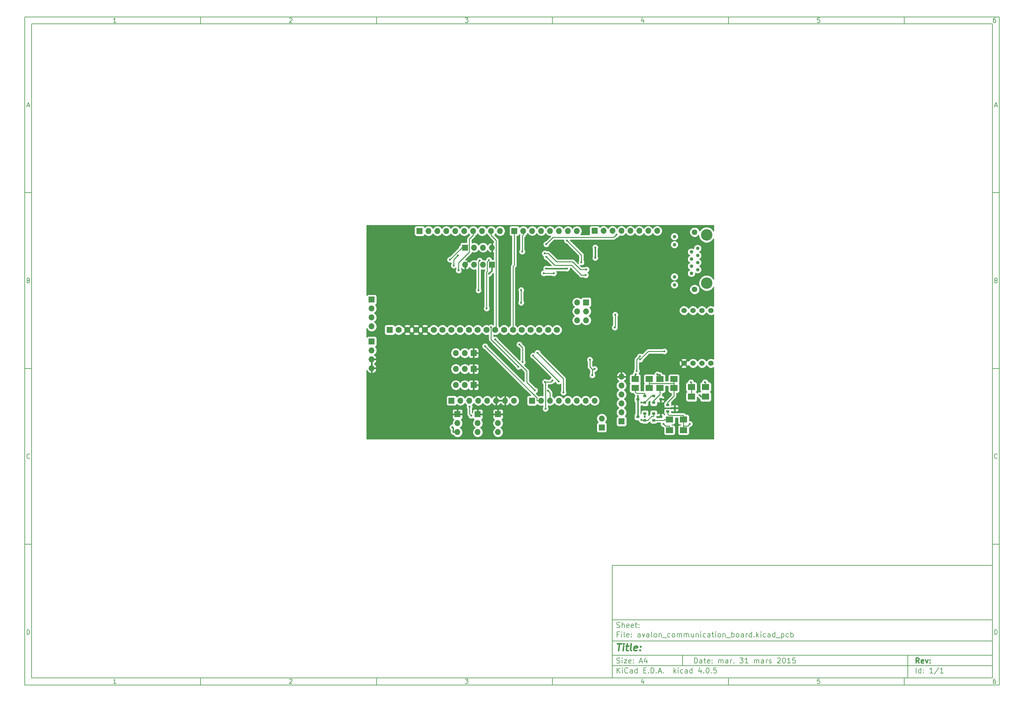
<source format=gbl>
G04 #@! TF.FileFunction,Copper,L2,Bot,Signal*
%FSLAX46Y46*%
G04 Gerber Fmt 4.6, Leading zero omitted, Abs format (unit mm)*
G04 Created by KiCad (PCBNEW 4.0.5) date 03/17/18 11:36:00*
%MOMM*%
%LPD*%
G01*
G04 APERTURE LIST*
%ADD10C,0.100000*%
%ADD11C,0.150000*%
%ADD12C,0.300000*%
%ADD13C,0.400000*%
%ADD14C,3.250000*%
%ADD15C,1.000000*%
%ADD16C,1.600000*%
%ADD17R,1.700000X1.700000*%
%ADD18O,1.700000X1.700000*%
%ADD19R,1.750000X1.750000*%
%ADD20C,1.750000*%
%ADD21R,0.900000X0.800000*%
%ADD22R,2.000000X1.700000*%
%ADD23C,1.524000*%
%ADD24C,0.600000*%
%ADD25C,0.250000*%
%ADD26C,0.254000*%
G04 APERTURE END LIST*
D10*
D11*
X177002200Y-166007200D02*
X177002200Y-198007200D01*
X285002200Y-198007200D01*
X285002200Y-166007200D01*
X177002200Y-166007200D01*
D10*
D11*
X10000000Y-10000000D02*
X10000000Y-200007200D01*
X287002200Y-200007200D01*
X287002200Y-10000000D01*
X10000000Y-10000000D01*
D10*
D11*
X12000000Y-12000000D02*
X12000000Y-198007200D01*
X285002200Y-198007200D01*
X285002200Y-12000000D01*
X12000000Y-12000000D01*
D10*
D11*
X60000000Y-12000000D02*
X60000000Y-10000000D01*
D10*
D11*
X110000000Y-12000000D02*
X110000000Y-10000000D01*
D10*
D11*
X160000000Y-12000000D02*
X160000000Y-10000000D01*
D10*
D11*
X210000000Y-12000000D02*
X210000000Y-10000000D01*
D10*
D11*
X260000000Y-12000000D02*
X260000000Y-10000000D01*
D10*
D11*
X35990476Y-11588095D02*
X35247619Y-11588095D01*
X35619048Y-11588095D02*
X35619048Y-10288095D01*
X35495238Y-10473810D01*
X35371429Y-10597619D01*
X35247619Y-10659524D01*
D10*
D11*
X85247619Y-10411905D02*
X85309524Y-10350000D01*
X85433333Y-10288095D01*
X85742857Y-10288095D01*
X85866667Y-10350000D01*
X85928571Y-10411905D01*
X85990476Y-10535714D01*
X85990476Y-10659524D01*
X85928571Y-10845238D01*
X85185714Y-11588095D01*
X85990476Y-11588095D01*
D10*
D11*
X135185714Y-10288095D02*
X135990476Y-10288095D01*
X135557143Y-10783333D01*
X135742857Y-10783333D01*
X135866667Y-10845238D01*
X135928571Y-10907143D01*
X135990476Y-11030952D01*
X135990476Y-11340476D01*
X135928571Y-11464286D01*
X135866667Y-11526190D01*
X135742857Y-11588095D01*
X135371429Y-11588095D01*
X135247619Y-11526190D01*
X135185714Y-11464286D01*
D10*
D11*
X185866667Y-10721429D02*
X185866667Y-11588095D01*
X185557143Y-10226190D02*
X185247619Y-11154762D01*
X186052381Y-11154762D01*
D10*
D11*
X235928571Y-10288095D02*
X235309524Y-10288095D01*
X235247619Y-10907143D01*
X235309524Y-10845238D01*
X235433333Y-10783333D01*
X235742857Y-10783333D01*
X235866667Y-10845238D01*
X235928571Y-10907143D01*
X235990476Y-11030952D01*
X235990476Y-11340476D01*
X235928571Y-11464286D01*
X235866667Y-11526190D01*
X235742857Y-11588095D01*
X235433333Y-11588095D01*
X235309524Y-11526190D01*
X235247619Y-11464286D01*
D10*
D11*
X285866667Y-10288095D02*
X285619048Y-10288095D01*
X285495238Y-10350000D01*
X285433333Y-10411905D01*
X285309524Y-10597619D01*
X285247619Y-10845238D01*
X285247619Y-11340476D01*
X285309524Y-11464286D01*
X285371429Y-11526190D01*
X285495238Y-11588095D01*
X285742857Y-11588095D01*
X285866667Y-11526190D01*
X285928571Y-11464286D01*
X285990476Y-11340476D01*
X285990476Y-11030952D01*
X285928571Y-10907143D01*
X285866667Y-10845238D01*
X285742857Y-10783333D01*
X285495238Y-10783333D01*
X285371429Y-10845238D01*
X285309524Y-10907143D01*
X285247619Y-11030952D01*
D10*
D11*
X60000000Y-198007200D02*
X60000000Y-200007200D01*
D10*
D11*
X110000000Y-198007200D02*
X110000000Y-200007200D01*
D10*
D11*
X160000000Y-198007200D02*
X160000000Y-200007200D01*
D10*
D11*
X210000000Y-198007200D02*
X210000000Y-200007200D01*
D10*
D11*
X260000000Y-198007200D02*
X260000000Y-200007200D01*
D10*
D11*
X35990476Y-199595295D02*
X35247619Y-199595295D01*
X35619048Y-199595295D02*
X35619048Y-198295295D01*
X35495238Y-198481010D01*
X35371429Y-198604819D01*
X35247619Y-198666724D01*
D10*
D11*
X85247619Y-198419105D02*
X85309524Y-198357200D01*
X85433333Y-198295295D01*
X85742857Y-198295295D01*
X85866667Y-198357200D01*
X85928571Y-198419105D01*
X85990476Y-198542914D01*
X85990476Y-198666724D01*
X85928571Y-198852438D01*
X85185714Y-199595295D01*
X85990476Y-199595295D01*
D10*
D11*
X135185714Y-198295295D02*
X135990476Y-198295295D01*
X135557143Y-198790533D01*
X135742857Y-198790533D01*
X135866667Y-198852438D01*
X135928571Y-198914343D01*
X135990476Y-199038152D01*
X135990476Y-199347676D01*
X135928571Y-199471486D01*
X135866667Y-199533390D01*
X135742857Y-199595295D01*
X135371429Y-199595295D01*
X135247619Y-199533390D01*
X135185714Y-199471486D01*
D10*
D11*
X185866667Y-198728629D02*
X185866667Y-199595295D01*
X185557143Y-198233390D02*
X185247619Y-199161962D01*
X186052381Y-199161962D01*
D10*
D11*
X235928571Y-198295295D02*
X235309524Y-198295295D01*
X235247619Y-198914343D01*
X235309524Y-198852438D01*
X235433333Y-198790533D01*
X235742857Y-198790533D01*
X235866667Y-198852438D01*
X235928571Y-198914343D01*
X235990476Y-199038152D01*
X235990476Y-199347676D01*
X235928571Y-199471486D01*
X235866667Y-199533390D01*
X235742857Y-199595295D01*
X235433333Y-199595295D01*
X235309524Y-199533390D01*
X235247619Y-199471486D01*
D10*
D11*
X285866667Y-198295295D02*
X285619048Y-198295295D01*
X285495238Y-198357200D01*
X285433333Y-198419105D01*
X285309524Y-198604819D01*
X285247619Y-198852438D01*
X285247619Y-199347676D01*
X285309524Y-199471486D01*
X285371429Y-199533390D01*
X285495238Y-199595295D01*
X285742857Y-199595295D01*
X285866667Y-199533390D01*
X285928571Y-199471486D01*
X285990476Y-199347676D01*
X285990476Y-199038152D01*
X285928571Y-198914343D01*
X285866667Y-198852438D01*
X285742857Y-198790533D01*
X285495238Y-198790533D01*
X285371429Y-198852438D01*
X285309524Y-198914343D01*
X285247619Y-199038152D01*
D10*
D11*
X10000000Y-60000000D02*
X12000000Y-60000000D01*
D10*
D11*
X10000000Y-110000000D02*
X12000000Y-110000000D01*
D10*
D11*
X10000000Y-160000000D02*
X12000000Y-160000000D01*
D10*
D11*
X10690476Y-35216667D02*
X11309524Y-35216667D01*
X10566667Y-35588095D02*
X11000000Y-34288095D01*
X11433333Y-35588095D01*
D10*
D11*
X11092857Y-84907143D02*
X11278571Y-84969048D01*
X11340476Y-85030952D01*
X11402381Y-85154762D01*
X11402381Y-85340476D01*
X11340476Y-85464286D01*
X11278571Y-85526190D01*
X11154762Y-85588095D01*
X10659524Y-85588095D01*
X10659524Y-84288095D01*
X11092857Y-84288095D01*
X11216667Y-84350000D01*
X11278571Y-84411905D01*
X11340476Y-84535714D01*
X11340476Y-84659524D01*
X11278571Y-84783333D01*
X11216667Y-84845238D01*
X11092857Y-84907143D01*
X10659524Y-84907143D01*
D10*
D11*
X11402381Y-135464286D02*
X11340476Y-135526190D01*
X11154762Y-135588095D01*
X11030952Y-135588095D01*
X10845238Y-135526190D01*
X10721429Y-135402381D01*
X10659524Y-135278571D01*
X10597619Y-135030952D01*
X10597619Y-134845238D01*
X10659524Y-134597619D01*
X10721429Y-134473810D01*
X10845238Y-134350000D01*
X11030952Y-134288095D01*
X11154762Y-134288095D01*
X11340476Y-134350000D01*
X11402381Y-134411905D01*
D10*
D11*
X10659524Y-185588095D02*
X10659524Y-184288095D01*
X10969048Y-184288095D01*
X11154762Y-184350000D01*
X11278571Y-184473810D01*
X11340476Y-184597619D01*
X11402381Y-184845238D01*
X11402381Y-185030952D01*
X11340476Y-185278571D01*
X11278571Y-185402381D01*
X11154762Y-185526190D01*
X10969048Y-185588095D01*
X10659524Y-185588095D01*
D10*
D11*
X287002200Y-60000000D02*
X285002200Y-60000000D01*
D10*
D11*
X287002200Y-110000000D02*
X285002200Y-110000000D01*
D10*
D11*
X287002200Y-160000000D02*
X285002200Y-160000000D01*
D10*
D11*
X285692676Y-35216667D02*
X286311724Y-35216667D01*
X285568867Y-35588095D02*
X286002200Y-34288095D01*
X286435533Y-35588095D01*
D10*
D11*
X286095057Y-84907143D02*
X286280771Y-84969048D01*
X286342676Y-85030952D01*
X286404581Y-85154762D01*
X286404581Y-85340476D01*
X286342676Y-85464286D01*
X286280771Y-85526190D01*
X286156962Y-85588095D01*
X285661724Y-85588095D01*
X285661724Y-84288095D01*
X286095057Y-84288095D01*
X286218867Y-84350000D01*
X286280771Y-84411905D01*
X286342676Y-84535714D01*
X286342676Y-84659524D01*
X286280771Y-84783333D01*
X286218867Y-84845238D01*
X286095057Y-84907143D01*
X285661724Y-84907143D01*
D10*
D11*
X286404581Y-135464286D02*
X286342676Y-135526190D01*
X286156962Y-135588095D01*
X286033152Y-135588095D01*
X285847438Y-135526190D01*
X285723629Y-135402381D01*
X285661724Y-135278571D01*
X285599819Y-135030952D01*
X285599819Y-134845238D01*
X285661724Y-134597619D01*
X285723629Y-134473810D01*
X285847438Y-134350000D01*
X286033152Y-134288095D01*
X286156962Y-134288095D01*
X286342676Y-134350000D01*
X286404581Y-134411905D01*
D10*
D11*
X285661724Y-185588095D02*
X285661724Y-184288095D01*
X285971248Y-184288095D01*
X286156962Y-184350000D01*
X286280771Y-184473810D01*
X286342676Y-184597619D01*
X286404581Y-184845238D01*
X286404581Y-185030952D01*
X286342676Y-185278571D01*
X286280771Y-185402381D01*
X286156962Y-185526190D01*
X285971248Y-185588095D01*
X285661724Y-185588095D01*
D10*
D11*
X200359343Y-193785771D02*
X200359343Y-192285771D01*
X200716486Y-192285771D01*
X200930771Y-192357200D01*
X201073629Y-192500057D01*
X201145057Y-192642914D01*
X201216486Y-192928629D01*
X201216486Y-193142914D01*
X201145057Y-193428629D01*
X201073629Y-193571486D01*
X200930771Y-193714343D01*
X200716486Y-193785771D01*
X200359343Y-193785771D01*
X202502200Y-193785771D02*
X202502200Y-193000057D01*
X202430771Y-192857200D01*
X202287914Y-192785771D01*
X202002200Y-192785771D01*
X201859343Y-192857200D01*
X202502200Y-193714343D02*
X202359343Y-193785771D01*
X202002200Y-193785771D01*
X201859343Y-193714343D01*
X201787914Y-193571486D01*
X201787914Y-193428629D01*
X201859343Y-193285771D01*
X202002200Y-193214343D01*
X202359343Y-193214343D01*
X202502200Y-193142914D01*
X203002200Y-192785771D02*
X203573629Y-192785771D01*
X203216486Y-192285771D02*
X203216486Y-193571486D01*
X203287914Y-193714343D01*
X203430772Y-193785771D01*
X203573629Y-193785771D01*
X204645057Y-193714343D02*
X204502200Y-193785771D01*
X204216486Y-193785771D01*
X204073629Y-193714343D01*
X204002200Y-193571486D01*
X204002200Y-193000057D01*
X204073629Y-192857200D01*
X204216486Y-192785771D01*
X204502200Y-192785771D01*
X204645057Y-192857200D01*
X204716486Y-193000057D01*
X204716486Y-193142914D01*
X204002200Y-193285771D01*
X205359343Y-193642914D02*
X205430771Y-193714343D01*
X205359343Y-193785771D01*
X205287914Y-193714343D01*
X205359343Y-193642914D01*
X205359343Y-193785771D01*
X205359343Y-192857200D02*
X205430771Y-192928629D01*
X205359343Y-193000057D01*
X205287914Y-192928629D01*
X205359343Y-192857200D01*
X205359343Y-193000057D01*
X207216486Y-193785771D02*
X207216486Y-192785771D01*
X207216486Y-192928629D02*
X207287914Y-192857200D01*
X207430772Y-192785771D01*
X207645057Y-192785771D01*
X207787914Y-192857200D01*
X207859343Y-193000057D01*
X207859343Y-193785771D01*
X207859343Y-193000057D02*
X207930772Y-192857200D01*
X208073629Y-192785771D01*
X208287914Y-192785771D01*
X208430772Y-192857200D01*
X208502200Y-193000057D01*
X208502200Y-193785771D01*
X209859343Y-193785771D02*
X209859343Y-193000057D01*
X209787914Y-192857200D01*
X209645057Y-192785771D01*
X209359343Y-192785771D01*
X209216486Y-192857200D01*
X209859343Y-193714343D02*
X209716486Y-193785771D01*
X209359343Y-193785771D01*
X209216486Y-193714343D01*
X209145057Y-193571486D01*
X209145057Y-193428629D01*
X209216486Y-193285771D01*
X209359343Y-193214343D01*
X209716486Y-193214343D01*
X209859343Y-193142914D01*
X210573629Y-193785771D02*
X210573629Y-192785771D01*
X210573629Y-193071486D02*
X210645057Y-192928629D01*
X210716486Y-192857200D01*
X210859343Y-192785771D01*
X211002200Y-192785771D01*
X211502200Y-193642914D02*
X211573628Y-193714343D01*
X211502200Y-193785771D01*
X211430771Y-193714343D01*
X211502200Y-193642914D01*
X211502200Y-193785771D01*
X213216486Y-192285771D02*
X214145057Y-192285771D01*
X213645057Y-192857200D01*
X213859343Y-192857200D01*
X214002200Y-192928629D01*
X214073629Y-193000057D01*
X214145057Y-193142914D01*
X214145057Y-193500057D01*
X214073629Y-193642914D01*
X214002200Y-193714343D01*
X213859343Y-193785771D01*
X213430771Y-193785771D01*
X213287914Y-193714343D01*
X213216486Y-193642914D01*
X215573628Y-193785771D02*
X214716485Y-193785771D01*
X215145057Y-193785771D02*
X215145057Y-192285771D01*
X215002200Y-192500057D01*
X214859342Y-192642914D01*
X214716485Y-192714343D01*
X217359342Y-193785771D02*
X217359342Y-192785771D01*
X217359342Y-192928629D02*
X217430770Y-192857200D01*
X217573628Y-192785771D01*
X217787913Y-192785771D01*
X217930770Y-192857200D01*
X218002199Y-193000057D01*
X218002199Y-193785771D01*
X218002199Y-193000057D02*
X218073628Y-192857200D01*
X218216485Y-192785771D01*
X218430770Y-192785771D01*
X218573628Y-192857200D01*
X218645056Y-193000057D01*
X218645056Y-193785771D01*
X220002199Y-193785771D02*
X220002199Y-193000057D01*
X219930770Y-192857200D01*
X219787913Y-192785771D01*
X219502199Y-192785771D01*
X219359342Y-192857200D01*
X220002199Y-193714343D02*
X219859342Y-193785771D01*
X219502199Y-193785771D01*
X219359342Y-193714343D01*
X219287913Y-193571486D01*
X219287913Y-193428629D01*
X219359342Y-193285771D01*
X219502199Y-193214343D01*
X219859342Y-193214343D01*
X220002199Y-193142914D01*
X220716485Y-193785771D02*
X220716485Y-192785771D01*
X220716485Y-193071486D02*
X220787913Y-192928629D01*
X220859342Y-192857200D01*
X221002199Y-192785771D01*
X221145056Y-192785771D01*
X221573627Y-193714343D02*
X221716484Y-193785771D01*
X222002199Y-193785771D01*
X222145056Y-193714343D01*
X222216484Y-193571486D01*
X222216484Y-193500057D01*
X222145056Y-193357200D01*
X222002199Y-193285771D01*
X221787913Y-193285771D01*
X221645056Y-193214343D01*
X221573627Y-193071486D01*
X221573627Y-193000057D01*
X221645056Y-192857200D01*
X221787913Y-192785771D01*
X222002199Y-192785771D01*
X222145056Y-192857200D01*
X223930770Y-192428629D02*
X224002199Y-192357200D01*
X224145056Y-192285771D01*
X224502199Y-192285771D01*
X224645056Y-192357200D01*
X224716485Y-192428629D01*
X224787913Y-192571486D01*
X224787913Y-192714343D01*
X224716485Y-192928629D01*
X223859342Y-193785771D01*
X224787913Y-193785771D01*
X225716484Y-192285771D02*
X225859341Y-192285771D01*
X226002198Y-192357200D01*
X226073627Y-192428629D01*
X226145056Y-192571486D01*
X226216484Y-192857200D01*
X226216484Y-193214343D01*
X226145056Y-193500057D01*
X226073627Y-193642914D01*
X226002198Y-193714343D01*
X225859341Y-193785771D01*
X225716484Y-193785771D01*
X225573627Y-193714343D01*
X225502198Y-193642914D01*
X225430770Y-193500057D01*
X225359341Y-193214343D01*
X225359341Y-192857200D01*
X225430770Y-192571486D01*
X225502198Y-192428629D01*
X225573627Y-192357200D01*
X225716484Y-192285771D01*
X227645055Y-193785771D02*
X226787912Y-193785771D01*
X227216484Y-193785771D02*
X227216484Y-192285771D01*
X227073627Y-192500057D01*
X226930769Y-192642914D01*
X226787912Y-192714343D01*
X229002198Y-192285771D02*
X228287912Y-192285771D01*
X228216483Y-193000057D01*
X228287912Y-192928629D01*
X228430769Y-192857200D01*
X228787912Y-192857200D01*
X228930769Y-192928629D01*
X229002198Y-193000057D01*
X229073626Y-193142914D01*
X229073626Y-193500057D01*
X229002198Y-193642914D01*
X228930769Y-193714343D01*
X228787912Y-193785771D01*
X228430769Y-193785771D01*
X228287912Y-193714343D01*
X228216483Y-193642914D01*
D10*
D11*
X177002200Y-194507200D02*
X285002200Y-194507200D01*
D10*
D11*
X178359343Y-196585771D02*
X178359343Y-195085771D01*
X179216486Y-196585771D02*
X178573629Y-195728629D01*
X179216486Y-195085771D02*
X178359343Y-195942914D01*
X179859343Y-196585771D02*
X179859343Y-195585771D01*
X179859343Y-195085771D02*
X179787914Y-195157200D01*
X179859343Y-195228629D01*
X179930771Y-195157200D01*
X179859343Y-195085771D01*
X179859343Y-195228629D01*
X181430772Y-196442914D02*
X181359343Y-196514343D01*
X181145057Y-196585771D01*
X181002200Y-196585771D01*
X180787915Y-196514343D01*
X180645057Y-196371486D01*
X180573629Y-196228629D01*
X180502200Y-195942914D01*
X180502200Y-195728629D01*
X180573629Y-195442914D01*
X180645057Y-195300057D01*
X180787915Y-195157200D01*
X181002200Y-195085771D01*
X181145057Y-195085771D01*
X181359343Y-195157200D01*
X181430772Y-195228629D01*
X182716486Y-196585771D02*
X182716486Y-195800057D01*
X182645057Y-195657200D01*
X182502200Y-195585771D01*
X182216486Y-195585771D01*
X182073629Y-195657200D01*
X182716486Y-196514343D02*
X182573629Y-196585771D01*
X182216486Y-196585771D01*
X182073629Y-196514343D01*
X182002200Y-196371486D01*
X182002200Y-196228629D01*
X182073629Y-196085771D01*
X182216486Y-196014343D01*
X182573629Y-196014343D01*
X182716486Y-195942914D01*
X184073629Y-196585771D02*
X184073629Y-195085771D01*
X184073629Y-196514343D02*
X183930772Y-196585771D01*
X183645058Y-196585771D01*
X183502200Y-196514343D01*
X183430772Y-196442914D01*
X183359343Y-196300057D01*
X183359343Y-195871486D01*
X183430772Y-195728629D01*
X183502200Y-195657200D01*
X183645058Y-195585771D01*
X183930772Y-195585771D01*
X184073629Y-195657200D01*
X185930772Y-195800057D02*
X186430772Y-195800057D01*
X186645058Y-196585771D02*
X185930772Y-196585771D01*
X185930772Y-195085771D01*
X186645058Y-195085771D01*
X187287915Y-196442914D02*
X187359343Y-196514343D01*
X187287915Y-196585771D01*
X187216486Y-196514343D01*
X187287915Y-196442914D01*
X187287915Y-196585771D01*
X188002201Y-196585771D02*
X188002201Y-195085771D01*
X188359344Y-195085771D01*
X188573629Y-195157200D01*
X188716487Y-195300057D01*
X188787915Y-195442914D01*
X188859344Y-195728629D01*
X188859344Y-195942914D01*
X188787915Y-196228629D01*
X188716487Y-196371486D01*
X188573629Y-196514343D01*
X188359344Y-196585771D01*
X188002201Y-196585771D01*
X189502201Y-196442914D02*
X189573629Y-196514343D01*
X189502201Y-196585771D01*
X189430772Y-196514343D01*
X189502201Y-196442914D01*
X189502201Y-196585771D01*
X190145058Y-196157200D02*
X190859344Y-196157200D01*
X190002201Y-196585771D02*
X190502201Y-195085771D01*
X191002201Y-196585771D01*
X191502201Y-196442914D02*
X191573629Y-196514343D01*
X191502201Y-196585771D01*
X191430772Y-196514343D01*
X191502201Y-196442914D01*
X191502201Y-196585771D01*
X194502201Y-196585771D02*
X194502201Y-195085771D01*
X194645058Y-196014343D02*
X195073629Y-196585771D01*
X195073629Y-195585771D02*
X194502201Y-196157200D01*
X195716487Y-196585771D02*
X195716487Y-195585771D01*
X195716487Y-195085771D02*
X195645058Y-195157200D01*
X195716487Y-195228629D01*
X195787915Y-195157200D01*
X195716487Y-195085771D01*
X195716487Y-195228629D01*
X197073630Y-196514343D02*
X196930773Y-196585771D01*
X196645059Y-196585771D01*
X196502201Y-196514343D01*
X196430773Y-196442914D01*
X196359344Y-196300057D01*
X196359344Y-195871486D01*
X196430773Y-195728629D01*
X196502201Y-195657200D01*
X196645059Y-195585771D01*
X196930773Y-195585771D01*
X197073630Y-195657200D01*
X198359344Y-196585771D02*
X198359344Y-195800057D01*
X198287915Y-195657200D01*
X198145058Y-195585771D01*
X197859344Y-195585771D01*
X197716487Y-195657200D01*
X198359344Y-196514343D02*
X198216487Y-196585771D01*
X197859344Y-196585771D01*
X197716487Y-196514343D01*
X197645058Y-196371486D01*
X197645058Y-196228629D01*
X197716487Y-196085771D01*
X197859344Y-196014343D01*
X198216487Y-196014343D01*
X198359344Y-195942914D01*
X199716487Y-196585771D02*
X199716487Y-195085771D01*
X199716487Y-196514343D02*
X199573630Y-196585771D01*
X199287916Y-196585771D01*
X199145058Y-196514343D01*
X199073630Y-196442914D01*
X199002201Y-196300057D01*
X199002201Y-195871486D01*
X199073630Y-195728629D01*
X199145058Y-195657200D01*
X199287916Y-195585771D01*
X199573630Y-195585771D01*
X199716487Y-195657200D01*
X202216487Y-195585771D02*
X202216487Y-196585771D01*
X201859344Y-195014343D02*
X201502201Y-196085771D01*
X202430773Y-196085771D01*
X203002201Y-196442914D02*
X203073629Y-196514343D01*
X203002201Y-196585771D01*
X202930772Y-196514343D01*
X203002201Y-196442914D01*
X203002201Y-196585771D01*
X204002201Y-195085771D02*
X204145058Y-195085771D01*
X204287915Y-195157200D01*
X204359344Y-195228629D01*
X204430773Y-195371486D01*
X204502201Y-195657200D01*
X204502201Y-196014343D01*
X204430773Y-196300057D01*
X204359344Y-196442914D01*
X204287915Y-196514343D01*
X204145058Y-196585771D01*
X204002201Y-196585771D01*
X203859344Y-196514343D01*
X203787915Y-196442914D01*
X203716487Y-196300057D01*
X203645058Y-196014343D01*
X203645058Y-195657200D01*
X203716487Y-195371486D01*
X203787915Y-195228629D01*
X203859344Y-195157200D01*
X204002201Y-195085771D01*
X205145058Y-196442914D02*
X205216486Y-196514343D01*
X205145058Y-196585771D01*
X205073629Y-196514343D01*
X205145058Y-196442914D01*
X205145058Y-196585771D01*
X206573630Y-195085771D02*
X205859344Y-195085771D01*
X205787915Y-195800057D01*
X205859344Y-195728629D01*
X206002201Y-195657200D01*
X206359344Y-195657200D01*
X206502201Y-195728629D01*
X206573630Y-195800057D01*
X206645058Y-195942914D01*
X206645058Y-196300057D01*
X206573630Y-196442914D01*
X206502201Y-196514343D01*
X206359344Y-196585771D01*
X206002201Y-196585771D01*
X205859344Y-196514343D01*
X205787915Y-196442914D01*
D10*
D11*
X177002200Y-191507200D02*
X285002200Y-191507200D01*
D10*
D12*
X264216486Y-193785771D02*
X263716486Y-193071486D01*
X263359343Y-193785771D02*
X263359343Y-192285771D01*
X263930771Y-192285771D01*
X264073629Y-192357200D01*
X264145057Y-192428629D01*
X264216486Y-192571486D01*
X264216486Y-192785771D01*
X264145057Y-192928629D01*
X264073629Y-193000057D01*
X263930771Y-193071486D01*
X263359343Y-193071486D01*
X265430771Y-193714343D02*
X265287914Y-193785771D01*
X265002200Y-193785771D01*
X264859343Y-193714343D01*
X264787914Y-193571486D01*
X264787914Y-193000057D01*
X264859343Y-192857200D01*
X265002200Y-192785771D01*
X265287914Y-192785771D01*
X265430771Y-192857200D01*
X265502200Y-193000057D01*
X265502200Y-193142914D01*
X264787914Y-193285771D01*
X266002200Y-192785771D02*
X266359343Y-193785771D01*
X266716485Y-192785771D01*
X267287914Y-193642914D02*
X267359342Y-193714343D01*
X267287914Y-193785771D01*
X267216485Y-193714343D01*
X267287914Y-193642914D01*
X267287914Y-193785771D01*
X267287914Y-192857200D02*
X267359342Y-192928629D01*
X267287914Y-193000057D01*
X267216485Y-192928629D01*
X267287914Y-192857200D01*
X267287914Y-193000057D01*
D10*
D11*
X178287914Y-193714343D02*
X178502200Y-193785771D01*
X178859343Y-193785771D01*
X179002200Y-193714343D01*
X179073629Y-193642914D01*
X179145057Y-193500057D01*
X179145057Y-193357200D01*
X179073629Y-193214343D01*
X179002200Y-193142914D01*
X178859343Y-193071486D01*
X178573629Y-193000057D01*
X178430771Y-192928629D01*
X178359343Y-192857200D01*
X178287914Y-192714343D01*
X178287914Y-192571486D01*
X178359343Y-192428629D01*
X178430771Y-192357200D01*
X178573629Y-192285771D01*
X178930771Y-192285771D01*
X179145057Y-192357200D01*
X179787914Y-193785771D02*
X179787914Y-192785771D01*
X179787914Y-192285771D02*
X179716485Y-192357200D01*
X179787914Y-192428629D01*
X179859342Y-192357200D01*
X179787914Y-192285771D01*
X179787914Y-192428629D01*
X180359343Y-192785771D02*
X181145057Y-192785771D01*
X180359343Y-193785771D01*
X181145057Y-193785771D01*
X182287914Y-193714343D02*
X182145057Y-193785771D01*
X181859343Y-193785771D01*
X181716486Y-193714343D01*
X181645057Y-193571486D01*
X181645057Y-193000057D01*
X181716486Y-192857200D01*
X181859343Y-192785771D01*
X182145057Y-192785771D01*
X182287914Y-192857200D01*
X182359343Y-193000057D01*
X182359343Y-193142914D01*
X181645057Y-193285771D01*
X183002200Y-193642914D02*
X183073628Y-193714343D01*
X183002200Y-193785771D01*
X182930771Y-193714343D01*
X183002200Y-193642914D01*
X183002200Y-193785771D01*
X183002200Y-192857200D02*
X183073628Y-192928629D01*
X183002200Y-193000057D01*
X182930771Y-192928629D01*
X183002200Y-192857200D01*
X183002200Y-193000057D01*
X184787914Y-193357200D02*
X185502200Y-193357200D01*
X184645057Y-193785771D02*
X185145057Y-192285771D01*
X185645057Y-193785771D01*
X186787914Y-192785771D02*
X186787914Y-193785771D01*
X186430771Y-192214343D02*
X186073628Y-193285771D01*
X187002200Y-193285771D01*
D10*
D11*
X263359343Y-196585771D02*
X263359343Y-195085771D01*
X264716486Y-196585771D02*
X264716486Y-195085771D01*
X264716486Y-196514343D02*
X264573629Y-196585771D01*
X264287915Y-196585771D01*
X264145057Y-196514343D01*
X264073629Y-196442914D01*
X264002200Y-196300057D01*
X264002200Y-195871486D01*
X264073629Y-195728629D01*
X264145057Y-195657200D01*
X264287915Y-195585771D01*
X264573629Y-195585771D01*
X264716486Y-195657200D01*
X265430772Y-196442914D02*
X265502200Y-196514343D01*
X265430772Y-196585771D01*
X265359343Y-196514343D01*
X265430772Y-196442914D01*
X265430772Y-196585771D01*
X265430772Y-195657200D02*
X265502200Y-195728629D01*
X265430772Y-195800057D01*
X265359343Y-195728629D01*
X265430772Y-195657200D01*
X265430772Y-195800057D01*
X268073629Y-196585771D02*
X267216486Y-196585771D01*
X267645058Y-196585771D02*
X267645058Y-195085771D01*
X267502201Y-195300057D01*
X267359343Y-195442914D01*
X267216486Y-195514343D01*
X269787914Y-195014343D02*
X268502200Y-196942914D01*
X271073629Y-196585771D02*
X270216486Y-196585771D01*
X270645058Y-196585771D02*
X270645058Y-195085771D01*
X270502201Y-195300057D01*
X270359343Y-195442914D01*
X270216486Y-195514343D01*
D10*
D11*
X177002200Y-187507200D02*
X285002200Y-187507200D01*
D10*
D13*
X178454581Y-188211962D02*
X179597438Y-188211962D01*
X178776010Y-190211962D02*
X179026010Y-188211962D01*
X180014105Y-190211962D02*
X180180771Y-188878629D01*
X180264105Y-188211962D02*
X180156962Y-188307200D01*
X180240295Y-188402438D01*
X180347439Y-188307200D01*
X180264105Y-188211962D01*
X180240295Y-188402438D01*
X180847438Y-188878629D02*
X181609343Y-188878629D01*
X181216486Y-188211962D02*
X181002200Y-189926248D01*
X181073630Y-190116724D01*
X181252201Y-190211962D01*
X181442677Y-190211962D01*
X182395058Y-190211962D02*
X182216487Y-190116724D01*
X182145057Y-189926248D01*
X182359343Y-188211962D01*
X183930772Y-190116724D02*
X183728391Y-190211962D01*
X183347439Y-190211962D01*
X183168867Y-190116724D01*
X183097438Y-189926248D01*
X183192676Y-189164343D01*
X183311724Y-188973867D01*
X183514105Y-188878629D01*
X183895057Y-188878629D01*
X184073629Y-188973867D01*
X184145057Y-189164343D01*
X184121248Y-189354819D01*
X183145057Y-189545295D01*
X184895057Y-190021486D02*
X184978392Y-190116724D01*
X184871248Y-190211962D01*
X184787915Y-190116724D01*
X184895057Y-190021486D01*
X184871248Y-190211962D01*
X185026010Y-188973867D02*
X185109344Y-189069105D01*
X185002200Y-189164343D01*
X184918867Y-189069105D01*
X185026010Y-188973867D01*
X185002200Y-189164343D01*
D10*
D11*
X178859343Y-185600057D02*
X178359343Y-185600057D01*
X178359343Y-186385771D02*
X178359343Y-184885771D01*
X179073629Y-184885771D01*
X179645057Y-186385771D02*
X179645057Y-185385771D01*
X179645057Y-184885771D02*
X179573628Y-184957200D01*
X179645057Y-185028629D01*
X179716485Y-184957200D01*
X179645057Y-184885771D01*
X179645057Y-185028629D01*
X180573629Y-186385771D02*
X180430771Y-186314343D01*
X180359343Y-186171486D01*
X180359343Y-184885771D01*
X181716485Y-186314343D02*
X181573628Y-186385771D01*
X181287914Y-186385771D01*
X181145057Y-186314343D01*
X181073628Y-186171486D01*
X181073628Y-185600057D01*
X181145057Y-185457200D01*
X181287914Y-185385771D01*
X181573628Y-185385771D01*
X181716485Y-185457200D01*
X181787914Y-185600057D01*
X181787914Y-185742914D01*
X181073628Y-185885771D01*
X182430771Y-186242914D02*
X182502199Y-186314343D01*
X182430771Y-186385771D01*
X182359342Y-186314343D01*
X182430771Y-186242914D01*
X182430771Y-186385771D01*
X182430771Y-185457200D02*
X182502199Y-185528629D01*
X182430771Y-185600057D01*
X182359342Y-185528629D01*
X182430771Y-185457200D01*
X182430771Y-185600057D01*
X184930771Y-186385771D02*
X184930771Y-185600057D01*
X184859342Y-185457200D01*
X184716485Y-185385771D01*
X184430771Y-185385771D01*
X184287914Y-185457200D01*
X184930771Y-186314343D02*
X184787914Y-186385771D01*
X184430771Y-186385771D01*
X184287914Y-186314343D01*
X184216485Y-186171486D01*
X184216485Y-186028629D01*
X184287914Y-185885771D01*
X184430771Y-185814343D01*
X184787914Y-185814343D01*
X184930771Y-185742914D01*
X185502200Y-185385771D02*
X185859343Y-186385771D01*
X186216485Y-185385771D01*
X187430771Y-186385771D02*
X187430771Y-185600057D01*
X187359342Y-185457200D01*
X187216485Y-185385771D01*
X186930771Y-185385771D01*
X186787914Y-185457200D01*
X187430771Y-186314343D02*
X187287914Y-186385771D01*
X186930771Y-186385771D01*
X186787914Y-186314343D01*
X186716485Y-186171486D01*
X186716485Y-186028629D01*
X186787914Y-185885771D01*
X186930771Y-185814343D01*
X187287914Y-185814343D01*
X187430771Y-185742914D01*
X188359343Y-186385771D02*
X188216485Y-186314343D01*
X188145057Y-186171486D01*
X188145057Y-184885771D01*
X189145057Y-186385771D02*
X189002199Y-186314343D01*
X188930771Y-186242914D01*
X188859342Y-186100057D01*
X188859342Y-185671486D01*
X188930771Y-185528629D01*
X189002199Y-185457200D01*
X189145057Y-185385771D01*
X189359342Y-185385771D01*
X189502199Y-185457200D01*
X189573628Y-185528629D01*
X189645057Y-185671486D01*
X189645057Y-186100057D01*
X189573628Y-186242914D01*
X189502199Y-186314343D01*
X189359342Y-186385771D01*
X189145057Y-186385771D01*
X190287914Y-185385771D02*
X190287914Y-186385771D01*
X190287914Y-185528629D02*
X190359342Y-185457200D01*
X190502200Y-185385771D01*
X190716485Y-185385771D01*
X190859342Y-185457200D01*
X190930771Y-185600057D01*
X190930771Y-186385771D01*
X191287914Y-186528629D02*
X192430771Y-186528629D01*
X193430771Y-186314343D02*
X193287914Y-186385771D01*
X193002200Y-186385771D01*
X192859342Y-186314343D01*
X192787914Y-186242914D01*
X192716485Y-186100057D01*
X192716485Y-185671486D01*
X192787914Y-185528629D01*
X192859342Y-185457200D01*
X193002200Y-185385771D01*
X193287914Y-185385771D01*
X193430771Y-185457200D01*
X194287914Y-186385771D02*
X194145056Y-186314343D01*
X194073628Y-186242914D01*
X194002199Y-186100057D01*
X194002199Y-185671486D01*
X194073628Y-185528629D01*
X194145056Y-185457200D01*
X194287914Y-185385771D01*
X194502199Y-185385771D01*
X194645056Y-185457200D01*
X194716485Y-185528629D01*
X194787914Y-185671486D01*
X194787914Y-186100057D01*
X194716485Y-186242914D01*
X194645056Y-186314343D01*
X194502199Y-186385771D01*
X194287914Y-186385771D01*
X195430771Y-186385771D02*
X195430771Y-185385771D01*
X195430771Y-185528629D02*
X195502199Y-185457200D01*
X195645057Y-185385771D01*
X195859342Y-185385771D01*
X196002199Y-185457200D01*
X196073628Y-185600057D01*
X196073628Y-186385771D01*
X196073628Y-185600057D02*
X196145057Y-185457200D01*
X196287914Y-185385771D01*
X196502199Y-185385771D01*
X196645057Y-185457200D01*
X196716485Y-185600057D01*
X196716485Y-186385771D01*
X197430771Y-186385771D02*
X197430771Y-185385771D01*
X197430771Y-185528629D02*
X197502199Y-185457200D01*
X197645057Y-185385771D01*
X197859342Y-185385771D01*
X198002199Y-185457200D01*
X198073628Y-185600057D01*
X198073628Y-186385771D01*
X198073628Y-185600057D02*
X198145057Y-185457200D01*
X198287914Y-185385771D01*
X198502199Y-185385771D01*
X198645057Y-185457200D01*
X198716485Y-185600057D01*
X198716485Y-186385771D01*
X200073628Y-185385771D02*
X200073628Y-186385771D01*
X199430771Y-185385771D02*
X199430771Y-186171486D01*
X199502199Y-186314343D01*
X199645057Y-186385771D01*
X199859342Y-186385771D01*
X200002199Y-186314343D01*
X200073628Y-186242914D01*
X200787914Y-185385771D02*
X200787914Y-186385771D01*
X200787914Y-185528629D02*
X200859342Y-185457200D01*
X201002200Y-185385771D01*
X201216485Y-185385771D01*
X201359342Y-185457200D01*
X201430771Y-185600057D01*
X201430771Y-186385771D01*
X202145057Y-186385771D02*
X202145057Y-185385771D01*
X202145057Y-184885771D02*
X202073628Y-184957200D01*
X202145057Y-185028629D01*
X202216485Y-184957200D01*
X202145057Y-184885771D01*
X202145057Y-185028629D01*
X203502200Y-186314343D02*
X203359343Y-186385771D01*
X203073629Y-186385771D01*
X202930771Y-186314343D01*
X202859343Y-186242914D01*
X202787914Y-186100057D01*
X202787914Y-185671486D01*
X202859343Y-185528629D01*
X202930771Y-185457200D01*
X203073629Y-185385771D01*
X203359343Y-185385771D01*
X203502200Y-185457200D01*
X204787914Y-186385771D02*
X204787914Y-185600057D01*
X204716485Y-185457200D01*
X204573628Y-185385771D01*
X204287914Y-185385771D01*
X204145057Y-185457200D01*
X204787914Y-186314343D02*
X204645057Y-186385771D01*
X204287914Y-186385771D01*
X204145057Y-186314343D01*
X204073628Y-186171486D01*
X204073628Y-186028629D01*
X204145057Y-185885771D01*
X204287914Y-185814343D01*
X204645057Y-185814343D01*
X204787914Y-185742914D01*
X205287914Y-185385771D02*
X205859343Y-185385771D01*
X205502200Y-184885771D02*
X205502200Y-186171486D01*
X205573628Y-186314343D01*
X205716486Y-186385771D01*
X205859343Y-186385771D01*
X206359343Y-186385771D02*
X206359343Y-185385771D01*
X206359343Y-184885771D02*
X206287914Y-184957200D01*
X206359343Y-185028629D01*
X206430771Y-184957200D01*
X206359343Y-184885771D01*
X206359343Y-185028629D01*
X207287915Y-186385771D02*
X207145057Y-186314343D01*
X207073629Y-186242914D01*
X207002200Y-186100057D01*
X207002200Y-185671486D01*
X207073629Y-185528629D01*
X207145057Y-185457200D01*
X207287915Y-185385771D01*
X207502200Y-185385771D01*
X207645057Y-185457200D01*
X207716486Y-185528629D01*
X207787915Y-185671486D01*
X207787915Y-186100057D01*
X207716486Y-186242914D01*
X207645057Y-186314343D01*
X207502200Y-186385771D01*
X207287915Y-186385771D01*
X208430772Y-185385771D02*
X208430772Y-186385771D01*
X208430772Y-185528629D02*
X208502200Y-185457200D01*
X208645058Y-185385771D01*
X208859343Y-185385771D01*
X209002200Y-185457200D01*
X209073629Y-185600057D01*
X209073629Y-186385771D01*
X209430772Y-186528629D02*
X210573629Y-186528629D01*
X210930772Y-186385771D02*
X210930772Y-184885771D01*
X210930772Y-185457200D02*
X211073629Y-185385771D01*
X211359343Y-185385771D01*
X211502200Y-185457200D01*
X211573629Y-185528629D01*
X211645058Y-185671486D01*
X211645058Y-186100057D01*
X211573629Y-186242914D01*
X211502200Y-186314343D01*
X211359343Y-186385771D01*
X211073629Y-186385771D01*
X210930772Y-186314343D01*
X212502201Y-186385771D02*
X212359343Y-186314343D01*
X212287915Y-186242914D01*
X212216486Y-186100057D01*
X212216486Y-185671486D01*
X212287915Y-185528629D01*
X212359343Y-185457200D01*
X212502201Y-185385771D01*
X212716486Y-185385771D01*
X212859343Y-185457200D01*
X212930772Y-185528629D01*
X213002201Y-185671486D01*
X213002201Y-186100057D01*
X212930772Y-186242914D01*
X212859343Y-186314343D01*
X212716486Y-186385771D01*
X212502201Y-186385771D01*
X214287915Y-186385771D02*
X214287915Y-185600057D01*
X214216486Y-185457200D01*
X214073629Y-185385771D01*
X213787915Y-185385771D01*
X213645058Y-185457200D01*
X214287915Y-186314343D02*
X214145058Y-186385771D01*
X213787915Y-186385771D01*
X213645058Y-186314343D01*
X213573629Y-186171486D01*
X213573629Y-186028629D01*
X213645058Y-185885771D01*
X213787915Y-185814343D01*
X214145058Y-185814343D01*
X214287915Y-185742914D01*
X215002201Y-186385771D02*
X215002201Y-185385771D01*
X215002201Y-185671486D02*
X215073629Y-185528629D01*
X215145058Y-185457200D01*
X215287915Y-185385771D01*
X215430772Y-185385771D01*
X216573629Y-186385771D02*
X216573629Y-184885771D01*
X216573629Y-186314343D02*
X216430772Y-186385771D01*
X216145058Y-186385771D01*
X216002200Y-186314343D01*
X215930772Y-186242914D01*
X215859343Y-186100057D01*
X215859343Y-185671486D01*
X215930772Y-185528629D01*
X216002200Y-185457200D01*
X216145058Y-185385771D01*
X216430772Y-185385771D01*
X216573629Y-185457200D01*
X217287915Y-186242914D02*
X217359343Y-186314343D01*
X217287915Y-186385771D01*
X217216486Y-186314343D01*
X217287915Y-186242914D01*
X217287915Y-186385771D01*
X218002201Y-186385771D02*
X218002201Y-184885771D01*
X218145058Y-185814343D02*
X218573629Y-186385771D01*
X218573629Y-185385771D02*
X218002201Y-185957200D01*
X219216487Y-186385771D02*
X219216487Y-185385771D01*
X219216487Y-184885771D02*
X219145058Y-184957200D01*
X219216487Y-185028629D01*
X219287915Y-184957200D01*
X219216487Y-184885771D01*
X219216487Y-185028629D01*
X220573630Y-186314343D02*
X220430773Y-186385771D01*
X220145059Y-186385771D01*
X220002201Y-186314343D01*
X219930773Y-186242914D01*
X219859344Y-186100057D01*
X219859344Y-185671486D01*
X219930773Y-185528629D01*
X220002201Y-185457200D01*
X220145059Y-185385771D01*
X220430773Y-185385771D01*
X220573630Y-185457200D01*
X221859344Y-186385771D02*
X221859344Y-185600057D01*
X221787915Y-185457200D01*
X221645058Y-185385771D01*
X221359344Y-185385771D01*
X221216487Y-185457200D01*
X221859344Y-186314343D02*
X221716487Y-186385771D01*
X221359344Y-186385771D01*
X221216487Y-186314343D01*
X221145058Y-186171486D01*
X221145058Y-186028629D01*
X221216487Y-185885771D01*
X221359344Y-185814343D01*
X221716487Y-185814343D01*
X221859344Y-185742914D01*
X223216487Y-186385771D02*
X223216487Y-184885771D01*
X223216487Y-186314343D02*
X223073630Y-186385771D01*
X222787916Y-186385771D01*
X222645058Y-186314343D01*
X222573630Y-186242914D01*
X222502201Y-186100057D01*
X222502201Y-185671486D01*
X222573630Y-185528629D01*
X222645058Y-185457200D01*
X222787916Y-185385771D01*
X223073630Y-185385771D01*
X223216487Y-185457200D01*
X223573630Y-186528629D02*
X224716487Y-186528629D01*
X225073630Y-185385771D02*
X225073630Y-186885771D01*
X225073630Y-185457200D02*
X225216487Y-185385771D01*
X225502201Y-185385771D01*
X225645058Y-185457200D01*
X225716487Y-185528629D01*
X225787916Y-185671486D01*
X225787916Y-186100057D01*
X225716487Y-186242914D01*
X225645058Y-186314343D01*
X225502201Y-186385771D01*
X225216487Y-186385771D01*
X225073630Y-186314343D01*
X227073630Y-186314343D02*
X226930773Y-186385771D01*
X226645059Y-186385771D01*
X226502201Y-186314343D01*
X226430773Y-186242914D01*
X226359344Y-186100057D01*
X226359344Y-185671486D01*
X226430773Y-185528629D01*
X226502201Y-185457200D01*
X226645059Y-185385771D01*
X226930773Y-185385771D01*
X227073630Y-185457200D01*
X227716487Y-186385771D02*
X227716487Y-184885771D01*
X227716487Y-185457200D02*
X227859344Y-185385771D01*
X228145058Y-185385771D01*
X228287915Y-185457200D01*
X228359344Y-185528629D01*
X228430773Y-185671486D01*
X228430773Y-186100057D01*
X228359344Y-186242914D01*
X228287915Y-186314343D01*
X228145058Y-186385771D01*
X227859344Y-186385771D01*
X227716487Y-186314343D01*
D10*
D11*
X177002200Y-181507200D02*
X285002200Y-181507200D01*
D10*
D11*
X178287914Y-183614343D02*
X178502200Y-183685771D01*
X178859343Y-183685771D01*
X179002200Y-183614343D01*
X179073629Y-183542914D01*
X179145057Y-183400057D01*
X179145057Y-183257200D01*
X179073629Y-183114343D01*
X179002200Y-183042914D01*
X178859343Y-182971486D01*
X178573629Y-182900057D01*
X178430771Y-182828629D01*
X178359343Y-182757200D01*
X178287914Y-182614343D01*
X178287914Y-182471486D01*
X178359343Y-182328629D01*
X178430771Y-182257200D01*
X178573629Y-182185771D01*
X178930771Y-182185771D01*
X179145057Y-182257200D01*
X179787914Y-183685771D02*
X179787914Y-182185771D01*
X180430771Y-183685771D02*
X180430771Y-182900057D01*
X180359342Y-182757200D01*
X180216485Y-182685771D01*
X180002200Y-182685771D01*
X179859342Y-182757200D01*
X179787914Y-182828629D01*
X181716485Y-183614343D02*
X181573628Y-183685771D01*
X181287914Y-183685771D01*
X181145057Y-183614343D01*
X181073628Y-183471486D01*
X181073628Y-182900057D01*
X181145057Y-182757200D01*
X181287914Y-182685771D01*
X181573628Y-182685771D01*
X181716485Y-182757200D01*
X181787914Y-182900057D01*
X181787914Y-183042914D01*
X181073628Y-183185771D01*
X183002199Y-183614343D02*
X182859342Y-183685771D01*
X182573628Y-183685771D01*
X182430771Y-183614343D01*
X182359342Y-183471486D01*
X182359342Y-182900057D01*
X182430771Y-182757200D01*
X182573628Y-182685771D01*
X182859342Y-182685771D01*
X183002199Y-182757200D01*
X183073628Y-182900057D01*
X183073628Y-183042914D01*
X182359342Y-183185771D01*
X183502199Y-182685771D02*
X184073628Y-182685771D01*
X183716485Y-182185771D02*
X183716485Y-183471486D01*
X183787913Y-183614343D01*
X183930771Y-183685771D01*
X184073628Y-183685771D01*
X184573628Y-183542914D02*
X184645056Y-183614343D01*
X184573628Y-183685771D01*
X184502199Y-183614343D01*
X184573628Y-183542914D01*
X184573628Y-183685771D01*
X184573628Y-182757200D02*
X184645056Y-182828629D01*
X184573628Y-182900057D01*
X184502199Y-182828629D01*
X184573628Y-182757200D01*
X184573628Y-182900057D01*
D10*
D11*
X197002200Y-191507200D02*
X197002200Y-194507200D01*
D10*
D11*
X261002200Y-191507200D02*
X261002200Y-198007200D01*
D14*
X203800000Y-85700000D03*
X203800000Y-71980000D03*
D15*
X194660000Y-86210000D03*
X194660000Y-83920000D03*
X194660000Y-72490000D03*
X194660000Y-74780000D03*
X199480000Y-82910000D03*
X199480000Y-80880000D03*
X199480000Y-78850000D03*
X199480000Y-76820000D03*
X201260000Y-81890000D03*
X201260000Y-79860000D03*
X201260000Y-77830000D03*
X201260000Y-75800000D03*
D16*
X200370000Y-71220000D03*
X200370000Y-87480000D03*
D17*
X174000000Y-126750000D03*
D18*
X174000000Y-124210000D03*
D17*
X142800000Y-80500000D03*
D18*
X140260000Y-80500000D03*
X137720000Y-80500000D03*
X135180000Y-80500000D03*
D17*
X108600000Y-102300000D03*
D18*
X108600000Y-104840000D03*
X108600000Y-107380000D03*
X108600000Y-109920000D03*
D17*
X108600000Y-90400000D03*
D18*
X108600000Y-92940000D03*
X108600000Y-95480000D03*
X108600000Y-98020000D03*
D17*
X135200000Y-75600000D03*
D18*
X137740000Y-75600000D03*
X140280000Y-75600000D03*
X142820000Y-75600000D03*
D17*
X179600000Y-125000000D03*
D18*
X179600000Y-122460000D03*
X179600000Y-119920000D03*
X179600000Y-117380000D03*
X179600000Y-114840000D03*
X179600000Y-112300000D03*
D17*
X122220000Y-70880000D03*
D18*
X124760000Y-70880000D03*
X127300000Y-70880000D03*
X129840000Y-70880000D03*
X132380000Y-70880000D03*
X134920000Y-70880000D03*
X137460000Y-70880000D03*
X140000000Y-70880000D03*
X142540000Y-70880000D03*
X145080000Y-70880000D03*
D17*
X149150000Y-70860000D03*
D18*
X151690000Y-70860000D03*
X154230000Y-70860000D03*
X156770000Y-70860000D03*
X159310000Y-70860000D03*
X161850000Y-70860000D03*
X164390000Y-70860000D03*
X166930000Y-70860000D03*
D17*
X171960000Y-70840000D03*
D18*
X174500000Y-70840000D03*
X177040000Y-70840000D03*
X179580000Y-70840000D03*
X182120000Y-70840000D03*
X184660000Y-70840000D03*
X187200000Y-70840000D03*
X189740000Y-70840000D03*
D17*
X131300000Y-119130000D03*
D18*
X133840000Y-119130000D03*
X136380000Y-119130000D03*
X138920000Y-119130000D03*
X141460000Y-119130000D03*
X144000000Y-119130000D03*
X146540000Y-119130000D03*
X149080000Y-119130000D03*
D17*
X154170000Y-119150000D03*
D18*
X156710000Y-119150000D03*
X159250000Y-119150000D03*
X161790000Y-119150000D03*
X164330000Y-119150000D03*
X166870000Y-119150000D03*
X169410000Y-119150000D03*
X171950000Y-119150000D03*
D17*
X169540000Y-91190000D03*
D18*
X167000000Y-91190000D03*
X169540000Y-93730000D03*
X167000000Y-93730000D03*
X169540000Y-96270000D03*
X167000000Y-96270000D03*
D17*
X137600000Y-105600000D03*
D18*
X135060000Y-105600000D03*
X132520000Y-105600000D03*
D17*
X137600000Y-110100000D03*
D18*
X135060000Y-110100000D03*
X132520000Y-110100000D03*
D17*
X137600000Y-114700000D03*
D18*
X135060000Y-114700000D03*
X132520000Y-114700000D03*
D17*
X133000000Y-123000000D03*
D18*
X133000000Y-125540000D03*
X133000000Y-128080000D03*
D17*
X138750000Y-123000000D03*
D18*
X138750000Y-125540000D03*
X138750000Y-128080000D03*
D17*
X144500000Y-123000000D03*
D18*
X144500000Y-125540000D03*
X144500000Y-128080000D03*
D19*
X113750000Y-99000000D03*
D20*
X116250000Y-99000000D03*
X118750000Y-99000000D03*
X121250000Y-99000000D03*
X123750000Y-99000000D03*
X126250000Y-99000000D03*
X128750000Y-99000000D03*
X131250000Y-99000000D03*
X133750000Y-99000000D03*
X136250000Y-99000000D03*
X138750000Y-99000000D03*
X141250000Y-99000000D03*
X143750000Y-99000000D03*
X146250000Y-99000000D03*
X148750000Y-99000000D03*
X151250000Y-99000000D03*
X153750000Y-99000000D03*
X156250000Y-99000000D03*
X158750000Y-99000000D03*
X161250000Y-99000000D03*
D21*
X186250000Y-117800000D03*
X186250000Y-119700000D03*
X184250000Y-118750000D03*
X188750000Y-119700000D03*
X188750000Y-117800000D03*
X190750000Y-118750000D03*
X188750000Y-124700000D03*
X188750000Y-122800000D03*
X190750000Y-123750000D03*
X186250000Y-122800000D03*
X186250000Y-124700000D03*
X184250000Y-123750000D03*
X192750000Y-122200000D03*
X192750000Y-120300000D03*
X194750000Y-121250000D03*
D22*
X193250000Y-127500000D03*
X197250000Y-127500000D03*
X197250000Y-124500000D03*
X193250000Y-124500000D03*
X183500000Y-113000000D03*
X187500000Y-113000000D03*
X183500000Y-115500000D03*
X187500000Y-115500000D03*
X194500000Y-115500000D03*
X190500000Y-115500000D03*
X190500000Y-113000000D03*
X194500000Y-113000000D03*
X203500000Y-118000000D03*
X199500000Y-118000000D03*
X203500000Y-115250000D03*
X199500000Y-115250000D03*
D23*
X205000000Y-108500000D03*
X202460000Y-108500000D03*
X199920000Y-108500000D03*
X197380000Y-108500000D03*
X205000000Y-93500000D03*
X202460000Y-93500000D03*
X199920000Y-93500000D03*
X197380000Y-93500000D03*
D24*
X162700000Y-110200000D03*
X155100000Y-108600000D03*
X163100000Y-101300000D03*
X170800000Y-103900000D03*
X165400000Y-109300000D03*
X159800000Y-106200000D03*
X158800000Y-101300000D03*
X155000000Y-111700000D03*
X155000000Y-114700000D03*
X181600000Y-107900000D03*
X196700000Y-100700000D03*
X179200000Y-92800000D03*
X175700000Y-89900000D03*
X173155100Y-114232700D03*
X175600000Y-117159000D03*
X110400000Y-70400000D03*
X147400000Y-79100000D03*
X152700000Y-82800000D03*
X156900000Y-78200000D03*
X167200000Y-83600000D03*
X115642800Y-115405900D03*
X109706500Y-126493100D03*
X181514300Y-101294000D03*
X205500000Y-113791600D03*
X117041800Y-109366500D03*
X118616800Y-78866500D03*
X199171600Y-90749500D03*
X161912900Y-89156300D03*
X149600000Y-92766400D03*
X145874100Y-94151600D03*
X157759900Y-126837700D03*
X124416200Y-84466500D03*
X128514200Y-79224500D03*
X128200000Y-90888900D03*
X131723900Y-85773600D03*
X161500000Y-93805300D03*
X193500000Y-96782400D03*
X117025400Y-112549900D03*
X118874900Y-73966100D03*
X154819600Y-81398500D03*
X164089300Y-77328400D03*
X168153700Y-76421800D03*
X175814400Y-86933700D03*
X175494600Y-78305100D03*
X112898900Y-88286500D03*
X115739800Y-88286500D03*
X171781700Y-88068600D03*
X128579900Y-111830000D03*
X128621600Y-105854900D03*
X107363500Y-114074600D03*
X164426800Y-85377100D03*
X170737400Y-125637100D03*
X118794400Y-90833000D03*
X160000000Y-113400000D03*
X177800000Y-94700000D03*
X177700000Y-98300000D03*
X130873200Y-79029500D03*
X157892000Y-113823800D03*
X157988800Y-121399600D03*
X141921400Y-83024500D03*
X158200500Y-81533900D03*
X164093000Y-81533900D03*
X172125100Y-78491800D03*
X172125100Y-75547800D03*
X201824000Y-117516600D03*
X131535200Y-126685200D03*
X183634600Y-111646200D03*
X189768500Y-111647400D03*
X184250000Y-117818600D03*
X168208300Y-79799400D03*
X164135700Y-73638900D03*
X169434700Y-83441200D03*
X158247800Y-78242500D03*
X169631300Y-81849400D03*
X157797500Y-77259900D03*
X160354700Y-82877400D03*
X157498500Y-82877400D03*
X185279200Y-124612500D03*
X185280200Y-119690100D03*
X178211600Y-71885200D03*
X158206600Y-74640500D03*
X151490500Y-108172900D03*
X150573400Y-103140100D03*
X131944300Y-80692100D03*
X133128500Y-77819700D03*
X150341300Y-109511300D03*
X142515500Y-98249500D03*
X138944700Y-87740700D03*
X139272400Y-79273900D03*
X133320900Y-82093100D03*
X141279300Y-92903100D03*
X141941300Y-79149500D03*
X151073800Y-91260700D03*
X151073800Y-87658300D03*
X151375000Y-76731100D03*
X136416400Y-120845100D03*
X136900100Y-123412500D03*
X140828100Y-103633900D03*
X143717500Y-101725200D03*
X155000000Y-116200000D03*
X158700000Y-116300000D03*
X155739600Y-105486400D03*
X163109300Y-116820700D03*
X154466000Y-106306400D03*
X161758100Y-113678000D03*
X186195300Y-123707500D03*
X191517700Y-125732100D03*
X199009100Y-125740900D03*
X199339200Y-113878600D03*
X170600000Y-107500000D03*
X172000000Y-110100000D03*
X171300000Y-111900000D03*
X191800000Y-105100000D03*
X184900000Y-107400000D03*
X183953400Y-110682200D03*
X184883400Y-106503500D03*
X203359200Y-113871900D03*
D13*
X135180000Y-80500000D02*
X135180000Y-80320000D01*
X135180000Y-80320000D02*
X137750000Y-77750000D01*
X137750000Y-77750000D02*
X142250000Y-77750000D01*
X142250000Y-77750000D02*
X142820000Y-77180000D01*
X142820000Y-77180000D02*
X142820000Y-75600000D01*
X193750000Y-121250000D02*
X191250000Y-121250000D01*
X190750000Y-121750000D02*
X190750000Y-123750000D01*
X191250000Y-121250000D02*
X190750000Y-121750000D01*
D25*
X159576200Y-113823800D02*
X157892000Y-113823800D01*
X160000000Y-113400000D02*
X159576200Y-113823800D01*
X177800000Y-98200000D02*
X177800000Y-94700000D01*
X177700000Y-98300000D02*
X177800000Y-98200000D01*
X157892000Y-113823800D02*
X157988800Y-113920600D01*
X157988800Y-113920600D02*
X157988800Y-121399600D01*
X135200000Y-75600000D02*
X134024700Y-75600000D01*
X134024700Y-75878000D02*
X130873200Y-79029500D01*
X134024700Y-75600000D02*
X134024700Y-75878000D01*
D13*
X142800000Y-82145900D02*
X142800000Y-80500000D01*
X141921400Y-83024500D02*
X142800000Y-82145900D01*
X172125100Y-78491800D02*
X172125100Y-75547800D01*
X202099700Y-117792300D02*
X202099700Y-118000000D01*
X201824000Y-117516600D02*
X202099700Y-117792300D01*
X203500000Y-118000000D02*
X202099700Y-118000000D01*
X164093000Y-81533900D02*
X158200500Y-81533900D01*
X131749700Y-126899700D02*
X131749700Y-128080000D01*
X131535200Y-126685200D02*
X131749700Y-126899700D01*
X133000000Y-128080000D02*
X131749700Y-128080000D01*
X183500000Y-113000000D02*
X183500000Y-111749700D01*
X183531100Y-111749700D02*
X183500000Y-111749700D01*
X183634600Y-111646200D02*
X183531100Y-111749700D01*
X189870800Y-111749700D02*
X190500000Y-111749700D01*
X189768500Y-111647400D02*
X189870800Y-111749700D01*
X190500000Y-113000000D02*
X190500000Y-111749700D01*
X184250000Y-117818600D02*
X184250000Y-118750000D01*
X184250000Y-123750000D02*
X184250000Y-118750000D01*
D25*
X168208300Y-77711500D02*
X168208300Y-79799400D01*
X164135700Y-73638900D02*
X168208300Y-77711500D01*
X160665300Y-80660000D02*
X158247800Y-78242500D01*
X165437000Y-80660000D02*
X160665300Y-80660000D01*
X168218200Y-83441200D02*
X165437000Y-80660000D01*
X169434700Y-83441200D02*
X168218200Y-83441200D01*
X158781900Y-77259900D02*
X157797500Y-77259900D01*
X161173300Y-79651300D02*
X158781900Y-77259900D01*
X165754600Y-79651300D02*
X161173300Y-79651300D01*
X167952700Y-81849400D02*
X165754600Y-79651300D01*
X169631300Y-81849400D02*
X167952700Y-81849400D01*
X160354700Y-82877400D02*
X157498500Y-82877400D01*
X185366700Y-124700000D02*
X186250000Y-124700000D01*
X185279200Y-124612500D02*
X185366700Y-124700000D01*
X188200000Y-123525300D02*
X188750000Y-123525300D01*
X187025300Y-124700000D02*
X188200000Y-123525300D01*
X186250000Y-124700000D02*
X187025300Y-124700000D01*
X188750000Y-122800000D02*
X188750000Y-123525300D01*
X187974700Y-117863000D02*
X186250000Y-119587700D01*
X187974700Y-117800000D02*
X187974700Y-117863000D01*
X188750000Y-117800000D02*
X187974700Y-117800000D01*
X186250000Y-119700000D02*
X186250000Y-119643800D01*
X186250000Y-119643800D02*
X186250000Y-119587700D01*
X185326500Y-119643800D02*
X185280200Y-119690100D01*
X186250000Y-119643800D02*
X185326500Y-119643800D01*
X160171000Y-72676100D02*
X158206600Y-74640500D01*
X177420700Y-72676100D02*
X160171000Y-72676100D01*
X178211600Y-71885200D02*
X177420700Y-72676100D01*
X131944300Y-79003900D02*
X133128500Y-77819700D01*
X131944300Y-80692100D02*
X131944300Y-79003900D01*
X151490500Y-104057200D02*
X150573400Y-103140100D01*
X151490500Y-108172900D02*
X151490500Y-104057200D01*
X142515500Y-101685500D02*
X142515500Y-98249500D01*
X150341300Y-109511300D02*
X142515500Y-101685500D01*
X138944700Y-79601600D02*
X138944700Y-87740700D01*
X139272400Y-79273900D02*
X138944700Y-79601600D01*
X137460000Y-70880000D02*
X137460000Y-72055300D01*
X136375400Y-73139900D02*
X137460000Y-72055300D01*
X136375400Y-76882800D02*
X136375400Y-73139900D01*
X133320900Y-79937300D02*
X136375400Y-76882800D01*
X133320900Y-82093100D02*
X133320900Y-79937300D01*
X143995400Y-73510700D02*
X142540000Y-72055300D01*
X143995400Y-98754600D02*
X143995400Y-73510700D01*
X143750000Y-99000000D02*
X143995400Y-98754600D01*
X142540000Y-70880000D02*
X142540000Y-72055300D01*
X141455400Y-79635400D02*
X141941300Y-79149500D01*
X141455400Y-82379100D02*
X141455400Y-79635400D01*
X141279300Y-82555200D02*
X141455400Y-82379100D01*
X141279300Y-92903100D02*
X141279300Y-82555200D01*
X149150000Y-80566800D02*
X149150000Y-70860000D01*
X148750000Y-80966800D02*
X149150000Y-80566800D01*
X148750000Y-99000000D02*
X148750000Y-80966800D01*
X151375000Y-72350300D02*
X151690000Y-72035300D01*
X151375000Y-76731100D02*
X151375000Y-72350300D01*
X151690000Y-70860000D02*
X151690000Y-72035300D01*
X151073800Y-91260700D02*
X151073800Y-87658300D01*
X136416400Y-122928800D02*
X136900100Y-123412500D01*
X136416400Y-120845100D02*
X136416400Y-122928800D01*
X156710000Y-119150000D02*
X155534700Y-119150000D01*
X155534700Y-118340500D02*
X155534700Y-119150000D01*
X140828100Y-103633900D02*
X155534700Y-118340500D01*
X159250000Y-116951300D02*
X159250000Y-116850000D01*
X159250000Y-119150000D02*
X159250000Y-116951300D01*
X155000000Y-116200000D02*
X152691200Y-113891200D01*
X152691200Y-113891200D02*
X152691200Y-111991200D01*
X152691200Y-110698900D02*
X152691200Y-111991200D01*
X143717500Y-101725200D02*
X152691200Y-110698900D01*
X159250000Y-116850000D02*
X158700000Y-116300000D01*
X163109300Y-112856100D02*
X155739600Y-105486400D01*
X163109300Y-116820700D02*
X163109300Y-112856100D01*
X154466000Y-106385900D02*
X161758100Y-113678000D01*
X154466000Y-106306400D02*
X154466000Y-106385900D01*
X186250000Y-117800000D02*
X186250000Y-117074700D01*
X183500000Y-115500000D02*
X183500000Y-116675300D01*
X183899400Y-117074700D02*
X183500000Y-116675300D01*
X186250000Y-117074700D02*
X183899400Y-117074700D01*
X190500000Y-117406000D02*
X190500000Y-115500000D01*
X188931300Y-118974700D02*
X190500000Y-117406000D01*
X188750000Y-118974700D02*
X188931300Y-118974700D01*
X188750000Y-119700000D02*
X188750000Y-118974700D01*
X191724700Y-124700000D02*
X191924700Y-124500000D01*
X188750000Y-124700000D02*
X191724700Y-124700000D01*
X193250000Y-124500000D02*
X191924700Y-124500000D01*
X193250000Y-127500000D02*
X193250000Y-126324700D01*
X186250000Y-122800000D02*
X186250000Y-123525300D01*
X186195300Y-123580000D02*
X186195300Y-123707500D01*
X186250000Y-123525300D02*
X186195300Y-123580000D01*
X192110300Y-126324700D02*
X193250000Y-126324700D01*
X191517700Y-125732100D02*
X192110300Y-126324700D01*
X197250000Y-127500000D02*
X197250000Y-126324700D01*
X198425300Y-126324700D02*
X197250000Y-126324700D01*
X199009100Y-125740900D02*
X198425300Y-126324700D01*
X197250000Y-124500000D02*
X197250000Y-126324700D01*
X193149400Y-123324700D02*
X192750000Y-122925300D01*
X197250000Y-123324700D02*
X193149400Y-123324700D01*
X197250000Y-124500000D02*
X197250000Y-123324700D01*
X192750000Y-122200000D02*
X192750000Y-122925300D01*
X192750000Y-120300000D02*
X192750000Y-119574700D01*
X187500000Y-115500000D02*
X187500000Y-114324700D01*
X187500000Y-113000000D02*
X187500000Y-114175300D01*
X194500000Y-117824700D02*
X194500000Y-115500000D01*
X192750000Y-119574700D02*
X194500000Y-117824700D01*
X194500000Y-115500000D02*
X194500000Y-114250000D01*
X194500000Y-114250000D02*
X194500000Y-113000000D01*
X194500000Y-114250000D02*
X187500000Y-114250000D01*
X187500000Y-114324700D02*
X187500000Y-114250000D01*
X187500000Y-114250000D02*
X187500000Y-114175300D01*
X199500000Y-115250000D02*
X199500000Y-118000000D01*
X199500000Y-114039400D02*
X199500000Y-115250000D01*
X199339200Y-113878600D02*
X199500000Y-114039400D01*
X171300000Y-110500000D02*
X171300000Y-110200000D01*
X170600000Y-109500000D02*
X170600000Y-107500000D01*
X171300000Y-110200000D02*
X170600000Y-109500000D01*
X171700000Y-110100000D02*
X172000000Y-110100000D01*
X171300000Y-110500000D02*
X171700000Y-110100000D01*
X171300000Y-111900000D02*
X171300000Y-110500000D01*
X187200000Y-105100000D02*
X191800000Y-105100000D01*
X184900000Y-107400000D02*
X187200000Y-105100000D01*
X184883400Y-106503500D02*
X183953400Y-107433500D01*
X183953400Y-107433500D02*
X183953400Y-110682200D01*
X203500000Y-114012700D02*
X203500000Y-115250000D01*
X203359200Y-113871900D02*
X203500000Y-114012700D01*
D26*
G36*
X205790000Y-70878033D02*
X205717052Y-70701485D01*
X205081859Y-70065182D01*
X204251514Y-69720393D01*
X203352430Y-69719609D01*
X202521485Y-70062948D01*
X201885182Y-70698141D01*
X201795893Y-70913173D01*
X201587243Y-70408200D01*
X201183923Y-70004176D01*
X200656691Y-69785250D01*
X200085813Y-69784752D01*
X199558200Y-70002757D01*
X199154176Y-70406077D01*
X198935250Y-70933309D01*
X198934752Y-71504187D01*
X199152757Y-72031800D01*
X199556077Y-72435824D01*
X200083309Y-72654750D01*
X200654187Y-72655248D01*
X201181800Y-72437243D01*
X201539912Y-72079755D01*
X201539609Y-72427570D01*
X201882948Y-73258515D01*
X202518141Y-73894818D01*
X203348486Y-74239607D01*
X204247570Y-74240391D01*
X205078515Y-73897052D01*
X205714818Y-73261859D01*
X205790000Y-73080800D01*
X205790000Y-84598033D01*
X205717052Y-84421485D01*
X205081859Y-83785182D01*
X204251514Y-83440393D01*
X203352430Y-83439609D01*
X202521485Y-83782948D01*
X201885182Y-84418141D01*
X201540393Y-85248486D01*
X201539609Y-86147570D01*
X201882948Y-86978515D01*
X202518141Y-87614818D01*
X203348486Y-87959607D01*
X204247570Y-87960391D01*
X205078515Y-87617052D01*
X205714818Y-86981859D01*
X205790000Y-86800800D01*
X205790000Y-92315387D01*
X205279100Y-92103243D01*
X204723339Y-92102758D01*
X204209697Y-92314990D01*
X203816371Y-92707630D01*
X203730051Y-92915512D01*
X203645010Y-92709697D01*
X203252370Y-92316371D01*
X202739100Y-92103243D01*
X202183339Y-92102758D01*
X201669697Y-92314990D01*
X201276371Y-92707630D01*
X201190051Y-92915512D01*
X201105010Y-92709697D01*
X200712370Y-92316371D01*
X200199100Y-92103243D01*
X199643339Y-92102758D01*
X199129697Y-92314990D01*
X198736371Y-92707630D01*
X198650051Y-92915512D01*
X198565010Y-92709697D01*
X198172370Y-92316371D01*
X197659100Y-92103243D01*
X197103339Y-92102758D01*
X196589697Y-92314990D01*
X196196371Y-92707630D01*
X195983243Y-93220900D01*
X195982758Y-93776661D01*
X196194990Y-94290303D01*
X196587630Y-94683629D01*
X197100900Y-94896757D01*
X197656661Y-94897242D01*
X198170303Y-94685010D01*
X198563629Y-94292370D01*
X198649949Y-94084488D01*
X198734990Y-94290303D01*
X199127630Y-94683629D01*
X199640900Y-94896757D01*
X200196661Y-94897242D01*
X200710303Y-94685010D01*
X201103629Y-94292370D01*
X201189949Y-94084488D01*
X201274990Y-94290303D01*
X201667630Y-94683629D01*
X202180900Y-94896757D01*
X202736661Y-94897242D01*
X203250303Y-94685010D01*
X203643629Y-94292370D01*
X203729949Y-94084488D01*
X203814990Y-94290303D01*
X204207630Y-94683629D01*
X204720900Y-94896757D01*
X205276661Y-94897242D01*
X205790000Y-94685135D01*
X205790000Y-107315387D01*
X205279100Y-107103243D01*
X204723339Y-107102758D01*
X204209697Y-107314990D01*
X203816371Y-107707630D01*
X203730051Y-107915512D01*
X203645010Y-107709697D01*
X203252370Y-107316371D01*
X202739100Y-107103243D01*
X202183339Y-107102758D01*
X201669697Y-107314990D01*
X201276371Y-107707630D01*
X201190051Y-107915512D01*
X201105010Y-107709697D01*
X200712370Y-107316371D01*
X200199100Y-107103243D01*
X199643339Y-107102758D01*
X199129697Y-107314990D01*
X198736371Y-107707630D01*
X198656605Y-107899727D01*
X198602397Y-107768857D01*
X198360213Y-107699392D01*
X197559605Y-108500000D01*
X198360213Y-109300608D01*
X198602397Y-109231143D01*
X198652509Y-109090682D01*
X198734990Y-109290303D01*
X199127630Y-109683629D01*
X199640900Y-109896757D01*
X200196661Y-109897242D01*
X200710303Y-109685010D01*
X201103629Y-109292370D01*
X201189949Y-109084488D01*
X201274990Y-109290303D01*
X201667630Y-109683629D01*
X202180900Y-109896757D01*
X202736661Y-109897242D01*
X203250303Y-109685010D01*
X203643629Y-109292370D01*
X203729949Y-109084488D01*
X203814990Y-109290303D01*
X204207630Y-109683629D01*
X204720900Y-109896757D01*
X205276661Y-109897242D01*
X205790000Y-109685135D01*
X205790000Y-129990000D01*
X107210000Y-129990000D01*
X107210000Y-126870367D01*
X130600038Y-126870367D01*
X130742083Y-127214143D01*
X130914700Y-127387062D01*
X130914700Y-128080000D01*
X130978261Y-128399541D01*
X131159266Y-128670434D01*
X131430159Y-128851439D01*
X131749700Y-128915000D01*
X131777159Y-128915000D01*
X131920853Y-129130054D01*
X132402622Y-129451961D01*
X132970907Y-129565000D01*
X133029093Y-129565000D01*
X133597378Y-129451961D01*
X134079147Y-129130054D01*
X134401054Y-128648285D01*
X134514093Y-128080000D01*
X134401054Y-127511715D01*
X134079147Y-127029946D01*
X133749974Y-126810000D01*
X134079147Y-126590054D01*
X134401054Y-126108285D01*
X134514093Y-125540000D01*
X134401054Y-124971715D01*
X134079147Y-124489946D01*
X134035223Y-124460597D01*
X134209698Y-124388327D01*
X134388327Y-124209699D01*
X134485000Y-123976310D01*
X134485000Y-123285750D01*
X134326250Y-123127000D01*
X133127000Y-123127000D01*
X133127000Y-123147000D01*
X132873000Y-123147000D01*
X132873000Y-123127000D01*
X131673750Y-123127000D01*
X131515000Y-123285750D01*
X131515000Y-123976310D01*
X131611673Y-124209699D01*
X131790302Y-124388327D01*
X131964777Y-124460597D01*
X131920853Y-124489946D01*
X131598946Y-124971715D01*
X131485907Y-125540000D01*
X131527717Y-125750193D01*
X131350033Y-125750038D01*
X131006257Y-125892083D01*
X130743008Y-126154873D01*
X130600362Y-126498401D01*
X130600038Y-126870367D01*
X107210000Y-126870367D01*
X107210000Y-122023690D01*
X131515000Y-122023690D01*
X131515000Y-122714250D01*
X131673750Y-122873000D01*
X132873000Y-122873000D01*
X132873000Y-121673750D01*
X133127000Y-121673750D01*
X133127000Y-122873000D01*
X134326250Y-122873000D01*
X134485000Y-122714250D01*
X134485000Y-122023690D01*
X134388327Y-121790301D01*
X134209698Y-121611673D01*
X133976309Y-121515000D01*
X133285750Y-121515000D01*
X133127000Y-121673750D01*
X132873000Y-121673750D01*
X132714250Y-121515000D01*
X132023691Y-121515000D01*
X131790302Y-121611673D01*
X131611673Y-121790301D01*
X131515000Y-122023690D01*
X107210000Y-122023690D01*
X107210000Y-118280000D01*
X129802560Y-118280000D01*
X129802560Y-119980000D01*
X129846838Y-120215317D01*
X129985910Y-120431441D01*
X130198110Y-120576431D01*
X130450000Y-120627440D01*
X132150000Y-120627440D01*
X132385317Y-120583162D01*
X132601441Y-120444090D01*
X132746431Y-120231890D01*
X132760086Y-120164459D01*
X132789946Y-120209147D01*
X133271715Y-120531054D01*
X133840000Y-120644093D01*
X134408285Y-120531054D01*
X134890054Y-120209147D01*
X135110000Y-119879974D01*
X135329946Y-120209147D01*
X135594631Y-120386003D01*
X135481562Y-120658301D01*
X135481238Y-121030267D01*
X135623283Y-121374043D01*
X135656400Y-121407218D01*
X135656400Y-122928800D01*
X135714252Y-123219639D01*
X135878999Y-123466201D01*
X135964978Y-123552180D01*
X135964938Y-123597667D01*
X136106983Y-123941443D01*
X136369773Y-124204692D01*
X136713301Y-124347338D01*
X137085267Y-124347662D01*
X137378482Y-124226508D01*
X137540302Y-124388327D01*
X137714777Y-124460597D01*
X137670853Y-124489946D01*
X137348946Y-124971715D01*
X137235907Y-125540000D01*
X137348946Y-126108285D01*
X137670853Y-126590054D01*
X138000026Y-126810000D01*
X137670853Y-127029946D01*
X137348946Y-127511715D01*
X137235907Y-128080000D01*
X137348946Y-128648285D01*
X137670853Y-129130054D01*
X138152622Y-129451961D01*
X138720907Y-129565000D01*
X138779093Y-129565000D01*
X139347378Y-129451961D01*
X139829147Y-129130054D01*
X140151054Y-128648285D01*
X140264093Y-128080000D01*
X140151054Y-127511715D01*
X139829147Y-127029946D01*
X139499974Y-126810000D01*
X139829147Y-126590054D01*
X140151054Y-126108285D01*
X140264093Y-125540000D01*
X142985907Y-125540000D01*
X143098946Y-126108285D01*
X143420853Y-126590054D01*
X143750026Y-126810000D01*
X143420853Y-127029946D01*
X143098946Y-127511715D01*
X142985907Y-128080000D01*
X143098946Y-128648285D01*
X143420853Y-129130054D01*
X143902622Y-129451961D01*
X144470907Y-129565000D01*
X144529093Y-129565000D01*
X145097378Y-129451961D01*
X145579147Y-129130054D01*
X145901054Y-128648285D01*
X146014093Y-128080000D01*
X145901054Y-127511715D01*
X145579147Y-127029946D01*
X145249974Y-126810000D01*
X145579147Y-126590054D01*
X145901054Y-126108285D01*
X146014093Y-125540000D01*
X145901054Y-124971715D01*
X145579147Y-124489946D01*
X145535223Y-124460597D01*
X145709698Y-124388327D01*
X145888025Y-124210000D01*
X172485907Y-124210000D01*
X172598946Y-124778285D01*
X172920853Y-125260054D01*
X172962452Y-125287850D01*
X172914683Y-125296838D01*
X172698559Y-125435910D01*
X172553569Y-125648110D01*
X172502560Y-125900000D01*
X172502560Y-127600000D01*
X172546838Y-127835317D01*
X172685910Y-128051441D01*
X172898110Y-128196431D01*
X173150000Y-128247440D01*
X174850000Y-128247440D01*
X175085317Y-128203162D01*
X175301441Y-128064090D01*
X175446431Y-127851890D01*
X175497440Y-127600000D01*
X175497440Y-125900000D01*
X175453162Y-125664683D01*
X175314090Y-125448559D01*
X175101890Y-125303569D01*
X175034459Y-125289914D01*
X175079147Y-125260054D01*
X175401054Y-124778285D01*
X175514093Y-124210000D01*
X175401054Y-123641715D01*
X175079147Y-123159946D01*
X174597378Y-122838039D01*
X174029093Y-122725000D01*
X173970907Y-122725000D01*
X173402622Y-122838039D01*
X172920853Y-123159946D01*
X172598946Y-123641715D01*
X172485907Y-124210000D01*
X145888025Y-124210000D01*
X145888327Y-124209699D01*
X145985000Y-123976310D01*
X145985000Y-123285750D01*
X145826250Y-123127000D01*
X144627000Y-123127000D01*
X144627000Y-123147000D01*
X144373000Y-123147000D01*
X144373000Y-123127000D01*
X143173750Y-123127000D01*
X143015000Y-123285750D01*
X143015000Y-123976310D01*
X143111673Y-124209699D01*
X143290302Y-124388327D01*
X143464777Y-124460597D01*
X143420853Y-124489946D01*
X143098946Y-124971715D01*
X142985907Y-125540000D01*
X140264093Y-125540000D01*
X140151054Y-124971715D01*
X139829147Y-124489946D01*
X139785223Y-124460597D01*
X139959698Y-124388327D01*
X140138327Y-124209699D01*
X140235000Y-123976310D01*
X140235000Y-123285750D01*
X140076250Y-123127000D01*
X138877000Y-123127000D01*
X138877000Y-123147000D01*
X138623000Y-123147000D01*
X138623000Y-123127000D01*
X138603000Y-123127000D01*
X138603000Y-122873000D01*
X138623000Y-122873000D01*
X138623000Y-121673750D01*
X138877000Y-121673750D01*
X138877000Y-122873000D01*
X140076250Y-122873000D01*
X140235000Y-122714250D01*
X140235000Y-122023690D01*
X143015000Y-122023690D01*
X143015000Y-122714250D01*
X143173750Y-122873000D01*
X144373000Y-122873000D01*
X144373000Y-121673750D01*
X144627000Y-121673750D01*
X144627000Y-122873000D01*
X145826250Y-122873000D01*
X145985000Y-122714250D01*
X145985000Y-122023690D01*
X145888327Y-121790301D01*
X145709698Y-121611673D01*
X145476309Y-121515000D01*
X144785750Y-121515000D01*
X144627000Y-121673750D01*
X144373000Y-121673750D01*
X144214250Y-121515000D01*
X143523691Y-121515000D01*
X143290302Y-121611673D01*
X143111673Y-121790301D01*
X143015000Y-122023690D01*
X140235000Y-122023690D01*
X140138327Y-121790301D01*
X139959698Y-121611673D01*
X139726309Y-121515000D01*
X139035750Y-121515000D01*
X138877000Y-121673750D01*
X138623000Y-121673750D01*
X138464250Y-121515000D01*
X137773691Y-121515000D01*
X137540302Y-121611673D01*
X137361673Y-121790301D01*
X137265000Y-122023690D01*
X137265000Y-122551616D01*
X137176400Y-122514826D01*
X137176400Y-121407563D01*
X137208592Y-121375427D01*
X137351238Y-121031899D01*
X137351562Y-120659933D01*
X137222581Y-120347775D01*
X137430054Y-120209147D01*
X137650000Y-119879974D01*
X137869946Y-120209147D01*
X138351715Y-120531054D01*
X138920000Y-120644093D01*
X139488285Y-120531054D01*
X139970054Y-120209147D01*
X140190000Y-119879974D01*
X140409946Y-120209147D01*
X140891715Y-120531054D01*
X141460000Y-120644093D01*
X142028285Y-120531054D01*
X142510054Y-120209147D01*
X142737702Y-119868447D01*
X142804817Y-120011358D01*
X143233076Y-120401645D01*
X143643110Y-120571476D01*
X143873000Y-120450155D01*
X143873000Y-119257000D01*
X144127000Y-119257000D01*
X144127000Y-120450155D01*
X144356890Y-120571476D01*
X144766924Y-120401645D01*
X145195183Y-120011358D01*
X145270000Y-119852046D01*
X145344817Y-120011358D01*
X145773076Y-120401645D01*
X146183110Y-120571476D01*
X146413000Y-120450155D01*
X146413000Y-119257000D01*
X144127000Y-119257000D01*
X143873000Y-119257000D01*
X143853000Y-119257000D01*
X143853000Y-119003000D01*
X143873000Y-119003000D01*
X143873000Y-117809845D01*
X144127000Y-117809845D01*
X144127000Y-119003000D01*
X146413000Y-119003000D01*
X146413000Y-117809845D01*
X146667000Y-117809845D01*
X146667000Y-119003000D01*
X146687000Y-119003000D01*
X146687000Y-119257000D01*
X146667000Y-119257000D01*
X146667000Y-120450155D01*
X146896890Y-120571476D01*
X147306924Y-120401645D01*
X147735183Y-120011358D01*
X147802298Y-119868447D01*
X148029946Y-120209147D01*
X148511715Y-120531054D01*
X149080000Y-120644093D01*
X149648285Y-120531054D01*
X150130054Y-120209147D01*
X150451961Y-119727378D01*
X150565000Y-119159093D01*
X150565000Y-119100907D01*
X150451961Y-118532622D01*
X150130054Y-118050853D01*
X149648285Y-117728946D01*
X149080000Y-117615907D01*
X148511715Y-117728946D01*
X148029946Y-118050853D01*
X147802298Y-118391553D01*
X147735183Y-118248642D01*
X147306924Y-117858355D01*
X146896890Y-117688524D01*
X146667000Y-117809845D01*
X146413000Y-117809845D01*
X146183110Y-117688524D01*
X145773076Y-117858355D01*
X145344817Y-118248642D01*
X145270000Y-118407954D01*
X145195183Y-118248642D01*
X144766924Y-117858355D01*
X144356890Y-117688524D01*
X144127000Y-117809845D01*
X143873000Y-117809845D01*
X143643110Y-117688524D01*
X143233076Y-117858355D01*
X142804817Y-118248642D01*
X142737702Y-118391553D01*
X142510054Y-118050853D01*
X142028285Y-117728946D01*
X141460000Y-117615907D01*
X140891715Y-117728946D01*
X140409946Y-118050853D01*
X140190000Y-118380026D01*
X139970054Y-118050853D01*
X139488285Y-117728946D01*
X138920000Y-117615907D01*
X138351715Y-117728946D01*
X137869946Y-118050853D01*
X137650000Y-118380026D01*
X137430054Y-118050853D01*
X136948285Y-117728946D01*
X136380000Y-117615907D01*
X135811715Y-117728946D01*
X135329946Y-118050853D01*
X135110000Y-118380026D01*
X134890054Y-118050853D01*
X134408285Y-117728946D01*
X133840000Y-117615907D01*
X133271715Y-117728946D01*
X132789946Y-118050853D01*
X132762150Y-118092452D01*
X132753162Y-118044683D01*
X132614090Y-117828559D01*
X132401890Y-117683569D01*
X132150000Y-117632560D01*
X130450000Y-117632560D01*
X130214683Y-117676838D01*
X129998559Y-117815910D01*
X129853569Y-118028110D01*
X129802560Y-118280000D01*
X107210000Y-118280000D01*
X107210000Y-114670907D01*
X131035000Y-114670907D01*
X131035000Y-114729093D01*
X131148039Y-115297378D01*
X131469946Y-115779147D01*
X131951715Y-116101054D01*
X132520000Y-116214093D01*
X133088285Y-116101054D01*
X133570054Y-115779147D01*
X133790000Y-115449974D01*
X134009946Y-115779147D01*
X134491715Y-116101054D01*
X135060000Y-116214093D01*
X135628285Y-116101054D01*
X136110054Y-115779147D01*
X136139403Y-115735223D01*
X136211673Y-115909698D01*
X136390301Y-116088327D01*
X136623690Y-116185000D01*
X137314250Y-116185000D01*
X137473000Y-116026250D01*
X137473000Y-114827000D01*
X137727000Y-114827000D01*
X137727000Y-116026250D01*
X137885750Y-116185000D01*
X138576310Y-116185000D01*
X138809699Y-116088327D01*
X138988327Y-115909698D01*
X139085000Y-115676309D01*
X139085000Y-114985750D01*
X138926250Y-114827000D01*
X137727000Y-114827000D01*
X137473000Y-114827000D01*
X137453000Y-114827000D01*
X137453000Y-114573000D01*
X137473000Y-114573000D01*
X137473000Y-113373750D01*
X137727000Y-113373750D01*
X137727000Y-114573000D01*
X138926250Y-114573000D01*
X139085000Y-114414250D01*
X139085000Y-113723691D01*
X138988327Y-113490302D01*
X138809699Y-113311673D01*
X138576310Y-113215000D01*
X137885750Y-113215000D01*
X137727000Y-113373750D01*
X137473000Y-113373750D01*
X137314250Y-113215000D01*
X136623690Y-113215000D01*
X136390301Y-113311673D01*
X136211673Y-113490302D01*
X136139403Y-113664777D01*
X136110054Y-113620853D01*
X135628285Y-113298946D01*
X135060000Y-113185907D01*
X134491715Y-113298946D01*
X134009946Y-113620853D01*
X133790000Y-113950026D01*
X133570054Y-113620853D01*
X133088285Y-113298946D01*
X132520000Y-113185907D01*
X131951715Y-113298946D01*
X131469946Y-113620853D01*
X131148039Y-114102622D01*
X131035000Y-114670907D01*
X107210000Y-114670907D01*
X107210000Y-110401172D01*
X107328355Y-110686924D01*
X107718642Y-111115183D01*
X108243108Y-111361486D01*
X108473000Y-111240819D01*
X108473000Y-110047000D01*
X108727000Y-110047000D01*
X108727000Y-111240819D01*
X108956892Y-111361486D01*
X109481358Y-111115183D01*
X109871645Y-110686924D01*
X110041476Y-110276890D01*
X109932772Y-110070907D01*
X131035000Y-110070907D01*
X131035000Y-110129093D01*
X131148039Y-110697378D01*
X131469946Y-111179147D01*
X131951715Y-111501054D01*
X132520000Y-111614093D01*
X133088285Y-111501054D01*
X133570054Y-111179147D01*
X133790000Y-110849974D01*
X134009946Y-111179147D01*
X134491715Y-111501054D01*
X135060000Y-111614093D01*
X135628285Y-111501054D01*
X136110054Y-111179147D01*
X136139403Y-111135223D01*
X136211673Y-111309698D01*
X136390301Y-111488327D01*
X136623690Y-111585000D01*
X137314250Y-111585000D01*
X137473000Y-111426250D01*
X137473000Y-110227000D01*
X137727000Y-110227000D01*
X137727000Y-111426250D01*
X137885750Y-111585000D01*
X138576310Y-111585000D01*
X138809699Y-111488327D01*
X138988327Y-111309698D01*
X139085000Y-111076309D01*
X139085000Y-110385750D01*
X138926250Y-110227000D01*
X137727000Y-110227000D01*
X137473000Y-110227000D01*
X137453000Y-110227000D01*
X137453000Y-109973000D01*
X137473000Y-109973000D01*
X137473000Y-108773750D01*
X137727000Y-108773750D01*
X137727000Y-109973000D01*
X138926250Y-109973000D01*
X139085000Y-109814250D01*
X139085000Y-109123691D01*
X138988327Y-108890302D01*
X138809699Y-108711673D01*
X138576310Y-108615000D01*
X137885750Y-108615000D01*
X137727000Y-108773750D01*
X137473000Y-108773750D01*
X137314250Y-108615000D01*
X136623690Y-108615000D01*
X136390301Y-108711673D01*
X136211673Y-108890302D01*
X136139403Y-109064777D01*
X136110054Y-109020853D01*
X135628285Y-108698946D01*
X135060000Y-108585907D01*
X134491715Y-108698946D01*
X134009946Y-109020853D01*
X133790000Y-109350026D01*
X133570054Y-109020853D01*
X133088285Y-108698946D01*
X132520000Y-108585907D01*
X131951715Y-108698946D01*
X131469946Y-109020853D01*
X131148039Y-109502622D01*
X131035000Y-110070907D01*
X109932772Y-110070907D01*
X109920155Y-110047000D01*
X108727000Y-110047000D01*
X108473000Y-110047000D01*
X108453000Y-110047000D01*
X108453000Y-109793000D01*
X108473000Y-109793000D01*
X108473000Y-107507000D01*
X108727000Y-107507000D01*
X108727000Y-109793000D01*
X109920155Y-109793000D01*
X110041476Y-109563110D01*
X109871645Y-109153076D01*
X109481358Y-108724817D01*
X109322046Y-108650000D01*
X109481358Y-108575183D01*
X109871645Y-108146924D01*
X110041476Y-107736890D01*
X109920155Y-107507000D01*
X108727000Y-107507000D01*
X108473000Y-107507000D01*
X108453000Y-107507000D01*
X108453000Y-107253000D01*
X108473000Y-107253000D01*
X108473000Y-107233000D01*
X108727000Y-107233000D01*
X108727000Y-107253000D01*
X109920155Y-107253000D01*
X110041476Y-107023110D01*
X109871645Y-106613076D01*
X109481358Y-106184817D01*
X109338447Y-106117702D01*
X109679147Y-105890054D01*
X109892393Y-105570907D01*
X131035000Y-105570907D01*
X131035000Y-105629093D01*
X131148039Y-106197378D01*
X131469946Y-106679147D01*
X131951715Y-107001054D01*
X132520000Y-107114093D01*
X133088285Y-107001054D01*
X133570054Y-106679147D01*
X133790000Y-106349974D01*
X134009946Y-106679147D01*
X134491715Y-107001054D01*
X135060000Y-107114093D01*
X135628285Y-107001054D01*
X136110054Y-106679147D01*
X136139403Y-106635223D01*
X136211673Y-106809698D01*
X136390301Y-106988327D01*
X136623690Y-107085000D01*
X137314250Y-107085000D01*
X137473000Y-106926250D01*
X137473000Y-105727000D01*
X137727000Y-105727000D01*
X137727000Y-106926250D01*
X137885750Y-107085000D01*
X138576310Y-107085000D01*
X138809699Y-106988327D01*
X138988327Y-106809698D01*
X139085000Y-106576309D01*
X139085000Y-105885750D01*
X138926250Y-105727000D01*
X137727000Y-105727000D01*
X137473000Y-105727000D01*
X137453000Y-105727000D01*
X137453000Y-105473000D01*
X137473000Y-105473000D01*
X137473000Y-104273750D01*
X137727000Y-104273750D01*
X137727000Y-105473000D01*
X138926250Y-105473000D01*
X139085000Y-105314250D01*
X139085000Y-104623691D01*
X138988327Y-104390302D01*
X138809699Y-104211673D01*
X138576310Y-104115000D01*
X137885750Y-104115000D01*
X137727000Y-104273750D01*
X137473000Y-104273750D01*
X137314250Y-104115000D01*
X136623690Y-104115000D01*
X136390301Y-104211673D01*
X136211673Y-104390302D01*
X136139403Y-104564777D01*
X136110054Y-104520853D01*
X135628285Y-104198946D01*
X135060000Y-104085907D01*
X134491715Y-104198946D01*
X134009946Y-104520853D01*
X133790000Y-104850026D01*
X133570054Y-104520853D01*
X133088285Y-104198946D01*
X132520000Y-104085907D01*
X131951715Y-104198946D01*
X131469946Y-104520853D01*
X131148039Y-105002622D01*
X131035000Y-105570907D01*
X109892393Y-105570907D01*
X110001054Y-105408285D01*
X110114093Y-104840000D01*
X110001054Y-104271715D01*
X109679147Y-103789946D01*
X109637548Y-103762150D01*
X109685317Y-103753162D01*
X109901441Y-103614090D01*
X110046431Y-103401890D01*
X110097440Y-103150000D01*
X110097440Y-101450000D01*
X110053162Y-101214683D01*
X109914090Y-100998559D01*
X109701890Y-100853569D01*
X109450000Y-100802560D01*
X107750000Y-100802560D01*
X107514683Y-100846838D01*
X107298559Y-100985910D01*
X107210000Y-101115520D01*
X107210000Y-98604829D01*
X107520853Y-99070054D01*
X108002622Y-99391961D01*
X108570907Y-99505000D01*
X108629093Y-99505000D01*
X109197378Y-99391961D01*
X109679147Y-99070054D01*
X110001054Y-98588285D01*
X110093207Y-98125000D01*
X112227560Y-98125000D01*
X112227560Y-99875000D01*
X112271838Y-100110317D01*
X112410910Y-100326441D01*
X112623110Y-100471431D01*
X112875000Y-100522440D01*
X114625000Y-100522440D01*
X114860317Y-100478162D01*
X115076441Y-100339090D01*
X115221431Y-100126890D01*
X115224786Y-100110324D01*
X115393537Y-100279370D01*
X115948325Y-100509738D01*
X116549040Y-100510262D01*
X117104229Y-100280862D01*
X117323413Y-100062060D01*
X117867545Y-100062060D01*
X117950884Y-100315953D01*
X118515306Y-100521590D01*
X119115458Y-100495579D01*
X119549116Y-100315953D01*
X119632455Y-100062060D01*
X120367545Y-100062060D01*
X120450884Y-100315953D01*
X121015306Y-100521590D01*
X121615458Y-100495579D01*
X122049116Y-100315953D01*
X122132455Y-100062060D01*
X122867545Y-100062060D01*
X122950884Y-100315953D01*
X123515306Y-100521590D01*
X124115458Y-100495579D01*
X124549116Y-100315953D01*
X124632455Y-100062060D01*
X123750000Y-99179605D01*
X122867545Y-100062060D01*
X122132455Y-100062060D01*
X121250000Y-99179605D01*
X120367545Y-100062060D01*
X119632455Y-100062060D01*
X118750000Y-99179605D01*
X117867545Y-100062060D01*
X117323413Y-100062060D01*
X117529370Y-99856463D01*
X117538892Y-99833531D01*
X117687940Y-99882455D01*
X118570395Y-99000000D01*
X118929605Y-99000000D01*
X119812060Y-99882455D01*
X120000000Y-99820765D01*
X120187940Y-99882455D01*
X121070395Y-99000000D01*
X121429605Y-99000000D01*
X122312060Y-99882455D01*
X122500000Y-99820765D01*
X122687940Y-99882455D01*
X123570395Y-99000000D01*
X122687940Y-98117545D01*
X122500000Y-98179235D01*
X122312060Y-98117545D01*
X121429605Y-99000000D01*
X121070395Y-99000000D01*
X120187940Y-98117545D01*
X120000000Y-98179235D01*
X119812060Y-98117545D01*
X118929605Y-99000000D01*
X118570395Y-99000000D01*
X117687940Y-98117545D01*
X117539352Y-98166318D01*
X117530862Y-98145771D01*
X117323394Y-97937940D01*
X117867545Y-97937940D01*
X118750000Y-98820395D01*
X119632455Y-97937940D01*
X120367545Y-97937940D01*
X121250000Y-98820395D01*
X122132455Y-97937940D01*
X122867545Y-97937940D01*
X123750000Y-98820395D01*
X124632455Y-97937940D01*
X124549116Y-97684047D01*
X123984694Y-97478410D01*
X123384542Y-97504421D01*
X122950884Y-97684047D01*
X122867545Y-97937940D01*
X122132455Y-97937940D01*
X122049116Y-97684047D01*
X121484694Y-97478410D01*
X120884542Y-97504421D01*
X120450884Y-97684047D01*
X120367545Y-97937940D01*
X119632455Y-97937940D01*
X119549116Y-97684047D01*
X118984694Y-97478410D01*
X118384542Y-97504421D01*
X117950884Y-97684047D01*
X117867545Y-97937940D01*
X117323394Y-97937940D01*
X117106463Y-97720630D01*
X116551675Y-97490262D01*
X115950960Y-97489738D01*
X115395771Y-97719138D01*
X115226897Y-97887717D01*
X115089090Y-97673559D01*
X114876890Y-97528569D01*
X114625000Y-97477560D01*
X112875000Y-97477560D01*
X112639683Y-97521838D01*
X112423559Y-97660910D01*
X112278569Y-97873110D01*
X112227560Y-98125000D01*
X110093207Y-98125000D01*
X110114093Y-98020000D01*
X110001054Y-97451715D01*
X109679147Y-96969946D01*
X109349974Y-96750000D01*
X109679147Y-96530054D01*
X110001054Y-96048285D01*
X110114093Y-95480000D01*
X110001054Y-94911715D01*
X109679147Y-94429946D01*
X109349974Y-94210000D01*
X109679147Y-93990054D01*
X110001054Y-93508285D01*
X110114093Y-92940000D01*
X110001054Y-92371715D01*
X109679147Y-91889946D01*
X109637548Y-91862150D01*
X109685317Y-91853162D01*
X109901441Y-91714090D01*
X110046431Y-91501890D01*
X110097440Y-91250000D01*
X110097440Y-89550000D01*
X110053162Y-89314683D01*
X109914090Y-89098559D01*
X109701890Y-88953569D01*
X109450000Y-88902560D01*
X107750000Y-88902560D01*
X107514683Y-88946838D01*
X107298559Y-89085910D01*
X107210000Y-89215520D01*
X107210000Y-70030000D01*
X120722560Y-70030000D01*
X120722560Y-71730000D01*
X120766838Y-71965317D01*
X120905910Y-72181441D01*
X121118110Y-72326431D01*
X121370000Y-72377440D01*
X123070000Y-72377440D01*
X123305317Y-72333162D01*
X123521441Y-72194090D01*
X123666431Y-71981890D01*
X123680086Y-71914459D01*
X123709946Y-71959147D01*
X124191715Y-72281054D01*
X124760000Y-72394093D01*
X125328285Y-72281054D01*
X125810054Y-71959147D01*
X126030000Y-71629974D01*
X126249946Y-71959147D01*
X126731715Y-72281054D01*
X127300000Y-72394093D01*
X127868285Y-72281054D01*
X128350054Y-71959147D01*
X128570000Y-71629974D01*
X128789946Y-71959147D01*
X129271715Y-72281054D01*
X129840000Y-72394093D01*
X130408285Y-72281054D01*
X130890054Y-71959147D01*
X131110000Y-71629974D01*
X131329946Y-71959147D01*
X131811715Y-72281054D01*
X132380000Y-72394093D01*
X132948285Y-72281054D01*
X133430054Y-71959147D01*
X133650000Y-71629974D01*
X133869946Y-71959147D01*
X134351715Y-72281054D01*
X134920000Y-72394093D01*
X135488285Y-72281054D01*
X135970054Y-71959147D01*
X136190000Y-71629974D01*
X136409946Y-71959147D01*
X136452750Y-71987748D01*
X135837999Y-72602499D01*
X135673252Y-72849061D01*
X135615400Y-73139900D01*
X135615400Y-74102560D01*
X134350000Y-74102560D01*
X134114683Y-74146838D01*
X133898559Y-74285910D01*
X133753569Y-74498110D01*
X133702560Y-74750000D01*
X133702560Y-74918767D01*
X133487299Y-75062599D01*
X133322552Y-75309161D01*
X133273838Y-75554060D01*
X130733520Y-78094378D01*
X130688033Y-78094338D01*
X130344257Y-78236383D01*
X130081008Y-78499173D01*
X129938362Y-78842701D01*
X129938038Y-79214667D01*
X130080083Y-79558443D01*
X130342873Y-79821692D01*
X130686401Y-79964338D01*
X131058367Y-79964662D01*
X131184300Y-79912628D01*
X131184300Y-80129637D01*
X131152108Y-80161773D01*
X131009462Y-80505301D01*
X131009138Y-80877267D01*
X131151183Y-81221043D01*
X131413973Y-81484292D01*
X131757501Y-81626938D01*
X132129467Y-81627262D01*
X132473243Y-81485217D01*
X132560900Y-81397713D01*
X132560900Y-81530637D01*
X132528708Y-81562773D01*
X132386062Y-81906301D01*
X132385738Y-82278267D01*
X132527783Y-82622043D01*
X132790573Y-82885292D01*
X133134101Y-83027938D01*
X133506067Y-83028262D01*
X133849843Y-82886217D01*
X134113092Y-82623427D01*
X134255738Y-82279899D01*
X134256062Y-81907933D01*
X134114017Y-81564157D01*
X134080900Y-81530982D01*
X134080900Y-81468922D01*
X134413076Y-81771645D01*
X134823110Y-81941476D01*
X135053000Y-81820155D01*
X135053000Y-80627000D01*
X135033000Y-80627000D01*
X135033000Y-80373000D01*
X135053000Y-80373000D01*
X135053000Y-80353000D01*
X135307000Y-80353000D01*
X135307000Y-80373000D01*
X135327000Y-80373000D01*
X135327000Y-80627000D01*
X135307000Y-80627000D01*
X135307000Y-81820155D01*
X135536890Y-81941476D01*
X135946924Y-81771645D01*
X136375183Y-81381358D01*
X136442298Y-81238447D01*
X136669946Y-81579147D01*
X137151715Y-81901054D01*
X137720000Y-82014093D01*
X138184700Y-81921658D01*
X138184700Y-87178237D01*
X138152508Y-87210373D01*
X138009862Y-87553901D01*
X138009538Y-87925867D01*
X138151583Y-88269643D01*
X138414373Y-88532892D01*
X138757901Y-88675538D01*
X139129867Y-88675862D01*
X139473643Y-88533817D01*
X139736892Y-88271027D01*
X139879538Y-87927499D01*
X139879862Y-87555533D01*
X139737817Y-87211757D01*
X139704700Y-87178582D01*
X139704700Y-81903637D01*
X140260000Y-82014093D01*
X140695400Y-81927486D01*
X140695400Y-82087390D01*
X140577152Y-82264361D01*
X140519300Y-82555200D01*
X140519300Y-92340637D01*
X140487108Y-92372773D01*
X140344462Y-92716301D01*
X140344138Y-93088267D01*
X140486183Y-93432043D01*
X140748973Y-93695292D01*
X141092501Y-93837938D01*
X141464467Y-93838262D01*
X141808243Y-93696217D01*
X142071492Y-93433427D01*
X142214138Y-93089899D01*
X142214462Y-92717933D01*
X142072417Y-92374157D01*
X142039300Y-92340982D01*
X142039300Y-83959603D01*
X142106567Y-83959662D01*
X142450343Y-83817617D01*
X142713592Y-83554827D01*
X142814178Y-83312590D01*
X143235400Y-82891368D01*
X143235400Y-97578806D01*
X143187054Y-97598782D01*
X143045827Y-97457308D01*
X142702299Y-97314662D01*
X142330333Y-97314338D01*
X141986557Y-97456383D01*
X141834835Y-97607840D01*
X141551675Y-97490262D01*
X140950960Y-97489738D01*
X140395771Y-97719138D01*
X139999682Y-98114536D01*
X139606463Y-97720630D01*
X139051675Y-97490262D01*
X138450960Y-97489738D01*
X137895771Y-97719138D01*
X137499682Y-98114536D01*
X137106463Y-97720630D01*
X136551675Y-97490262D01*
X135950960Y-97489738D01*
X135395771Y-97719138D01*
X134999682Y-98114536D01*
X134606463Y-97720630D01*
X134051675Y-97490262D01*
X133450960Y-97489738D01*
X132895771Y-97719138D01*
X132499682Y-98114536D01*
X132106463Y-97720630D01*
X131551675Y-97490262D01*
X130950960Y-97489738D01*
X130395771Y-97719138D01*
X129999682Y-98114536D01*
X129606463Y-97720630D01*
X129051675Y-97490262D01*
X128450960Y-97489738D01*
X127895771Y-97719138D01*
X127499682Y-98114536D01*
X127106463Y-97720630D01*
X126551675Y-97490262D01*
X125950960Y-97489738D01*
X125395771Y-97719138D01*
X124970630Y-98143537D01*
X124961108Y-98166469D01*
X124812060Y-98117545D01*
X123929605Y-99000000D01*
X124812060Y-99882455D01*
X124960648Y-99833682D01*
X124969138Y-99854229D01*
X125393537Y-100279370D01*
X125948325Y-100509738D01*
X126549040Y-100510262D01*
X127104229Y-100280862D01*
X127500318Y-99885464D01*
X127893537Y-100279370D01*
X128448325Y-100509738D01*
X129049040Y-100510262D01*
X129604229Y-100280862D01*
X130000318Y-99885464D01*
X130393537Y-100279370D01*
X130948325Y-100509738D01*
X131549040Y-100510262D01*
X132104229Y-100280862D01*
X132500318Y-99885464D01*
X132893537Y-100279370D01*
X133448325Y-100509738D01*
X134049040Y-100510262D01*
X134604229Y-100280862D01*
X135000318Y-99885464D01*
X135393537Y-100279370D01*
X135948325Y-100509738D01*
X136549040Y-100510262D01*
X137104229Y-100280862D01*
X137500318Y-99885464D01*
X137893537Y-100279370D01*
X138448325Y-100509738D01*
X139049040Y-100510262D01*
X139604229Y-100280862D01*
X140000318Y-99885464D01*
X140393537Y-100279370D01*
X140948325Y-100509738D01*
X141549040Y-100510262D01*
X141755500Y-100424954D01*
X141755500Y-101685500D01*
X141813352Y-101976339D01*
X141978099Y-102222901D01*
X149406178Y-109650981D01*
X149406138Y-109696467D01*
X149548183Y-110040243D01*
X149810973Y-110303492D01*
X150154501Y-110446138D01*
X150526467Y-110446462D01*
X150870243Y-110304417D01*
X151046232Y-110128734D01*
X151931200Y-111013702D01*
X151931200Y-113662198D01*
X141763222Y-103494220D01*
X141763262Y-103448733D01*
X141621217Y-103104957D01*
X141358427Y-102841708D01*
X141014899Y-102699062D01*
X140642933Y-102698738D01*
X140299157Y-102840783D01*
X140035908Y-103103573D01*
X139893262Y-103447101D01*
X139892938Y-103819067D01*
X140034983Y-104162843D01*
X140297773Y-104426092D01*
X140641301Y-104568738D01*
X140688177Y-104568779D01*
X153771958Y-117652560D01*
X153320000Y-117652560D01*
X153084683Y-117696838D01*
X152868559Y-117835910D01*
X152723569Y-118048110D01*
X152672560Y-118300000D01*
X152672560Y-120000000D01*
X152716838Y-120235317D01*
X152855910Y-120451441D01*
X153068110Y-120596431D01*
X153320000Y-120647440D01*
X155020000Y-120647440D01*
X155255317Y-120603162D01*
X155471441Y-120464090D01*
X155616431Y-120251890D01*
X155630086Y-120184459D01*
X155659946Y-120229147D01*
X156141715Y-120551054D01*
X156710000Y-120664093D01*
X157228800Y-120560897D01*
X157228800Y-120837137D01*
X157196608Y-120869273D01*
X157053962Y-121212801D01*
X157053638Y-121584767D01*
X157195683Y-121928543D01*
X157458473Y-122191792D01*
X157802001Y-122334438D01*
X158173967Y-122334762D01*
X158517743Y-122192717D01*
X158780992Y-121929927D01*
X158923638Y-121586399D01*
X158923962Y-121214433D01*
X158781917Y-120870657D01*
X158748800Y-120837482D01*
X158748800Y-120564398D01*
X159250000Y-120664093D01*
X159818285Y-120551054D01*
X160300054Y-120229147D01*
X160520000Y-119899974D01*
X160739946Y-120229147D01*
X161221715Y-120551054D01*
X161790000Y-120664093D01*
X162358285Y-120551054D01*
X162840054Y-120229147D01*
X163060000Y-119899974D01*
X163279946Y-120229147D01*
X163761715Y-120551054D01*
X164330000Y-120664093D01*
X164898285Y-120551054D01*
X165380054Y-120229147D01*
X165600000Y-119899974D01*
X165819946Y-120229147D01*
X166301715Y-120551054D01*
X166870000Y-120664093D01*
X167438285Y-120551054D01*
X167920054Y-120229147D01*
X168140000Y-119899974D01*
X168359946Y-120229147D01*
X168841715Y-120551054D01*
X169410000Y-120664093D01*
X169978285Y-120551054D01*
X170460054Y-120229147D01*
X170680000Y-119899974D01*
X170899946Y-120229147D01*
X171381715Y-120551054D01*
X171950000Y-120664093D01*
X172518285Y-120551054D01*
X173000054Y-120229147D01*
X173321961Y-119747378D01*
X173435000Y-119179093D01*
X173435000Y-119120907D01*
X173321961Y-118552622D01*
X173000054Y-118070853D01*
X172518285Y-117748946D01*
X171950000Y-117635907D01*
X171381715Y-117748946D01*
X170899946Y-118070853D01*
X170680000Y-118400026D01*
X170460054Y-118070853D01*
X169978285Y-117748946D01*
X169410000Y-117635907D01*
X168841715Y-117748946D01*
X168359946Y-118070853D01*
X168140000Y-118400026D01*
X167920054Y-118070853D01*
X167438285Y-117748946D01*
X166870000Y-117635907D01*
X166301715Y-117748946D01*
X165819946Y-118070853D01*
X165600000Y-118400026D01*
X165380054Y-118070853D01*
X164898285Y-117748946D01*
X164330000Y-117635907D01*
X163761715Y-117748946D01*
X163279946Y-118070853D01*
X163060000Y-118400026D01*
X162840054Y-118070853D01*
X162358285Y-117748946D01*
X161790000Y-117635907D01*
X161221715Y-117748946D01*
X160739946Y-118070853D01*
X160520000Y-118400026D01*
X160300054Y-118070853D01*
X160010000Y-117877046D01*
X160010000Y-116850000D01*
X159956579Y-116581438D01*
X159952148Y-116559160D01*
X159787401Y-116312599D01*
X159635122Y-116160320D01*
X159635162Y-116114833D01*
X159493117Y-115771057D01*
X159230327Y-115507808D01*
X158886799Y-115365162D01*
X158748800Y-115365042D01*
X158748800Y-114583800D01*
X159576200Y-114583800D01*
X159867039Y-114525948D01*
X160113601Y-114361201D01*
X160139680Y-114335122D01*
X160185167Y-114335162D01*
X160528943Y-114193117D01*
X160792192Y-113930327D01*
X160822944Y-113856268D01*
X160822938Y-113863167D01*
X160964983Y-114206943D01*
X161227773Y-114470192D01*
X161571301Y-114612838D01*
X161943267Y-114613162D01*
X162287043Y-114471117D01*
X162349300Y-114408969D01*
X162349300Y-116258237D01*
X162317108Y-116290373D01*
X162174462Y-116633901D01*
X162174138Y-117005867D01*
X162316183Y-117349643D01*
X162578973Y-117612892D01*
X162922501Y-117755538D01*
X163294467Y-117755862D01*
X163638243Y-117613817D01*
X163901492Y-117351027D01*
X164044138Y-117007499D01*
X164044462Y-116635533D01*
X163902417Y-116291757D01*
X163869300Y-116258582D01*
X163869300Y-114840000D01*
X178085907Y-114840000D01*
X178198946Y-115408285D01*
X178520853Y-115890054D01*
X178850026Y-116110000D01*
X178520853Y-116329946D01*
X178198946Y-116811715D01*
X178085907Y-117380000D01*
X178198946Y-117948285D01*
X178520853Y-118430054D01*
X178850026Y-118650000D01*
X178520853Y-118869946D01*
X178198946Y-119351715D01*
X178085907Y-119920000D01*
X178198946Y-120488285D01*
X178520853Y-120970054D01*
X178850026Y-121190000D01*
X178520853Y-121409946D01*
X178198946Y-121891715D01*
X178085907Y-122460000D01*
X178198946Y-123028285D01*
X178520853Y-123510054D01*
X178562452Y-123537850D01*
X178514683Y-123546838D01*
X178298559Y-123685910D01*
X178153569Y-123898110D01*
X178102560Y-124150000D01*
X178102560Y-125850000D01*
X178146838Y-126085317D01*
X178285910Y-126301441D01*
X178498110Y-126446431D01*
X178750000Y-126497440D01*
X180450000Y-126497440D01*
X180685317Y-126453162D01*
X180901441Y-126314090D01*
X181046431Y-126101890D01*
X181097440Y-125850000D01*
X181097440Y-124150000D01*
X181053162Y-123914683D01*
X180914090Y-123698559D01*
X180701890Y-123553569D01*
X180634459Y-123539914D01*
X180679147Y-123510054D01*
X181001054Y-123028285D01*
X181114093Y-122460000D01*
X181001054Y-121891715D01*
X180679147Y-121409946D01*
X180349974Y-121190000D01*
X180679147Y-120970054D01*
X181001054Y-120488285D01*
X181114093Y-119920000D01*
X181001054Y-119351715D01*
X180679147Y-118869946D01*
X180349974Y-118650000D01*
X180679147Y-118430054D01*
X181001054Y-117948285D01*
X181114093Y-117380000D01*
X181001054Y-116811715D01*
X180679147Y-116329946D01*
X180349974Y-116110000D01*
X180679147Y-115890054D01*
X181001054Y-115408285D01*
X181114093Y-114840000D01*
X181001054Y-114271715D01*
X180679147Y-113789946D01*
X180338447Y-113562298D01*
X180481358Y-113495183D01*
X180871645Y-113066924D01*
X181041476Y-112656890D01*
X180920155Y-112427000D01*
X179727000Y-112427000D01*
X179727000Y-112447000D01*
X179473000Y-112447000D01*
X179473000Y-112427000D01*
X178279845Y-112427000D01*
X178158524Y-112656890D01*
X178328355Y-113066924D01*
X178718642Y-113495183D01*
X178861553Y-113562298D01*
X178520853Y-113789946D01*
X178198946Y-114271715D01*
X178085907Y-114840000D01*
X163869300Y-114840000D01*
X163869300Y-112856100D01*
X163811448Y-112565261D01*
X163646701Y-112318699D01*
X159013169Y-107685167D01*
X169664838Y-107685167D01*
X169806883Y-108028943D01*
X169840000Y-108062118D01*
X169840000Y-109500000D01*
X169897852Y-109790839D01*
X170062599Y-110037401D01*
X170540000Y-110514803D01*
X170540000Y-111337537D01*
X170507808Y-111369673D01*
X170365162Y-111713201D01*
X170364838Y-112085167D01*
X170506883Y-112428943D01*
X170769673Y-112692192D01*
X171113201Y-112834838D01*
X171485167Y-112835162D01*
X171828943Y-112693117D01*
X172092192Y-112430327D01*
X172234838Y-112086799D01*
X172234963Y-111943110D01*
X178158524Y-111943110D01*
X178279845Y-112173000D01*
X179473000Y-112173000D01*
X179473000Y-110979181D01*
X179727000Y-110979181D01*
X179727000Y-112173000D01*
X180920155Y-112173000D01*
X180932292Y-112150000D01*
X181852560Y-112150000D01*
X181852560Y-113850000D01*
X181896838Y-114085317D01*
X182003759Y-114251477D01*
X181903569Y-114398110D01*
X181852560Y-114650000D01*
X181852560Y-116350000D01*
X181896838Y-116585317D01*
X182035910Y-116801441D01*
X182248110Y-116946431D01*
X182500000Y-116997440D01*
X182818767Y-116997440D01*
X182962599Y-117212701D01*
X183334684Y-117584786D01*
X183315162Y-117631801D01*
X183314898Y-117935175D01*
X183203569Y-118098110D01*
X183152560Y-118350000D01*
X183152560Y-119150000D01*
X183196838Y-119385317D01*
X183335910Y-119601441D01*
X183415000Y-119655481D01*
X183415000Y-122843156D01*
X183348559Y-122885910D01*
X183203569Y-123098110D01*
X183152560Y-123350000D01*
X183152560Y-124150000D01*
X183196838Y-124385317D01*
X183335910Y-124601441D01*
X183548110Y-124746431D01*
X183800000Y-124797440D01*
X184344038Y-124797440D01*
X184344038Y-124797667D01*
X184486083Y-125141443D01*
X184748873Y-125404692D01*
X185092401Y-125547338D01*
X185333405Y-125547548D01*
X185335910Y-125551441D01*
X185548110Y-125696431D01*
X185800000Y-125747440D01*
X186700000Y-125747440D01*
X186935317Y-125703162D01*
X187151441Y-125564090D01*
X187253590Y-125414590D01*
X187316139Y-125402148D01*
X187562701Y-125237401D01*
X187660089Y-125140013D01*
X187696838Y-125335317D01*
X187835910Y-125551441D01*
X188048110Y-125696431D01*
X188300000Y-125747440D01*
X189200000Y-125747440D01*
X189435317Y-125703162D01*
X189651441Y-125564090D01*
X189722563Y-125460000D01*
X190618282Y-125460000D01*
X190582862Y-125545301D01*
X190582538Y-125917267D01*
X190724583Y-126261043D01*
X190987373Y-126524292D01*
X191330901Y-126666938D01*
X191377777Y-126666979D01*
X191572899Y-126862101D01*
X191602560Y-126881920D01*
X191602560Y-128350000D01*
X191646838Y-128585317D01*
X191785910Y-128801441D01*
X191998110Y-128946431D01*
X192250000Y-128997440D01*
X194250000Y-128997440D01*
X194485317Y-128953162D01*
X194701441Y-128814090D01*
X194846431Y-128601890D01*
X194897440Y-128350000D01*
X194897440Y-126650000D01*
X194853162Y-126414683D01*
X194714090Y-126198559D01*
X194501890Y-126053569D01*
X194250000Y-126002560D01*
X193931233Y-126002560D01*
X193927812Y-125997440D01*
X194250000Y-125997440D01*
X194485317Y-125953162D01*
X194701441Y-125814090D01*
X194846431Y-125601890D01*
X194897440Y-125350000D01*
X194897440Y-124084700D01*
X195602560Y-124084700D01*
X195602560Y-125350000D01*
X195646838Y-125585317D01*
X195785910Y-125801441D01*
X195998110Y-125946431D01*
X196250000Y-125997440D01*
X196490000Y-125997440D01*
X196490000Y-126002560D01*
X196250000Y-126002560D01*
X196014683Y-126046838D01*
X195798559Y-126185910D01*
X195653569Y-126398110D01*
X195602560Y-126650000D01*
X195602560Y-128350000D01*
X195646838Y-128585317D01*
X195785910Y-128801441D01*
X195998110Y-128946431D01*
X196250000Y-128997440D01*
X198250000Y-128997440D01*
X198485317Y-128953162D01*
X198701441Y-128814090D01*
X198846431Y-128601890D01*
X198897440Y-128350000D01*
X198897440Y-126905707D01*
X198962701Y-126862101D01*
X199148780Y-126676022D01*
X199194267Y-126676062D01*
X199538043Y-126534017D01*
X199801292Y-126271227D01*
X199943938Y-125927699D01*
X199944262Y-125555733D01*
X199802217Y-125211957D01*
X199539427Y-124948708D01*
X199195899Y-124806062D01*
X198897440Y-124805802D01*
X198897440Y-123650000D01*
X198853162Y-123414683D01*
X198714090Y-123198559D01*
X198501890Y-123053569D01*
X198250000Y-123002560D01*
X197931233Y-123002560D01*
X197787401Y-122787299D01*
X197540839Y-122622552D01*
X197250000Y-122564700D01*
X193847440Y-122564700D01*
X193847440Y-122095466D01*
X193940302Y-122188327D01*
X194173691Y-122285000D01*
X194464250Y-122285000D01*
X194623000Y-122126250D01*
X194623000Y-121377000D01*
X194877000Y-121377000D01*
X194877000Y-122126250D01*
X195035750Y-122285000D01*
X195326309Y-122285000D01*
X195559698Y-122188327D01*
X195738327Y-122009699D01*
X195835000Y-121776310D01*
X195835000Y-121535750D01*
X195676250Y-121377000D01*
X194877000Y-121377000D01*
X194623000Y-121377000D01*
X193823750Y-121377000D01*
X193737738Y-121463012D01*
X193664090Y-121348559D01*
X193518917Y-121249367D01*
X193651441Y-121164090D01*
X193738064Y-121037314D01*
X193823750Y-121123000D01*
X194623000Y-121123000D01*
X194623000Y-120373750D01*
X194877000Y-120373750D01*
X194877000Y-121123000D01*
X195676250Y-121123000D01*
X195835000Y-120964250D01*
X195835000Y-120723690D01*
X195738327Y-120490301D01*
X195559698Y-120311673D01*
X195326309Y-120215000D01*
X195035750Y-120215000D01*
X194877000Y-120373750D01*
X194623000Y-120373750D01*
X194464250Y-120215000D01*
X194173691Y-120215000D01*
X193940302Y-120311673D01*
X193847440Y-120404534D01*
X193847440Y-119900000D01*
X193803162Y-119664683D01*
X193776403Y-119623099D01*
X195037401Y-118362101D01*
X195202148Y-118115539D01*
X195260000Y-117824700D01*
X195260000Y-116997440D01*
X195500000Y-116997440D01*
X195735317Y-116953162D01*
X195951441Y-116814090D01*
X196096431Y-116601890D01*
X196147440Y-116350000D01*
X196147440Y-114650000D01*
X196103162Y-114414683D01*
X196093714Y-114400000D01*
X197852560Y-114400000D01*
X197852560Y-116100000D01*
X197896838Y-116335317D01*
X198035910Y-116551441D01*
X198143397Y-116624884D01*
X198048559Y-116685910D01*
X197903569Y-116898110D01*
X197852560Y-117150000D01*
X197852560Y-118850000D01*
X197896838Y-119085317D01*
X198035910Y-119301441D01*
X198248110Y-119446431D01*
X198500000Y-119497440D01*
X200500000Y-119497440D01*
X200735317Y-119453162D01*
X200951441Y-119314090D01*
X201096431Y-119101890D01*
X201147440Y-118850000D01*
X201147440Y-118162304D01*
X201293673Y-118308792D01*
X201331602Y-118324542D01*
X201509266Y-118590434D01*
X201780159Y-118771439D01*
X201852560Y-118785841D01*
X201852560Y-118850000D01*
X201896838Y-119085317D01*
X202035910Y-119301441D01*
X202248110Y-119446431D01*
X202500000Y-119497440D01*
X204500000Y-119497440D01*
X204735317Y-119453162D01*
X204951441Y-119314090D01*
X205096431Y-119101890D01*
X205147440Y-118850000D01*
X205147440Y-117150000D01*
X205103162Y-116914683D01*
X204964090Y-116698559D01*
X204856603Y-116625116D01*
X204951441Y-116564090D01*
X205096431Y-116351890D01*
X205147440Y-116100000D01*
X205147440Y-114400000D01*
X205103162Y-114164683D01*
X204964090Y-113948559D01*
X204751890Y-113803569D01*
X204500000Y-113752560D01*
X204294305Y-113752560D01*
X204294362Y-113686733D01*
X204152317Y-113342957D01*
X203889527Y-113079708D01*
X203545999Y-112937062D01*
X203174033Y-112936738D01*
X202830257Y-113078783D01*
X202567008Y-113341573D01*
X202424362Y-113685101D01*
X202424291Y-113766806D01*
X202264683Y-113796838D01*
X202048559Y-113935910D01*
X201903569Y-114148110D01*
X201852560Y-114400000D01*
X201852560Y-116100000D01*
X201896838Y-116335317D01*
X202035910Y-116551441D01*
X202143397Y-116624884D01*
X202132121Y-116632139D01*
X202010799Y-116581762D01*
X201638833Y-116581438D01*
X201295057Y-116723483D01*
X201103219Y-116914986D01*
X201103162Y-116914683D01*
X200964090Y-116698559D01*
X200856603Y-116625116D01*
X200951441Y-116564090D01*
X201096431Y-116351890D01*
X201147440Y-116100000D01*
X201147440Y-114400000D01*
X201103162Y-114164683D01*
X200964090Y-113948559D01*
X200751890Y-113803569D01*
X200500000Y-113752560D01*
X200274310Y-113752560D01*
X200274362Y-113693433D01*
X200132317Y-113349657D01*
X199869527Y-113086408D01*
X199525999Y-112943762D01*
X199154033Y-112943438D01*
X198810257Y-113085483D01*
X198547008Y-113348273D01*
X198404362Y-113691801D01*
X198404293Y-113770568D01*
X198264683Y-113796838D01*
X198048559Y-113935910D01*
X197903569Y-114148110D01*
X197852560Y-114400000D01*
X196093714Y-114400000D01*
X195996241Y-114248523D01*
X196096431Y-114101890D01*
X196147440Y-113850000D01*
X196147440Y-112150000D01*
X196103162Y-111914683D01*
X195964090Y-111698559D01*
X195751890Y-111553569D01*
X195500000Y-111502560D01*
X193500000Y-111502560D01*
X193264683Y-111546838D01*
X193048559Y-111685910D01*
X192903569Y-111898110D01*
X192852560Y-112150000D01*
X192852560Y-113490000D01*
X192147440Y-113490000D01*
X192147440Y-112150000D01*
X192103162Y-111914683D01*
X191964090Y-111698559D01*
X191751890Y-111553569D01*
X191500000Y-111502560D01*
X191285841Y-111502560D01*
X191271439Y-111430159D01*
X191090434Y-111159266D01*
X190819541Y-110978261D01*
X190500000Y-110914700D01*
X190358215Y-110914700D01*
X190298827Y-110855208D01*
X189955299Y-110712562D01*
X189583333Y-110712238D01*
X189239557Y-110854283D01*
X188976308Y-111117073D01*
X188833662Y-111460601D01*
X188833532Y-111609353D01*
X188751890Y-111553569D01*
X188500000Y-111502560D01*
X186500000Y-111502560D01*
X186264683Y-111546838D01*
X186048559Y-111685910D01*
X185903569Y-111898110D01*
X185852560Y-112150000D01*
X185852560Y-113850000D01*
X185896838Y-114085317D01*
X186003759Y-114251477D01*
X185903569Y-114398110D01*
X185852560Y-114650000D01*
X185852560Y-116314700D01*
X185147440Y-116314700D01*
X185147440Y-114650000D01*
X185103162Y-114414683D01*
X184996241Y-114248523D01*
X185096431Y-114101890D01*
X185147440Y-113850000D01*
X185147440Y-112150000D01*
X185103162Y-111914683D01*
X184964090Y-111698559D01*
X184751890Y-111553569D01*
X184569714Y-111516677D01*
X184569762Y-111461033D01*
X184548412Y-111409363D01*
X184745592Y-111212527D01*
X184888238Y-110868999D01*
X184888562Y-110497033D01*
X184746517Y-110153257D01*
X184713400Y-110120082D01*
X184713400Y-109480213D01*
X196579392Y-109480213D01*
X196648857Y-109722397D01*
X197172302Y-109909144D01*
X197727368Y-109881362D01*
X198111143Y-109722397D01*
X198180608Y-109480213D01*
X197380000Y-108679605D01*
X196579392Y-109480213D01*
X184713400Y-109480213D01*
X184713400Y-108334838D01*
X185085167Y-108335162D01*
X185188896Y-108292302D01*
X195970856Y-108292302D01*
X195998638Y-108847368D01*
X196157603Y-109231143D01*
X196399787Y-109300608D01*
X197200395Y-108500000D01*
X196399787Y-107699392D01*
X196157603Y-107768857D01*
X195970856Y-108292302D01*
X185188896Y-108292302D01*
X185428943Y-108193117D01*
X185692192Y-107930327D01*
X185834838Y-107586799D01*
X185834879Y-107539923D01*
X185855015Y-107519787D01*
X196579392Y-107519787D01*
X197380000Y-108320395D01*
X198180608Y-107519787D01*
X198111143Y-107277603D01*
X197587698Y-107090856D01*
X197032632Y-107118638D01*
X196648857Y-107277603D01*
X196579392Y-107519787D01*
X185855015Y-107519787D01*
X187514802Y-105860000D01*
X191237537Y-105860000D01*
X191269673Y-105892192D01*
X191613201Y-106034838D01*
X191985167Y-106035162D01*
X192328943Y-105893117D01*
X192592192Y-105630327D01*
X192734838Y-105286799D01*
X192735162Y-104914833D01*
X192593117Y-104571057D01*
X192330327Y-104307808D01*
X191986799Y-104165162D01*
X191614833Y-104164838D01*
X191271057Y-104306883D01*
X191237882Y-104340000D01*
X187200000Y-104340000D01*
X186909160Y-104397852D01*
X186662599Y-104562599D01*
X185463765Y-105761433D01*
X185413727Y-105711308D01*
X185070199Y-105568662D01*
X184698233Y-105568338D01*
X184354457Y-105710383D01*
X184091208Y-105973173D01*
X183948562Y-106316701D01*
X183948521Y-106363577D01*
X183415999Y-106896099D01*
X183251252Y-107142661D01*
X183193400Y-107433500D01*
X183193400Y-110119737D01*
X183161208Y-110151873D01*
X183018562Y-110495401D01*
X183018238Y-110867367D01*
X183039588Y-110919037D01*
X182842408Y-111115873D01*
X182699762Y-111459401D01*
X182699724Y-111502560D01*
X182500000Y-111502560D01*
X182264683Y-111546838D01*
X182048559Y-111685910D01*
X181903569Y-111898110D01*
X181852560Y-112150000D01*
X180932292Y-112150000D01*
X181041476Y-111943110D01*
X180871645Y-111533076D01*
X180481358Y-111104817D01*
X179956892Y-110858514D01*
X179727000Y-110979181D01*
X179473000Y-110979181D01*
X179243108Y-110858514D01*
X178718642Y-111104817D01*
X178328355Y-111533076D01*
X178158524Y-111943110D01*
X172234963Y-111943110D01*
X172235162Y-111714833D01*
X172093117Y-111371057D01*
X172060000Y-111337882D01*
X172060000Y-111035053D01*
X172185167Y-111035162D01*
X172528943Y-110893117D01*
X172792192Y-110630327D01*
X172934838Y-110286799D01*
X172935162Y-109914833D01*
X172793117Y-109571057D01*
X172530327Y-109307808D01*
X172186799Y-109165162D01*
X171814833Y-109164838D01*
X171478578Y-109303775D01*
X171360000Y-109185198D01*
X171360000Y-108062463D01*
X171392192Y-108030327D01*
X171534838Y-107686799D01*
X171535162Y-107314833D01*
X171393117Y-106971057D01*
X171130327Y-106707808D01*
X170786799Y-106565162D01*
X170414833Y-106564838D01*
X170071057Y-106706883D01*
X169807808Y-106969673D01*
X169665162Y-107313201D01*
X169664838Y-107685167D01*
X159013169Y-107685167D01*
X156674722Y-105346720D01*
X156674762Y-105301233D01*
X156532717Y-104957457D01*
X156269927Y-104694208D01*
X155926399Y-104551562D01*
X155554433Y-104551238D01*
X155210657Y-104693283D01*
X154947408Y-104956073D01*
X154804762Y-105299601D01*
X154804644Y-105434614D01*
X154652799Y-105371562D01*
X154280833Y-105371238D01*
X153937057Y-105513283D01*
X153673808Y-105776073D01*
X153531162Y-106119601D01*
X153530838Y-106491567D01*
X153672883Y-106835343D01*
X153935673Y-107098592D01*
X154223341Y-107218043D01*
X159570919Y-112565621D01*
X159471057Y-112606883D01*
X159207808Y-112869673D01*
X159127199Y-113063800D01*
X158454463Y-113063800D01*
X158422327Y-113031608D01*
X158078799Y-112888962D01*
X157706833Y-112888638D01*
X157363057Y-113030683D01*
X157099808Y-113293473D01*
X156957162Y-113637001D01*
X156956838Y-114008967D01*
X157098883Y-114352743D01*
X157228800Y-114482887D01*
X157228800Y-117739103D01*
X156710000Y-117635907D01*
X156141715Y-117748946D01*
X156067522Y-117798520D01*
X155340133Y-117071131D01*
X155528943Y-116993117D01*
X155792192Y-116730327D01*
X155934838Y-116386799D01*
X155935162Y-116014833D01*
X155793117Y-115671057D01*
X155530327Y-115407808D01*
X155186799Y-115265162D01*
X155139923Y-115265121D01*
X153451200Y-113576398D01*
X153451200Y-110698900D01*
X153393348Y-110408061D01*
X153393348Y-110408060D01*
X153228601Y-110161499D01*
X152026287Y-108959185D01*
X152282692Y-108703227D01*
X152425338Y-108359699D01*
X152425662Y-107987733D01*
X152283617Y-107643957D01*
X152250500Y-107610782D01*
X152250500Y-104057200D01*
X152198830Y-103797440D01*
X152192648Y-103766360D01*
X152027901Y-103519799D01*
X151508522Y-103000420D01*
X151508562Y-102954933D01*
X151366517Y-102611157D01*
X151103727Y-102347908D01*
X150760199Y-102205262D01*
X150388233Y-102204938D01*
X150044457Y-102346983D01*
X149781208Y-102609773D01*
X149638562Y-102953301D01*
X149638238Y-103325267D01*
X149780283Y-103669043D01*
X150043073Y-103932292D01*
X150386601Y-104074938D01*
X150433477Y-104074979D01*
X150730500Y-104372002D01*
X150730500Y-107610437D01*
X150703996Y-107636894D01*
X144652622Y-101585520D01*
X144652662Y-101540033D01*
X144510617Y-101196257D01*
X144247827Y-100933008D01*
X143904299Y-100790362D01*
X143532333Y-100790038D01*
X143275500Y-100896159D01*
X143275500Y-100437975D01*
X143448325Y-100509738D01*
X144049040Y-100510262D01*
X144604229Y-100280862D01*
X145000318Y-99885464D01*
X145393537Y-100279370D01*
X145948325Y-100509738D01*
X146549040Y-100510262D01*
X147104229Y-100280862D01*
X147500318Y-99885464D01*
X147893537Y-100279370D01*
X148448325Y-100509738D01*
X149049040Y-100510262D01*
X149604229Y-100280862D01*
X150000318Y-99885464D01*
X150393537Y-100279370D01*
X150948325Y-100509738D01*
X151549040Y-100510262D01*
X152104229Y-100280862D01*
X152500318Y-99885464D01*
X152893537Y-100279370D01*
X153448325Y-100509738D01*
X154049040Y-100510262D01*
X154604229Y-100280862D01*
X155000318Y-99885464D01*
X155393537Y-100279370D01*
X155948325Y-100509738D01*
X156549040Y-100510262D01*
X157104229Y-100280862D01*
X157500318Y-99885464D01*
X157893537Y-100279370D01*
X158448325Y-100509738D01*
X159049040Y-100510262D01*
X159604229Y-100280862D01*
X160000318Y-99885464D01*
X160393537Y-100279370D01*
X160948325Y-100509738D01*
X161549040Y-100510262D01*
X162104229Y-100280862D01*
X162529370Y-99856463D01*
X162759738Y-99301675D01*
X162760262Y-98700960D01*
X162671098Y-98485167D01*
X176764838Y-98485167D01*
X176906883Y-98828943D01*
X177169673Y-99092192D01*
X177513201Y-99234838D01*
X177885167Y-99235162D01*
X178228943Y-99093117D01*
X178492192Y-98830327D01*
X178634838Y-98486799D01*
X178635162Y-98114833D01*
X178560000Y-97932927D01*
X178560000Y-95262463D01*
X178592192Y-95230327D01*
X178734838Y-94886799D01*
X178735162Y-94514833D01*
X178593117Y-94171057D01*
X178330327Y-93907808D01*
X177986799Y-93765162D01*
X177614833Y-93764838D01*
X177271057Y-93906883D01*
X177007808Y-94169673D01*
X176865162Y-94513201D01*
X176864838Y-94885167D01*
X177006883Y-95228943D01*
X177040000Y-95262118D01*
X177040000Y-97637711D01*
X176907808Y-97769673D01*
X176765162Y-98113201D01*
X176764838Y-98485167D01*
X162671098Y-98485167D01*
X162530862Y-98145771D01*
X162106463Y-97720630D01*
X161551675Y-97490262D01*
X160950960Y-97489738D01*
X160395771Y-97719138D01*
X159999682Y-98114536D01*
X159606463Y-97720630D01*
X159051675Y-97490262D01*
X158450960Y-97489738D01*
X157895771Y-97719138D01*
X157499682Y-98114536D01*
X157106463Y-97720630D01*
X156551675Y-97490262D01*
X155950960Y-97489738D01*
X155395771Y-97719138D01*
X154999682Y-98114536D01*
X154606463Y-97720630D01*
X154051675Y-97490262D01*
X153450960Y-97489738D01*
X152895771Y-97719138D01*
X152499682Y-98114536D01*
X152106463Y-97720630D01*
X151551675Y-97490262D01*
X150950960Y-97489738D01*
X150395771Y-97719138D01*
X149999682Y-98114536D01*
X149606463Y-97720630D01*
X149510000Y-97680575D01*
X149510000Y-87843467D01*
X150138638Y-87843467D01*
X150280683Y-88187243D01*
X150313800Y-88220418D01*
X150313800Y-90698237D01*
X150281608Y-90730373D01*
X150138962Y-91073901D01*
X150138638Y-91445867D01*
X150280683Y-91789643D01*
X150543473Y-92052892D01*
X150887001Y-92195538D01*
X151258967Y-92195862D01*
X151602743Y-92053817D01*
X151865992Y-91791027D01*
X152008638Y-91447499D01*
X152008862Y-91190000D01*
X165485907Y-91190000D01*
X165598946Y-91758285D01*
X165920853Y-92240054D01*
X166250026Y-92460000D01*
X165920853Y-92679946D01*
X165598946Y-93161715D01*
X165485907Y-93730000D01*
X165598946Y-94298285D01*
X165920853Y-94780054D01*
X166250026Y-95000000D01*
X165920853Y-95219946D01*
X165598946Y-95701715D01*
X165485907Y-96270000D01*
X165598946Y-96838285D01*
X165920853Y-97320054D01*
X166402622Y-97641961D01*
X166970907Y-97755000D01*
X167029093Y-97755000D01*
X167597378Y-97641961D01*
X168079147Y-97320054D01*
X168270000Y-97034422D01*
X168460853Y-97320054D01*
X168942622Y-97641961D01*
X169510907Y-97755000D01*
X169569093Y-97755000D01*
X170137378Y-97641961D01*
X170619147Y-97320054D01*
X170941054Y-96838285D01*
X171054093Y-96270000D01*
X170941054Y-95701715D01*
X170619147Y-95219946D01*
X170289974Y-95000000D01*
X170619147Y-94780054D01*
X170941054Y-94298285D01*
X171054093Y-93730000D01*
X170941054Y-93161715D01*
X170619147Y-92679946D01*
X170577548Y-92652150D01*
X170625317Y-92643162D01*
X170841441Y-92504090D01*
X170986431Y-92291890D01*
X171037440Y-92040000D01*
X171037440Y-90340000D01*
X170993162Y-90104683D01*
X170854090Y-89888559D01*
X170641890Y-89743569D01*
X170390000Y-89692560D01*
X168690000Y-89692560D01*
X168454683Y-89736838D01*
X168238559Y-89875910D01*
X168093569Y-90088110D01*
X168082159Y-90144454D01*
X168079147Y-90139946D01*
X167597378Y-89818039D01*
X167029093Y-89705000D01*
X166970907Y-89705000D01*
X166402622Y-89818039D01*
X165920853Y-90139946D01*
X165598946Y-90621715D01*
X165485907Y-91190000D01*
X152008862Y-91190000D01*
X152008962Y-91075533D01*
X151866917Y-90731757D01*
X151833800Y-90698582D01*
X151833800Y-88220763D01*
X151865992Y-88188627D01*
X152008638Y-87845099D01*
X152008708Y-87764187D01*
X198934752Y-87764187D01*
X199152757Y-88291800D01*
X199556077Y-88695824D01*
X200083309Y-88914750D01*
X200654187Y-88915248D01*
X201181800Y-88697243D01*
X201585824Y-88293923D01*
X201804750Y-87766691D01*
X201805248Y-87195813D01*
X201587243Y-86668200D01*
X201183923Y-86264176D01*
X200656691Y-86045250D01*
X200085813Y-86044752D01*
X199558200Y-86262757D01*
X199154176Y-86666077D01*
X198935250Y-87193309D01*
X198934752Y-87764187D01*
X152008708Y-87764187D01*
X152008962Y-87473133D01*
X151866917Y-87129357D01*
X151604127Y-86866108D01*
X151260599Y-86723462D01*
X150888633Y-86723138D01*
X150544857Y-86865183D01*
X150281608Y-87127973D01*
X150138962Y-87471501D01*
X150138638Y-87843467D01*
X149510000Y-87843467D01*
X149510000Y-86434775D01*
X193524803Y-86434775D01*
X193697233Y-86852086D01*
X194016235Y-87171645D01*
X194433244Y-87344803D01*
X194884775Y-87345197D01*
X195302086Y-87172767D01*
X195621645Y-86853765D01*
X195794803Y-86436756D01*
X195795197Y-85985225D01*
X195622767Y-85567914D01*
X195303765Y-85248355D01*
X194886756Y-85075197D01*
X194435225Y-85074803D01*
X194017914Y-85247233D01*
X193698355Y-85566235D01*
X193525197Y-85983244D01*
X193524803Y-86434775D01*
X149510000Y-86434775D01*
X149510000Y-81281602D01*
X149687401Y-81104201D01*
X149852148Y-80857640D01*
X149872525Y-80755197D01*
X149910000Y-80566800D01*
X149910000Y-72357440D01*
X150000000Y-72357440D01*
X150235317Y-72313162D01*
X150451441Y-72174090D01*
X150596431Y-71961890D01*
X150610086Y-71894459D01*
X150639946Y-71939147D01*
X150718273Y-71991483D01*
X150672852Y-72059461D01*
X150615000Y-72350300D01*
X150615000Y-76168637D01*
X150582808Y-76200773D01*
X150440162Y-76544301D01*
X150439838Y-76916267D01*
X150581883Y-77260043D01*
X150844673Y-77523292D01*
X151188201Y-77665938D01*
X151560167Y-77666262D01*
X151903943Y-77524217D01*
X152167192Y-77261427D01*
X152309838Y-76917899D01*
X152310162Y-76545933D01*
X152168117Y-76202157D01*
X152135000Y-76168982D01*
X152135000Y-72665102D01*
X152227401Y-72572701D01*
X152392148Y-72326140D01*
X152427598Y-72147923D01*
X152740054Y-71939147D01*
X152960000Y-71609974D01*
X153179946Y-71939147D01*
X153661715Y-72261054D01*
X154230000Y-72374093D01*
X154798285Y-72261054D01*
X155280054Y-71939147D01*
X155500000Y-71609974D01*
X155719946Y-71939147D01*
X156201715Y-72261054D01*
X156770000Y-72374093D01*
X157338285Y-72261054D01*
X157820054Y-71939147D01*
X158040000Y-71609974D01*
X158259946Y-71939147D01*
X158741715Y-72261054D01*
X159310000Y-72374093D01*
X159420107Y-72352191D01*
X158066920Y-73705378D01*
X158021433Y-73705338D01*
X157677657Y-73847383D01*
X157414408Y-74110173D01*
X157271762Y-74453701D01*
X157271438Y-74825667D01*
X157413483Y-75169443D01*
X157676273Y-75432692D01*
X158019801Y-75575338D01*
X158391767Y-75575662D01*
X158735543Y-75433617D01*
X158998792Y-75170827D01*
X159141438Y-74827299D01*
X159141479Y-74780423D01*
X160485802Y-73436100D01*
X163207506Y-73436100D01*
X163200862Y-73452101D01*
X163200538Y-73824067D01*
X163342583Y-74167843D01*
X163605373Y-74431092D01*
X163948901Y-74573738D01*
X163995777Y-74573779D01*
X167448300Y-78026302D01*
X167448300Y-79236937D01*
X167416108Y-79269073D01*
X167273462Y-79612601D01*
X167273138Y-79984567D01*
X167350923Y-80172821D01*
X166292001Y-79113899D01*
X166045439Y-78949152D01*
X165754600Y-78891300D01*
X161488102Y-78891300D01*
X159319301Y-76722499D01*
X159072739Y-76557752D01*
X158781900Y-76499900D01*
X158359963Y-76499900D01*
X158327827Y-76467708D01*
X157984299Y-76325062D01*
X157612333Y-76324738D01*
X157268557Y-76466783D01*
X157005308Y-76729573D01*
X156862662Y-77073101D01*
X156862338Y-77445067D01*
X157004383Y-77788843D01*
X157267173Y-78052092D01*
X157312949Y-78071100D01*
X157312638Y-78427667D01*
X157454683Y-78771443D01*
X157717473Y-79034692D01*
X158061001Y-79177338D01*
X158107877Y-79177379D01*
X159629398Y-80698900D01*
X158627734Y-80698900D01*
X158387299Y-80599062D01*
X158015333Y-80598738D01*
X157671557Y-80740783D01*
X157408308Y-81003573D01*
X157265662Y-81347101D01*
X157265338Y-81719067D01*
X157357566Y-81942277D01*
X157313333Y-81942238D01*
X156969557Y-82084283D01*
X156706308Y-82347073D01*
X156563662Y-82690601D01*
X156563338Y-83062567D01*
X156705383Y-83406343D01*
X156968173Y-83669592D01*
X157311701Y-83812238D01*
X157683667Y-83812562D01*
X158027443Y-83670517D01*
X158060618Y-83637400D01*
X159792237Y-83637400D01*
X159824373Y-83669592D01*
X160167901Y-83812238D01*
X160539867Y-83812562D01*
X160883643Y-83670517D01*
X161146892Y-83407727D01*
X161289538Y-83064199D01*
X161289862Y-82692233D01*
X161156264Y-82368900D01*
X163665766Y-82368900D01*
X163906201Y-82468738D01*
X164278167Y-82469062D01*
X164621943Y-82327017D01*
X164885192Y-82064227D01*
X165027838Y-81720699D01*
X165028100Y-81420000D01*
X165122198Y-81420000D01*
X167680799Y-83978601D01*
X167927361Y-84143348D01*
X168218200Y-84201200D01*
X168872237Y-84201200D01*
X168904373Y-84233392D01*
X169247901Y-84376038D01*
X169619867Y-84376362D01*
X169963643Y-84234317D01*
X170053341Y-84144775D01*
X193524803Y-84144775D01*
X193697233Y-84562086D01*
X194016235Y-84881645D01*
X194433244Y-85054803D01*
X194884775Y-85055197D01*
X195302086Y-84882767D01*
X195621645Y-84563765D01*
X195794803Y-84146756D01*
X195795197Y-83695225D01*
X195622767Y-83277914D01*
X195303765Y-82958355D01*
X194886756Y-82785197D01*
X194435225Y-82784803D01*
X194017914Y-82957233D01*
X193698355Y-83276235D01*
X193525197Y-83693244D01*
X193524803Y-84144775D01*
X170053341Y-84144775D01*
X170226892Y-83971527D01*
X170369538Y-83627999D01*
X170369862Y-83256033D01*
X170227817Y-82912257D01*
X170017447Y-82701519D01*
X170160243Y-82642517D01*
X170423492Y-82379727D01*
X170566138Y-82036199D01*
X170566462Y-81664233D01*
X170424417Y-81320457D01*
X170161627Y-81057208D01*
X169818099Y-80914562D01*
X169446133Y-80914238D01*
X169102357Y-81056283D01*
X169069182Y-81089400D01*
X168267502Y-81089400D01*
X167834825Y-80656723D01*
X168021501Y-80734238D01*
X168393467Y-80734562D01*
X168737243Y-80592517D01*
X169000492Y-80329727D01*
X169143138Y-79986199D01*
X169143462Y-79614233D01*
X169001417Y-79270457D01*
X168968300Y-79237282D01*
X168968300Y-77711500D01*
X168910448Y-77420661D01*
X168745701Y-77174099D01*
X167304569Y-75732967D01*
X171189938Y-75732967D01*
X171290100Y-75975378D01*
X171290100Y-78064566D01*
X171190262Y-78305001D01*
X171189938Y-78676967D01*
X171331983Y-79020743D01*
X171594773Y-79283992D01*
X171938301Y-79426638D01*
X172310267Y-79426962D01*
X172654043Y-79284917D01*
X172917292Y-79022127D01*
X173059938Y-78678599D01*
X173060262Y-78306633D01*
X172960100Y-78064222D01*
X172960100Y-77044775D01*
X198344803Y-77044775D01*
X198517233Y-77462086D01*
X198836235Y-77781645D01*
X198964528Y-77834917D01*
X198837914Y-77887233D01*
X198518355Y-78206235D01*
X198345197Y-78623244D01*
X198344803Y-79074775D01*
X198517233Y-79492086D01*
X198836235Y-79811645D01*
X198964528Y-79864917D01*
X198837914Y-79917233D01*
X198518355Y-80236235D01*
X198345197Y-80653244D01*
X198344803Y-81104775D01*
X198517233Y-81522086D01*
X198836235Y-81841645D01*
X198964528Y-81894917D01*
X198837914Y-81947233D01*
X198518355Y-82266235D01*
X198345197Y-82683244D01*
X198344803Y-83134775D01*
X198517233Y-83552086D01*
X198836235Y-83871645D01*
X199253244Y-84044803D01*
X199704775Y-84045197D01*
X200122086Y-83872767D01*
X200441645Y-83553765D01*
X200614803Y-83136756D01*
X200615053Y-82850461D01*
X200616235Y-82851645D01*
X201033244Y-83024803D01*
X201484775Y-83025197D01*
X201902086Y-82852767D01*
X202221645Y-82533765D01*
X202394803Y-82116756D01*
X202395197Y-81665225D01*
X202222767Y-81247914D01*
X201903765Y-80928355D01*
X201775472Y-80875083D01*
X201902086Y-80822767D01*
X202221645Y-80503765D01*
X202394803Y-80086756D01*
X202395197Y-79635225D01*
X202222767Y-79217914D01*
X201903765Y-78898355D01*
X201775472Y-78845083D01*
X201902086Y-78792767D01*
X202221645Y-78473765D01*
X202394803Y-78056756D01*
X202395197Y-77605225D01*
X202222767Y-77187914D01*
X201903765Y-76868355D01*
X201775472Y-76815083D01*
X201902086Y-76762767D01*
X202221645Y-76443765D01*
X202394803Y-76026756D01*
X202395197Y-75575225D01*
X202222767Y-75157914D01*
X201903765Y-74838355D01*
X201486756Y-74665197D01*
X201035225Y-74664803D01*
X200617914Y-74837233D01*
X200298355Y-75156235D01*
X200125197Y-75573244D01*
X200124947Y-75859539D01*
X200123765Y-75858355D01*
X199706756Y-75685197D01*
X199255225Y-75684803D01*
X198837914Y-75857233D01*
X198518355Y-76176235D01*
X198345197Y-76593244D01*
X198344803Y-77044775D01*
X172960100Y-77044775D01*
X172960100Y-75975034D01*
X173059938Y-75734599D01*
X173060262Y-75362633D01*
X172918217Y-75018857D01*
X172904160Y-75004775D01*
X193524803Y-75004775D01*
X193697233Y-75422086D01*
X194016235Y-75741645D01*
X194433244Y-75914803D01*
X194884775Y-75915197D01*
X195302086Y-75742767D01*
X195621645Y-75423765D01*
X195794803Y-75006756D01*
X195795197Y-74555225D01*
X195622767Y-74137914D01*
X195303765Y-73818355D01*
X194886756Y-73645197D01*
X194435225Y-73644803D01*
X194017914Y-73817233D01*
X193698355Y-74136235D01*
X193525197Y-74553244D01*
X193524803Y-75004775D01*
X172904160Y-75004775D01*
X172655427Y-74755608D01*
X172311899Y-74612962D01*
X171939933Y-74612638D01*
X171596157Y-74754683D01*
X171332908Y-75017473D01*
X171190262Y-75361001D01*
X171189938Y-75732967D01*
X167304569Y-75732967D01*
X165070822Y-73499220D01*
X165070862Y-73453733D01*
X165063576Y-73436100D01*
X177420700Y-73436100D01*
X177711539Y-73378248D01*
X177958101Y-73213501D01*
X178351280Y-72820322D01*
X178396767Y-72820362D01*
X178652307Y-72714775D01*
X193524803Y-72714775D01*
X193697233Y-73132086D01*
X194016235Y-73451645D01*
X194433244Y-73624803D01*
X194884775Y-73625197D01*
X195302086Y-73452767D01*
X195621645Y-73133765D01*
X195794803Y-72716756D01*
X195795197Y-72265225D01*
X195622767Y-71847914D01*
X195303765Y-71528355D01*
X194886756Y-71355197D01*
X194435225Y-71354803D01*
X194017914Y-71527233D01*
X193698355Y-71846235D01*
X193525197Y-72263244D01*
X193524803Y-72714775D01*
X178652307Y-72714775D01*
X178740543Y-72678317D01*
X179003792Y-72415527D01*
X179071317Y-72252910D01*
X179580000Y-72354093D01*
X180148285Y-72241054D01*
X180630054Y-71919147D01*
X180850000Y-71589974D01*
X181069946Y-71919147D01*
X181551715Y-72241054D01*
X182120000Y-72354093D01*
X182688285Y-72241054D01*
X183170054Y-71919147D01*
X183390000Y-71589974D01*
X183609946Y-71919147D01*
X184091715Y-72241054D01*
X184660000Y-72354093D01*
X185228285Y-72241054D01*
X185710054Y-71919147D01*
X185930000Y-71589974D01*
X186149946Y-71919147D01*
X186631715Y-72241054D01*
X187200000Y-72354093D01*
X187768285Y-72241054D01*
X188250054Y-71919147D01*
X188470000Y-71589974D01*
X188689946Y-71919147D01*
X189171715Y-72241054D01*
X189740000Y-72354093D01*
X190308285Y-72241054D01*
X190790054Y-71919147D01*
X191111961Y-71437378D01*
X191225000Y-70869093D01*
X191225000Y-70810907D01*
X191111961Y-70242622D01*
X190790054Y-69760853D01*
X190308285Y-69438946D01*
X189740000Y-69325907D01*
X189171715Y-69438946D01*
X188689946Y-69760853D01*
X188470000Y-70090026D01*
X188250054Y-69760853D01*
X187768285Y-69438946D01*
X187200000Y-69325907D01*
X186631715Y-69438946D01*
X186149946Y-69760853D01*
X185930000Y-70090026D01*
X185710054Y-69760853D01*
X185228285Y-69438946D01*
X184660000Y-69325907D01*
X184091715Y-69438946D01*
X183609946Y-69760853D01*
X183390000Y-70090026D01*
X183170054Y-69760853D01*
X182688285Y-69438946D01*
X182120000Y-69325907D01*
X181551715Y-69438946D01*
X181069946Y-69760853D01*
X180850000Y-70090026D01*
X180630054Y-69760853D01*
X180148285Y-69438946D01*
X179580000Y-69325907D01*
X179011715Y-69438946D01*
X178529946Y-69760853D01*
X178310000Y-70090026D01*
X178090054Y-69760853D01*
X177608285Y-69438946D01*
X177040000Y-69325907D01*
X176471715Y-69438946D01*
X175989946Y-69760853D01*
X175770000Y-70090026D01*
X175550054Y-69760853D01*
X175068285Y-69438946D01*
X174500000Y-69325907D01*
X173931715Y-69438946D01*
X173449946Y-69760853D01*
X173422150Y-69802452D01*
X173413162Y-69754683D01*
X173274090Y-69538559D01*
X173061890Y-69393569D01*
X172810000Y-69342560D01*
X171110000Y-69342560D01*
X170874683Y-69386838D01*
X170658559Y-69525910D01*
X170513569Y-69738110D01*
X170462560Y-69990000D01*
X170462560Y-71690000D01*
X170505104Y-71916100D01*
X167995453Y-71916100D01*
X168301961Y-71457378D01*
X168415000Y-70889093D01*
X168415000Y-70830907D01*
X168301961Y-70262622D01*
X167980054Y-69780853D01*
X167498285Y-69458946D01*
X166930000Y-69345907D01*
X166361715Y-69458946D01*
X165879946Y-69780853D01*
X165660000Y-70110026D01*
X165440054Y-69780853D01*
X164958285Y-69458946D01*
X164390000Y-69345907D01*
X163821715Y-69458946D01*
X163339946Y-69780853D01*
X163120000Y-70110026D01*
X162900054Y-69780853D01*
X162418285Y-69458946D01*
X161850000Y-69345907D01*
X161281715Y-69458946D01*
X160799946Y-69780853D01*
X160580000Y-70110026D01*
X160360054Y-69780853D01*
X159878285Y-69458946D01*
X159310000Y-69345907D01*
X158741715Y-69458946D01*
X158259946Y-69780853D01*
X158040000Y-70110026D01*
X157820054Y-69780853D01*
X157338285Y-69458946D01*
X156770000Y-69345907D01*
X156201715Y-69458946D01*
X155719946Y-69780853D01*
X155500000Y-70110026D01*
X155280054Y-69780853D01*
X154798285Y-69458946D01*
X154230000Y-69345907D01*
X153661715Y-69458946D01*
X153179946Y-69780853D01*
X152960000Y-70110026D01*
X152740054Y-69780853D01*
X152258285Y-69458946D01*
X151690000Y-69345907D01*
X151121715Y-69458946D01*
X150639946Y-69780853D01*
X150612150Y-69822452D01*
X150603162Y-69774683D01*
X150464090Y-69558559D01*
X150251890Y-69413569D01*
X150000000Y-69362560D01*
X148300000Y-69362560D01*
X148064683Y-69406838D01*
X147848559Y-69545910D01*
X147703569Y-69758110D01*
X147652560Y-70010000D01*
X147652560Y-71710000D01*
X147696838Y-71945317D01*
X147835910Y-72161441D01*
X148048110Y-72306431D01*
X148300000Y-72357440D01*
X148390000Y-72357440D01*
X148390000Y-80251998D01*
X148212599Y-80429399D01*
X148047852Y-80675961D01*
X147990000Y-80966800D01*
X147990000Y-97680203D01*
X147895771Y-97719138D01*
X147499682Y-98114536D01*
X147106463Y-97720630D01*
X146551675Y-97490262D01*
X145950960Y-97489738D01*
X145395771Y-97719138D01*
X144999682Y-98114536D01*
X144755400Y-97869827D01*
X144755400Y-73510700D01*
X144697548Y-73219861D01*
X144697548Y-73219860D01*
X144532801Y-72973299D01*
X143547250Y-71987748D01*
X143590054Y-71959147D01*
X143810000Y-71629974D01*
X144029946Y-71959147D01*
X144511715Y-72281054D01*
X145080000Y-72394093D01*
X145648285Y-72281054D01*
X146130054Y-71959147D01*
X146451961Y-71477378D01*
X146565000Y-70909093D01*
X146565000Y-70850907D01*
X146451961Y-70282622D01*
X146130054Y-69800853D01*
X145648285Y-69478946D01*
X145080000Y-69365907D01*
X144511715Y-69478946D01*
X144029946Y-69800853D01*
X143810000Y-70130026D01*
X143590054Y-69800853D01*
X143108285Y-69478946D01*
X142540000Y-69365907D01*
X141971715Y-69478946D01*
X141489946Y-69800853D01*
X141270000Y-70130026D01*
X141050054Y-69800853D01*
X140568285Y-69478946D01*
X140000000Y-69365907D01*
X139431715Y-69478946D01*
X138949946Y-69800853D01*
X138730000Y-70130026D01*
X138510054Y-69800853D01*
X138028285Y-69478946D01*
X137460000Y-69365907D01*
X136891715Y-69478946D01*
X136409946Y-69800853D01*
X136190000Y-70130026D01*
X135970054Y-69800853D01*
X135488285Y-69478946D01*
X134920000Y-69365907D01*
X134351715Y-69478946D01*
X133869946Y-69800853D01*
X133650000Y-70130026D01*
X133430054Y-69800853D01*
X132948285Y-69478946D01*
X132380000Y-69365907D01*
X131811715Y-69478946D01*
X131329946Y-69800853D01*
X131110000Y-70130026D01*
X130890054Y-69800853D01*
X130408285Y-69478946D01*
X129840000Y-69365907D01*
X129271715Y-69478946D01*
X128789946Y-69800853D01*
X128570000Y-70130026D01*
X128350054Y-69800853D01*
X127868285Y-69478946D01*
X127300000Y-69365907D01*
X126731715Y-69478946D01*
X126249946Y-69800853D01*
X126030000Y-70130026D01*
X125810054Y-69800853D01*
X125328285Y-69478946D01*
X124760000Y-69365907D01*
X124191715Y-69478946D01*
X123709946Y-69800853D01*
X123682150Y-69842452D01*
X123673162Y-69794683D01*
X123534090Y-69578559D01*
X123321890Y-69433569D01*
X123070000Y-69382560D01*
X121370000Y-69382560D01*
X121134683Y-69426838D01*
X120918559Y-69565910D01*
X120773569Y-69778110D01*
X120722560Y-70030000D01*
X107210000Y-70030000D01*
X107210000Y-69310000D01*
X205790000Y-69310000D01*
X205790000Y-70878033D01*
X205790000Y-70878033D01*
G37*
X205790000Y-70878033D02*
X205717052Y-70701485D01*
X205081859Y-70065182D01*
X204251514Y-69720393D01*
X203352430Y-69719609D01*
X202521485Y-70062948D01*
X201885182Y-70698141D01*
X201795893Y-70913173D01*
X201587243Y-70408200D01*
X201183923Y-70004176D01*
X200656691Y-69785250D01*
X200085813Y-69784752D01*
X199558200Y-70002757D01*
X199154176Y-70406077D01*
X198935250Y-70933309D01*
X198934752Y-71504187D01*
X199152757Y-72031800D01*
X199556077Y-72435824D01*
X200083309Y-72654750D01*
X200654187Y-72655248D01*
X201181800Y-72437243D01*
X201539912Y-72079755D01*
X201539609Y-72427570D01*
X201882948Y-73258515D01*
X202518141Y-73894818D01*
X203348486Y-74239607D01*
X204247570Y-74240391D01*
X205078515Y-73897052D01*
X205714818Y-73261859D01*
X205790000Y-73080800D01*
X205790000Y-84598033D01*
X205717052Y-84421485D01*
X205081859Y-83785182D01*
X204251514Y-83440393D01*
X203352430Y-83439609D01*
X202521485Y-83782948D01*
X201885182Y-84418141D01*
X201540393Y-85248486D01*
X201539609Y-86147570D01*
X201882948Y-86978515D01*
X202518141Y-87614818D01*
X203348486Y-87959607D01*
X204247570Y-87960391D01*
X205078515Y-87617052D01*
X205714818Y-86981859D01*
X205790000Y-86800800D01*
X205790000Y-92315387D01*
X205279100Y-92103243D01*
X204723339Y-92102758D01*
X204209697Y-92314990D01*
X203816371Y-92707630D01*
X203730051Y-92915512D01*
X203645010Y-92709697D01*
X203252370Y-92316371D01*
X202739100Y-92103243D01*
X202183339Y-92102758D01*
X201669697Y-92314990D01*
X201276371Y-92707630D01*
X201190051Y-92915512D01*
X201105010Y-92709697D01*
X200712370Y-92316371D01*
X200199100Y-92103243D01*
X199643339Y-92102758D01*
X199129697Y-92314990D01*
X198736371Y-92707630D01*
X198650051Y-92915512D01*
X198565010Y-92709697D01*
X198172370Y-92316371D01*
X197659100Y-92103243D01*
X197103339Y-92102758D01*
X196589697Y-92314990D01*
X196196371Y-92707630D01*
X195983243Y-93220900D01*
X195982758Y-93776661D01*
X196194990Y-94290303D01*
X196587630Y-94683629D01*
X197100900Y-94896757D01*
X197656661Y-94897242D01*
X198170303Y-94685010D01*
X198563629Y-94292370D01*
X198649949Y-94084488D01*
X198734990Y-94290303D01*
X199127630Y-94683629D01*
X199640900Y-94896757D01*
X200196661Y-94897242D01*
X200710303Y-94685010D01*
X201103629Y-94292370D01*
X201189949Y-94084488D01*
X201274990Y-94290303D01*
X201667630Y-94683629D01*
X202180900Y-94896757D01*
X202736661Y-94897242D01*
X203250303Y-94685010D01*
X203643629Y-94292370D01*
X203729949Y-94084488D01*
X203814990Y-94290303D01*
X204207630Y-94683629D01*
X204720900Y-94896757D01*
X205276661Y-94897242D01*
X205790000Y-94685135D01*
X205790000Y-107315387D01*
X205279100Y-107103243D01*
X204723339Y-107102758D01*
X204209697Y-107314990D01*
X203816371Y-107707630D01*
X203730051Y-107915512D01*
X203645010Y-107709697D01*
X203252370Y-107316371D01*
X202739100Y-107103243D01*
X202183339Y-107102758D01*
X201669697Y-107314990D01*
X201276371Y-107707630D01*
X201190051Y-107915512D01*
X201105010Y-107709697D01*
X200712370Y-107316371D01*
X200199100Y-107103243D01*
X199643339Y-107102758D01*
X199129697Y-107314990D01*
X198736371Y-107707630D01*
X198656605Y-107899727D01*
X198602397Y-107768857D01*
X198360213Y-107699392D01*
X197559605Y-108500000D01*
X198360213Y-109300608D01*
X198602397Y-109231143D01*
X198652509Y-109090682D01*
X198734990Y-109290303D01*
X199127630Y-109683629D01*
X199640900Y-109896757D01*
X200196661Y-109897242D01*
X200710303Y-109685010D01*
X201103629Y-109292370D01*
X201189949Y-109084488D01*
X201274990Y-109290303D01*
X201667630Y-109683629D01*
X202180900Y-109896757D01*
X202736661Y-109897242D01*
X203250303Y-109685010D01*
X203643629Y-109292370D01*
X203729949Y-109084488D01*
X203814990Y-109290303D01*
X204207630Y-109683629D01*
X204720900Y-109896757D01*
X205276661Y-109897242D01*
X205790000Y-109685135D01*
X205790000Y-129990000D01*
X107210000Y-129990000D01*
X107210000Y-126870367D01*
X130600038Y-126870367D01*
X130742083Y-127214143D01*
X130914700Y-127387062D01*
X130914700Y-128080000D01*
X130978261Y-128399541D01*
X131159266Y-128670434D01*
X131430159Y-128851439D01*
X131749700Y-128915000D01*
X131777159Y-128915000D01*
X131920853Y-129130054D01*
X132402622Y-129451961D01*
X132970907Y-129565000D01*
X133029093Y-129565000D01*
X133597378Y-129451961D01*
X134079147Y-129130054D01*
X134401054Y-128648285D01*
X134514093Y-128080000D01*
X134401054Y-127511715D01*
X134079147Y-127029946D01*
X133749974Y-126810000D01*
X134079147Y-126590054D01*
X134401054Y-126108285D01*
X134514093Y-125540000D01*
X134401054Y-124971715D01*
X134079147Y-124489946D01*
X134035223Y-124460597D01*
X134209698Y-124388327D01*
X134388327Y-124209699D01*
X134485000Y-123976310D01*
X134485000Y-123285750D01*
X134326250Y-123127000D01*
X133127000Y-123127000D01*
X133127000Y-123147000D01*
X132873000Y-123147000D01*
X132873000Y-123127000D01*
X131673750Y-123127000D01*
X131515000Y-123285750D01*
X131515000Y-123976310D01*
X131611673Y-124209699D01*
X131790302Y-124388327D01*
X131964777Y-124460597D01*
X131920853Y-124489946D01*
X131598946Y-124971715D01*
X131485907Y-125540000D01*
X131527717Y-125750193D01*
X131350033Y-125750038D01*
X131006257Y-125892083D01*
X130743008Y-126154873D01*
X130600362Y-126498401D01*
X130600038Y-126870367D01*
X107210000Y-126870367D01*
X107210000Y-122023690D01*
X131515000Y-122023690D01*
X131515000Y-122714250D01*
X131673750Y-122873000D01*
X132873000Y-122873000D01*
X132873000Y-121673750D01*
X133127000Y-121673750D01*
X133127000Y-122873000D01*
X134326250Y-122873000D01*
X134485000Y-122714250D01*
X134485000Y-122023690D01*
X134388327Y-121790301D01*
X134209698Y-121611673D01*
X133976309Y-121515000D01*
X133285750Y-121515000D01*
X133127000Y-121673750D01*
X132873000Y-121673750D01*
X132714250Y-121515000D01*
X132023691Y-121515000D01*
X131790302Y-121611673D01*
X131611673Y-121790301D01*
X131515000Y-122023690D01*
X107210000Y-122023690D01*
X107210000Y-118280000D01*
X129802560Y-118280000D01*
X129802560Y-119980000D01*
X129846838Y-120215317D01*
X129985910Y-120431441D01*
X130198110Y-120576431D01*
X130450000Y-120627440D01*
X132150000Y-120627440D01*
X132385317Y-120583162D01*
X132601441Y-120444090D01*
X132746431Y-120231890D01*
X132760086Y-120164459D01*
X132789946Y-120209147D01*
X133271715Y-120531054D01*
X133840000Y-120644093D01*
X134408285Y-120531054D01*
X134890054Y-120209147D01*
X135110000Y-119879974D01*
X135329946Y-120209147D01*
X135594631Y-120386003D01*
X135481562Y-120658301D01*
X135481238Y-121030267D01*
X135623283Y-121374043D01*
X135656400Y-121407218D01*
X135656400Y-122928800D01*
X135714252Y-123219639D01*
X135878999Y-123466201D01*
X135964978Y-123552180D01*
X135964938Y-123597667D01*
X136106983Y-123941443D01*
X136369773Y-124204692D01*
X136713301Y-124347338D01*
X137085267Y-124347662D01*
X137378482Y-124226508D01*
X137540302Y-124388327D01*
X137714777Y-124460597D01*
X137670853Y-124489946D01*
X137348946Y-124971715D01*
X137235907Y-125540000D01*
X137348946Y-126108285D01*
X137670853Y-126590054D01*
X138000026Y-126810000D01*
X137670853Y-127029946D01*
X137348946Y-127511715D01*
X137235907Y-128080000D01*
X137348946Y-128648285D01*
X137670853Y-129130054D01*
X138152622Y-129451961D01*
X138720907Y-129565000D01*
X138779093Y-129565000D01*
X139347378Y-129451961D01*
X139829147Y-129130054D01*
X140151054Y-128648285D01*
X140264093Y-128080000D01*
X140151054Y-127511715D01*
X139829147Y-127029946D01*
X139499974Y-126810000D01*
X139829147Y-126590054D01*
X140151054Y-126108285D01*
X140264093Y-125540000D01*
X142985907Y-125540000D01*
X143098946Y-126108285D01*
X143420853Y-126590054D01*
X143750026Y-126810000D01*
X143420853Y-127029946D01*
X143098946Y-127511715D01*
X142985907Y-128080000D01*
X143098946Y-128648285D01*
X143420853Y-129130054D01*
X143902622Y-129451961D01*
X144470907Y-129565000D01*
X144529093Y-129565000D01*
X145097378Y-129451961D01*
X145579147Y-129130054D01*
X145901054Y-128648285D01*
X146014093Y-128080000D01*
X145901054Y-127511715D01*
X145579147Y-127029946D01*
X145249974Y-126810000D01*
X145579147Y-126590054D01*
X145901054Y-126108285D01*
X146014093Y-125540000D01*
X145901054Y-124971715D01*
X145579147Y-124489946D01*
X145535223Y-124460597D01*
X145709698Y-124388327D01*
X145888025Y-124210000D01*
X172485907Y-124210000D01*
X172598946Y-124778285D01*
X172920853Y-125260054D01*
X172962452Y-125287850D01*
X172914683Y-125296838D01*
X172698559Y-125435910D01*
X172553569Y-125648110D01*
X172502560Y-125900000D01*
X172502560Y-127600000D01*
X172546838Y-127835317D01*
X172685910Y-128051441D01*
X172898110Y-128196431D01*
X173150000Y-128247440D01*
X174850000Y-128247440D01*
X175085317Y-128203162D01*
X175301441Y-128064090D01*
X175446431Y-127851890D01*
X175497440Y-127600000D01*
X175497440Y-125900000D01*
X175453162Y-125664683D01*
X175314090Y-125448559D01*
X175101890Y-125303569D01*
X175034459Y-125289914D01*
X175079147Y-125260054D01*
X175401054Y-124778285D01*
X175514093Y-124210000D01*
X175401054Y-123641715D01*
X175079147Y-123159946D01*
X174597378Y-122838039D01*
X174029093Y-122725000D01*
X173970907Y-122725000D01*
X173402622Y-122838039D01*
X172920853Y-123159946D01*
X172598946Y-123641715D01*
X172485907Y-124210000D01*
X145888025Y-124210000D01*
X145888327Y-124209699D01*
X145985000Y-123976310D01*
X145985000Y-123285750D01*
X145826250Y-123127000D01*
X144627000Y-123127000D01*
X144627000Y-123147000D01*
X144373000Y-123147000D01*
X144373000Y-123127000D01*
X143173750Y-123127000D01*
X143015000Y-123285750D01*
X143015000Y-123976310D01*
X143111673Y-124209699D01*
X143290302Y-124388327D01*
X143464777Y-124460597D01*
X143420853Y-124489946D01*
X143098946Y-124971715D01*
X142985907Y-125540000D01*
X140264093Y-125540000D01*
X140151054Y-124971715D01*
X139829147Y-124489946D01*
X139785223Y-124460597D01*
X139959698Y-124388327D01*
X140138327Y-124209699D01*
X140235000Y-123976310D01*
X140235000Y-123285750D01*
X140076250Y-123127000D01*
X138877000Y-123127000D01*
X138877000Y-123147000D01*
X138623000Y-123147000D01*
X138623000Y-123127000D01*
X138603000Y-123127000D01*
X138603000Y-122873000D01*
X138623000Y-122873000D01*
X138623000Y-121673750D01*
X138877000Y-121673750D01*
X138877000Y-122873000D01*
X140076250Y-122873000D01*
X140235000Y-122714250D01*
X140235000Y-122023690D01*
X143015000Y-122023690D01*
X143015000Y-122714250D01*
X143173750Y-122873000D01*
X144373000Y-122873000D01*
X144373000Y-121673750D01*
X144627000Y-121673750D01*
X144627000Y-122873000D01*
X145826250Y-122873000D01*
X145985000Y-122714250D01*
X145985000Y-122023690D01*
X145888327Y-121790301D01*
X145709698Y-121611673D01*
X145476309Y-121515000D01*
X144785750Y-121515000D01*
X144627000Y-121673750D01*
X144373000Y-121673750D01*
X144214250Y-121515000D01*
X143523691Y-121515000D01*
X143290302Y-121611673D01*
X143111673Y-121790301D01*
X143015000Y-122023690D01*
X140235000Y-122023690D01*
X140138327Y-121790301D01*
X139959698Y-121611673D01*
X139726309Y-121515000D01*
X139035750Y-121515000D01*
X138877000Y-121673750D01*
X138623000Y-121673750D01*
X138464250Y-121515000D01*
X137773691Y-121515000D01*
X137540302Y-121611673D01*
X137361673Y-121790301D01*
X137265000Y-122023690D01*
X137265000Y-122551616D01*
X137176400Y-122514826D01*
X137176400Y-121407563D01*
X137208592Y-121375427D01*
X137351238Y-121031899D01*
X137351562Y-120659933D01*
X137222581Y-120347775D01*
X137430054Y-120209147D01*
X137650000Y-119879974D01*
X137869946Y-120209147D01*
X138351715Y-120531054D01*
X138920000Y-120644093D01*
X139488285Y-120531054D01*
X139970054Y-120209147D01*
X140190000Y-119879974D01*
X140409946Y-120209147D01*
X140891715Y-120531054D01*
X141460000Y-120644093D01*
X142028285Y-120531054D01*
X142510054Y-120209147D01*
X142737702Y-119868447D01*
X142804817Y-120011358D01*
X143233076Y-120401645D01*
X143643110Y-120571476D01*
X143873000Y-120450155D01*
X143873000Y-119257000D01*
X144127000Y-119257000D01*
X144127000Y-120450155D01*
X144356890Y-120571476D01*
X144766924Y-120401645D01*
X145195183Y-120011358D01*
X145270000Y-119852046D01*
X145344817Y-120011358D01*
X145773076Y-120401645D01*
X146183110Y-120571476D01*
X146413000Y-120450155D01*
X146413000Y-119257000D01*
X144127000Y-119257000D01*
X143873000Y-119257000D01*
X143853000Y-119257000D01*
X143853000Y-119003000D01*
X143873000Y-119003000D01*
X143873000Y-117809845D01*
X144127000Y-117809845D01*
X144127000Y-119003000D01*
X146413000Y-119003000D01*
X146413000Y-117809845D01*
X146667000Y-117809845D01*
X146667000Y-119003000D01*
X146687000Y-119003000D01*
X146687000Y-119257000D01*
X146667000Y-119257000D01*
X146667000Y-120450155D01*
X146896890Y-120571476D01*
X147306924Y-120401645D01*
X147735183Y-120011358D01*
X147802298Y-119868447D01*
X148029946Y-120209147D01*
X148511715Y-120531054D01*
X149080000Y-120644093D01*
X149648285Y-120531054D01*
X150130054Y-120209147D01*
X150451961Y-119727378D01*
X150565000Y-119159093D01*
X150565000Y-119100907D01*
X150451961Y-118532622D01*
X150130054Y-118050853D01*
X149648285Y-117728946D01*
X149080000Y-117615907D01*
X148511715Y-117728946D01*
X148029946Y-118050853D01*
X147802298Y-118391553D01*
X147735183Y-118248642D01*
X147306924Y-117858355D01*
X146896890Y-117688524D01*
X146667000Y-117809845D01*
X146413000Y-117809845D01*
X146183110Y-117688524D01*
X145773076Y-117858355D01*
X145344817Y-118248642D01*
X145270000Y-118407954D01*
X145195183Y-118248642D01*
X144766924Y-117858355D01*
X144356890Y-117688524D01*
X144127000Y-117809845D01*
X143873000Y-117809845D01*
X143643110Y-117688524D01*
X143233076Y-117858355D01*
X142804817Y-118248642D01*
X142737702Y-118391553D01*
X142510054Y-118050853D01*
X142028285Y-117728946D01*
X141460000Y-117615907D01*
X140891715Y-117728946D01*
X140409946Y-118050853D01*
X140190000Y-118380026D01*
X139970054Y-118050853D01*
X139488285Y-117728946D01*
X138920000Y-117615907D01*
X138351715Y-117728946D01*
X137869946Y-118050853D01*
X137650000Y-118380026D01*
X137430054Y-118050853D01*
X136948285Y-117728946D01*
X136380000Y-117615907D01*
X135811715Y-117728946D01*
X135329946Y-118050853D01*
X135110000Y-118380026D01*
X134890054Y-118050853D01*
X134408285Y-117728946D01*
X133840000Y-117615907D01*
X133271715Y-117728946D01*
X132789946Y-118050853D01*
X132762150Y-118092452D01*
X132753162Y-118044683D01*
X132614090Y-117828559D01*
X132401890Y-117683569D01*
X132150000Y-117632560D01*
X130450000Y-117632560D01*
X130214683Y-117676838D01*
X129998559Y-117815910D01*
X129853569Y-118028110D01*
X129802560Y-118280000D01*
X107210000Y-118280000D01*
X107210000Y-114670907D01*
X131035000Y-114670907D01*
X131035000Y-114729093D01*
X131148039Y-115297378D01*
X131469946Y-115779147D01*
X131951715Y-116101054D01*
X132520000Y-116214093D01*
X133088285Y-116101054D01*
X133570054Y-115779147D01*
X133790000Y-115449974D01*
X134009946Y-115779147D01*
X134491715Y-116101054D01*
X135060000Y-116214093D01*
X135628285Y-116101054D01*
X136110054Y-115779147D01*
X136139403Y-115735223D01*
X136211673Y-115909698D01*
X136390301Y-116088327D01*
X136623690Y-116185000D01*
X137314250Y-116185000D01*
X137473000Y-116026250D01*
X137473000Y-114827000D01*
X137727000Y-114827000D01*
X137727000Y-116026250D01*
X137885750Y-116185000D01*
X138576310Y-116185000D01*
X138809699Y-116088327D01*
X138988327Y-115909698D01*
X139085000Y-115676309D01*
X139085000Y-114985750D01*
X138926250Y-114827000D01*
X137727000Y-114827000D01*
X137473000Y-114827000D01*
X137453000Y-114827000D01*
X137453000Y-114573000D01*
X137473000Y-114573000D01*
X137473000Y-113373750D01*
X137727000Y-113373750D01*
X137727000Y-114573000D01*
X138926250Y-114573000D01*
X139085000Y-114414250D01*
X139085000Y-113723691D01*
X138988327Y-113490302D01*
X138809699Y-113311673D01*
X138576310Y-113215000D01*
X137885750Y-113215000D01*
X137727000Y-113373750D01*
X137473000Y-113373750D01*
X137314250Y-113215000D01*
X136623690Y-113215000D01*
X136390301Y-113311673D01*
X136211673Y-113490302D01*
X136139403Y-113664777D01*
X136110054Y-113620853D01*
X135628285Y-113298946D01*
X135060000Y-113185907D01*
X134491715Y-113298946D01*
X134009946Y-113620853D01*
X133790000Y-113950026D01*
X133570054Y-113620853D01*
X133088285Y-113298946D01*
X132520000Y-113185907D01*
X131951715Y-113298946D01*
X131469946Y-113620853D01*
X131148039Y-114102622D01*
X131035000Y-114670907D01*
X107210000Y-114670907D01*
X107210000Y-110401172D01*
X107328355Y-110686924D01*
X107718642Y-111115183D01*
X108243108Y-111361486D01*
X108473000Y-111240819D01*
X108473000Y-110047000D01*
X108727000Y-110047000D01*
X108727000Y-111240819D01*
X108956892Y-111361486D01*
X109481358Y-111115183D01*
X109871645Y-110686924D01*
X110041476Y-110276890D01*
X109932772Y-110070907D01*
X131035000Y-110070907D01*
X131035000Y-110129093D01*
X131148039Y-110697378D01*
X131469946Y-111179147D01*
X131951715Y-111501054D01*
X132520000Y-111614093D01*
X133088285Y-111501054D01*
X133570054Y-111179147D01*
X133790000Y-110849974D01*
X134009946Y-111179147D01*
X134491715Y-111501054D01*
X135060000Y-111614093D01*
X135628285Y-111501054D01*
X136110054Y-111179147D01*
X136139403Y-111135223D01*
X136211673Y-111309698D01*
X136390301Y-111488327D01*
X136623690Y-111585000D01*
X137314250Y-111585000D01*
X137473000Y-111426250D01*
X137473000Y-110227000D01*
X137727000Y-110227000D01*
X137727000Y-111426250D01*
X137885750Y-111585000D01*
X138576310Y-111585000D01*
X138809699Y-111488327D01*
X138988327Y-111309698D01*
X139085000Y-111076309D01*
X139085000Y-110385750D01*
X138926250Y-110227000D01*
X137727000Y-110227000D01*
X137473000Y-110227000D01*
X137453000Y-110227000D01*
X137453000Y-109973000D01*
X137473000Y-109973000D01*
X137473000Y-108773750D01*
X137727000Y-108773750D01*
X137727000Y-109973000D01*
X138926250Y-109973000D01*
X139085000Y-109814250D01*
X139085000Y-109123691D01*
X138988327Y-108890302D01*
X138809699Y-108711673D01*
X138576310Y-108615000D01*
X137885750Y-108615000D01*
X137727000Y-108773750D01*
X137473000Y-108773750D01*
X137314250Y-108615000D01*
X136623690Y-108615000D01*
X136390301Y-108711673D01*
X136211673Y-108890302D01*
X136139403Y-109064777D01*
X136110054Y-109020853D01*
X135628285Y-108698946D01*
X135060000Y-108585907D01*
X134491715Y-108698946D01*
X134009946Y-109020853D01*
X133790000Y-109350026D01*
X133570054Y-109020853D01*
X133088285Y-108698946D01*
X132520000Y-108585907D01*
X131951715Y-108698946D01*
X131469946Y-109020853D01*
X131148039Y-109502622D01*
X131035000Y-110070907D01*
X109932772Y-110070907D01*
X109920155Y-110047000D01*
X108727000Y-110047000D01*
X108473000Y-110047000D01*
X108453000Y-110047000D01*
X108453000Y-109793000D01*
X108473000Y-109793000D01*
X108473000Y-107507000D01*
X108727000Y-107507000D01*
X108727000Y-109793000D01*
X109920155Y-109793000D01*
X110041476Y-109563110D01*
X109871645Y-109153076D01*
X109481358Y-108724817D01*
X109322046Y-108650000D01*
X109481358Y-108575183D01*
X109871645Y-108146924D01*
X110041476Y-107736890D01*
X109920155Y-107507000D01*
X108727000Y-107507000D01*
X108473000Y-107507000D01*
X108453000Y-107507000D01*
X108453000Y-107253000D01*
X108473000Y-107253000D01*
X108473000Y-107233000D01*
X108727000Y-107233000D01*
X108727000Y-107253000D01*
X109920155Y-107253000D01*
X110041476Y-107023110D01*
X109871645Y-106613076D01*
X109481358Y-106184817D01*
X109338447Y-106117702D01*
X109679147Y-105890054D01*
X109892393Y-105570907D01*
X131035000Y-105570907D01*
X131035000Y-105629093D01*
X131148039Y-106197378D01*
X131469946Y-106679147D01*
X131951715Y-107001054D01*
X132520000Y-107114093D01*
X133088285Y-107001054D01*
X133570054Y-106679147D01*
X133790000Y-106349974D01*
X134009946Y-106679147D01*
X134491715Y-107001054D01*
X135060000Y-107114093D01*
X135628285Y-107001054D01*
X136110054Y-106679147D01*
X136139403Y-106635223D01*
X136211673Y-106809698D01*
X136390301Y-106988327D01*
X136623690Y-107085000D01*
X137314250Y-107085000D01*
X137473000Y-106926250D01*
X137473000Y-105727000D01*
X137727000Y-105727000D01*
X137727000Y-106926250D01*
X137885750Y-107085000D01*
X138576310Y-107085000D01*
X138809699Y-106988327D01*
X138988327Y-106809698D01*
X139085000Y-106576309D01*
X139085000Y-105885750D01*
X138926250Y-105727000D01*
X137727000Y-105727000D01*
X137473000Y-105727000D01*
X137453000Y-105727000D01*
X137453000Y-105473000D01*
X137473000Y-105473000D01*
X137473000Y-104273750D01*
X137727000Y-104273750D01*
X137727000Y-105473000D01*
X138926250Y-105473000D01*
X139085000Y-105314250D01*
X139085000Y-104623691D01*
X138988327Y-104390302D01*
X138809699Y-104211673D01*
X138576310Y-104115000D01*
X137885750Y-104115000D01*
X137727000Y-104273750D01*
X137473000Y-104273750D01*
X137314250Y-104115000D01*
X136623690Y-104115000D01*
X136390301Y-104211673D01*
X136211673Y-104390302D01*
X136139403Y-104564777D01*
X136110054Y-104520853D01*
X135628285Y-104198946D01*
X135060000Y-104085907D01*
X134491715Y-104198946D01*
X134009946Y-104520853D01*
X133790000Y-104850026D01*
X133570054Y-104520853D01*
X133088285Y-104198946D01*
X132520000Y-104085907D01*
X131951715Y-104198946D01*
X131469946Y-104520853D01*
X131148039Y-105002622D01*
X131035000Y-105570907D01*
X109892393Y-105570907D01*
X110001054Y-105408285D01*
X110114093Y-104840000D01*
X110001054Y-104271715D01*
X109679147Y-103789946D01*
X109637548Y-103762150D01*
X109685317Y-103753162D01*
X109901441Y-103614090D01*
X110046431Y-103401890D01*
X110097440Y-103150000D01*
X110097440Y-101450000D01*
X110053162Y-101214683D01*
X109914090Y-100998559D01*
X109701890Y-100853569D01*
X109450000Y-100802560D01*
X107750000Y-100802560D01*
X107514683Y-100846838D01*
X107298559Y-100985910D01*
X107210000Y-101115520D01*
X107210000Y-98604829D01*
X107520853Y-99070054D01*
X108002622Y-99391961D01*
X108570907Y-99505000D01*
X108629093Y-99505000D01*
X109197378Y-99391961D01*
X109679147Y-99070054D01*
X110001054Y-98588285D01*
X110093207Y-98125000D01*
X112227560Y-98125000D01*
X112227560Y-99875000D01*
X112271838Y-100110317D01*
X112410910Y-100326441D01*
X112623110Y-100471431D01*
X112875000Y-100522440D01*
X114625000Y-100522440D01*
X114860317Y-100478162D01*
X115076441Y-100339090D01*
X115221431Y-100126890D01*
X115224786Y-100110324D01*
X115393537Y-100279370D01*
X115948325Y-100509738D01*
X116549040Y-100510262D01*
X117104229Y-100280862D01*
X117323413Y-100062060D01*
X117867545Y-100062060D01*
X117950884Y-100315953D01*
X118515306Y-100521590D01*
X119115458Y-100495579D01*
X119549116Y-100315953D01*
X119632455Y-100062060D01*
X120367545Y-100062060D01*
X120450884Y-100315953D01*
X121015306Y-100521590D01*
X121615458Y-100495579D01*
X122049116Y-100315953D01*
X122132455Y-100062060D01*
X122867545Y-100062060D01*
X122950884Y-100315953D01*
X123515306Y-100521590D01*
X124115458Y-100495579D01*
X124549116Y-100315953D01*
X124632455Y-100062060D01*
X123750000Y-99179605D01*
X122867545Y-100062060D01*
X122132455Y-100062060D01*
X121250000Y-99179605D01*
X120367545Y-100062060D01*
X119632455Y-100062060D01*
X118750000Y-99179605D01*
X117867545Y-100062060D01*
X117323413Y-100062060D01*
X117529370Y-99856463D01*
X117538892Y-99833531D01*
X117687940Y-99882455D01*
X118570395Y-99000000D01*
X118929605Y-99000000D01*
X119812060Y-99882455D01*
X120000000Y-99820765D01*
X120187940Y-99882455D01*
X121070395Y-99000000D01*
X121429605Y-99000000D01*
X122312060Y-99882455D01*
X122500000Y-99820765D01*
X122687940Y-99882455D01*
X123570395Y-99000000D01*
X122687940Y-98117545D01*
X122500000Y-98179235D01*
X122312060Y-98117545D01*
X121429605Y-99000000D01*
X121070395Y-99000000D01*
X120187940Y-98117545D01*
X120000000Y-98179235D01*
X119812060Y-98117545D01*
X118929605Y-99000000D01*
X118570395Y-99000000D01*
X117687940Y-98117545D01*
X117539352Y-98166318D01*
X117530862Y-98145771D01*
X117323394Y-97937940D01*
X117867545Y-97937940D01*
X118750000Y-98820395D01*
X119632455Y-97937940D01*
X120367545Y-97937940D01*
X121250000Y-98820395D01*
X122132455Y-97937940D01*
X122867545Y-97937940D01*
X123750000Y-98820395D01*
X124632455Y-97937940D01*
X124549116Y-97684047D01*
X123984694Y-97478410D01*
X123384542Y-97504421D01*
X122950884Y-97684047D01*
X122867545Y-97937940D01*
X122132455Y-97937940D01*
X122049116Y-97684047D01*
X121484694Y-97478410D01*
X120884542Y-97504421D01*
X120450884Y-97684047D01*
X120367545Y-97937940D01*
X119632455Y-97937940D01*
X119549116Y-97684047D01*
X118984694Y-97478410D01*
X118384542Y-97504421D01*
X117950884Y-97684047D01*
X117867545Y-97937940D01*
X117323394Y-97937940D01*
X117106463Y-97720630D01*
X116551675Y-97490262D01*
X115950960Y-97489738D01*
X115395771Y-97719138D01*
X115226897Y-97887717D01*
X115089090Y-97673559D01*
X114876890Y-97528569D01*
X114625000Y-97477560D01*
X112875000Y-97477560D01*
X112639683Y-97521838D01*
X112423559Y-97660910D01*
X112278569Y-97873110D01*
X112227560Y-98125000D01*
X110093207Y-98125000D01*
X110114093Y-98020000D01*
X110001054Y-97451715D01*
X109679147Y-96969946D01*
X109349974Y-96750000D01*
X109679147Y-96530054D01*
X110001054Y-96048285D01*
X110114093Y-95480000D01*
X110001054Y-94911715D01*
X109679147Y-94429946D01*
X109349974Y-94210000D01*
X109679147Y-93990054D01*
X110001054Y-93508285D01*
X110114093Y-92940000D01*
X110001054Y-92371715D01*
X109679147Y-91889946D01*
X109637548Y-91862150D01*
X109685317Y-91853162D01*
X109901441Y-91714090D01*
X110046431Y-91501890D01*
X110097440Y-91250000D01*
X110097440Y-89550000D01*
X110053162Y-89314683D01*
X109914090Y-89098559D01*
X109701890Y-88953569D01*
X109450000Y-88902560D01*
X107750000Y-88902560D01*
X107514683Y-88946838D01*
X107298559Y-89085910D01*
X107210000Y-89215520D01*
X107210000Y-70030000D01*
X120722560Y-70030000D01*
X120722560Y-71730000D01*
X120766838Y-71965317D01*
X120905910Y-72181441D01*
X121118110Y-72326431D01*
X121370000Y-72377440D01*
X123070000Y-72377440D01*
X123305317Y-72333162D01*
X123521441Y-72194090D01*
X123666431Y-71981890D01*
X123680086Y-71914459D01*
X123709946Y-71959147D01*
X124191715Y-72281054D01*
X124760000Y-72394093D01*
X125328285Y-72281054D01*
X125810054Y-71959147D01*
X126030000Y-71629974D01*
X126249946Y-71959147D01*
X126731715Y-72281054D01*
X127300000Y-72394093D01*
X127868285Y-72281054D01*
X128350054Y-71959147D01*
X128570000Y-71629974D01*
X128789946Y-71959147D01*
X129271715Y-72281054D01*
X129840000Y-72394093D01*
X130408285Y-72281054D01*
X130890054Y-71959147D01*
X131110000Y-71629974D01*
X131329946Y-71959147D01*
X131811715Y-72281054D01*
X132380000Y-72394093D01*
X132948285Y-72281054D01*
X133430054Y-71959147D01*
X133650000Y-71629974D01*
X133869946Y-71959147D01*
X134351715Y-72281054D01*
X134920000Y-72394093D01*
X135488285Y-72281054D01*
X135970054Y-71959147D01*
X136190000Y-71629974D01*
X136409946Y-71959147D01*
X136452750Y-71987748D01*
X135837999Y-72602499D01*
X135673252Y-72849061D01*
X135615400Y-73139900D01*
X135615400Y-74102560D01*
X134350000Y-74102560D01*
X134114683Y-74146838D01*
X133898559Y-74285910D01*
X133753569Y-74498110D01*
X133702560Y-74750000D01*
X133702560Y-74918767D01*
X133487299Y-75062599D01*
X133322552Y-75309161D01*
X133273838Y-75554060D01*
X130733520Y-78094378D01*
X130688033Y-78094338D01*
X130344257Y-78236383D01*
X130081008Y-78499173D01*
X129938362Y-78842701D01*
X129938038Y-79214667D01*
X130080083Y-79558443D01*
X130342873Y-79821692D01*
X130686401Y-79964338D01*
X131058367Y-79964662D01*
X131184300Y-79912628D01*
X131184300Y-80129637D01*
X131152108Y-80161773D01*
X131009462Y-80505301D01*
X131009138Y-80877267D01*
X131151183Y-81221043D01*
X131413973Y-81484292D01*
X131757501Y-81626938D01*
X132129467Y-81627262D01*
X132473243Y-81485217D01*
X132560900Y-81397713D01*
X132560900Y-81530637D01*
X132528708Y-81562773D01*
X132386062Y-81906301D01*
X132385738Y-82278267D01*
X132527783Y-82622043D01*
X132790573Y-82885292D01*
X133134101Y-83027938D01*
X133506067Y-83028262D01*
X133849843Y-82886217D01*
X134113092Y-82623427D01*
X134255738Y-82279899D01*
X134256062Y-81907933D01*
X134114017Y-81564157D01*
X134080900Y-81530982D01*
X134080900Y-81468922D01*
X134413076Y-81771645D01*
X134823110Y-81941476D01*
X135053000Y-81820155D01*
X135053000Y-80627000D01*
X135033000Y-80627000D01*
X135033000Y-80373000D01*
X135053000Y-80373000D01*
X135053000Y-80353000D01*
X135307000Y-80353000D01*
X135307000Y-80373000D01*
X135327000Y-80373000D01*
X135327000Y-80627000D01*
X135307000Y-80627000D01*
X135307000Y-81820155D01*
X135536890Y-81941476D01*
X135946924Y-81771645D01*
X136375183Y-81381358D01*
X136442298Y-81238447D01*
X136669946Y-81579147D01*
X137151715Y-81901054D01*
X137720000Y-82014093D01*
X138184700Y-81921658D01*
X138184700Y-87178237D01*
X138152508Y-87210373D01*
X138009862Y-87553901D01*
X138009538Y-87925867D01*
X138151583Y-88269643D01*
X138414373Y-88532892D01*
X138757901Y-88675538D01*
X139129867Y-88675862D01*
X139473643Y-88533817D01*
X139736892Y-88271027D01*
X139879538Y-87927499D01*
X139879862Y-87555533D01*
X139737817Y-87211757D01*
X139704700Y-87178582D01*
X139704700Y-81903637D01*
X140260000Y-82014093D01*
X140695400Y-81927486D01*
X140695400Y-82087390D01*
X140577152Y-82264361D01*
X140519300Y-82555200D01*
X140519300Y-92340637D01*
X140487108Y-92372773D01*
X140344462Y-92716301D01*
X140344138Y-93088267D01*
X140486183Y-93432043D01*
X140748973Y-93695292D01*
X141092501Y-93837938D01*
X141464467Y-93838262D01*
X141808243Y-93696217D01*
X142071492Y-93433427D01*
X142214138Y-93089899D01*
X142214462Y-92717933D01*
X142072417Y-92374157D01*
X142039300Y-92340982D01*
X142039300Y-83959603D01*
X142106567Y-83959662D01*
X142450343Y-83817617D01*
X142713592Y-83554827D01*
X142814178Y-83312590D01*
X143235400Y-82891368D01*
X143235400Y-97578806D01*
X143187054Y-97598782D01*
X143045827Y-97457308D01*
X142702299Y-97314662D01*
X142330333Y-97314338D01*
X141986557Y-97456383D01*
X141834835Y-97607840D01*
X141551675Y-97490262D01*
X140950960Y-97489738D01*
X140395771Y-97719138D01*
X139999682Y-98114536D01*
X139606463Y-97720630D01*
X139051675Y-97490262D01*
X138450960Y-97489738D01*
X137895771Y-97719138D01*
X137499682Y-98114536D01*
X137106463Y-97720630D01*
X136551675Y-97490262D01*
X135950960Y-97489738D01*
X135395771Y-97719138D01*
X134999682Y-98114536D01*
X134606463Y-97720630D01*
X134051675Y-97490262D01*
X133450960Y-97489738D01*
X132895771Y-97719138D01*
X132499682Y-98114536D01*
X132106463Y-97720630D01*
X131551675Y-97490262D01*
X130950960Y-97489738D01*
X130395771Y-97719138D01*
X129999682Y-98114536D01*
X129606463Y-97720630D01*
X129051675Y-97490262D01*
X128450960Y-97489738D01*
X127895771Y-97719138D01*
X127499682Y-98114536D01*
X127106463Y-97720630D01*
X126551675Y-97490262D01*
X125950960Y-97489738D01*
X125395771Y-97719138D01*
X124970630Y-98143537D01*
X124961108Y-98166469D01*
X124812060Y-98117545D01*
X123929605Y-99000000D01*
X124812060Y-99882455D01*
X124960648Y-99833682D01*
X124969138Y-99854229D01*
X125393537Y-100279370D01*
X125948325Y-100509738D01*
X126549040Y-100510262D01*
X127104229Y-100280862D01*
X127500318Y-99885464D01*
X127893537Y-100279370D01*
X128448325Y-100509738D01*
X129049040Y-100510262D01*
X129604229Y-100280862D01*
X130000318Y-99885464D01*
X130393537Y-100279370D01*
X130948325Y-100509738D01*
X131549040Y-100510262D01*
X132104229Y-100280862D01*
X132500318Y-99885464D01*
X132893537Y-100279370D01*
X133448325Y-100509738D01*
X134049040Y-100510262D01*
X134604229Y-100280862D01*
X135000318Y-99885464D01*
X135393537Y-100279370D01*
X135948325Y-100509738D01*
X136549040Y-100510262D01*
X137104229Y-100280862D01*
X137500318Y-99885464D01*
X137893537Y-100279370D01*
X138448325Y-100509738D01*
X139049040Y-100510262D01*
X139604229Y-100280862D01*
X140000318Y-99885464D01*
X140393537Y-100279370D01*
X140948325Y-100509738D01*
X141549040Y-100510262D01*
X141755500Y-100424954D01*
X141755500Y-101685500D01*
X141813352Y-101976339D01*
X141978099Y-102222901D01*
X149406178Y-109650981D01*
X149406138Y-109696467D01*
X149548183Y-110040243D01*
X149810973Y-110303492D01*
X150154501Y-110446138D01*
X150526467Y-110446462D01*
X150870243Y-110304417D01*
X151046232Y-110128734D01*
X151931200Y-111013702D01*
X151931200Y-113662198D01*
X141763222Y-103494220D01*
X141763262Y-103448733D01*
X141621217Y-103104957D01*
X141358427Y-102841708D01*
X141014899Y-102699062D01*
X140642933Y-102698738D01*
X140299157Y-102840783D01*
X140035908Y-103103573D01*
X139893262Y-103447101D01*
X139892938Y-103819067D01*
X140034983Y-104162843D01*
X140297773Y-104426092D01*
X140641301Y-104568738D01*
X140688177Y-104568779D01*
X153771958Y-117652560D01*
X153320000Y-117652560D01*
X153084683Y-117696838D01*
X152868559Y-117835910D01*
X152723569Y-118048110D01*
X152672560Y-118300000D01*
X152672560Y-120000000D01*
X152716838Y-120235317D01*
X152855910Y-120451441D01*
X153068110Y-120596431D01*
X153320000Y-120647440D01*
X155020000Y-120647440D01*
X155255317Y-120603162D01*
X155471441Y-120464090D01*
X155616431Y-120251890D01*
X155630086Y-120184459D01*
X155659946Y-120229147D01*
X156141715Y-120551054D01*
X156710000Y-120664093D01*
X157228800Y-120560897D01*
X157228800Y-120837137D01*
X157196608Y-120869273D01*
X157053962Y-121212801D01*
X157053638Y-121584767D01*
X157195683Y-121928543D01*
X157458473Y-122191792D01*
X157802001Y-122334438D01*
X158173967Y-122334762D01*
X158517743Y-122192717D01*
X158780992Y-121929927D01*
X158923638Y-121586399D01*
X158923962Y-121214433D01*
X158781917Y-120870657D01*
X158748800Y-120837482D01*
X158748800Y-120564398D01*
X159250000Y-120664093D01*
X159818285Y-120551054D01*
X160300054Y-120229147D01*
X160520000Y-119899974D01*
X160739946Y-120229147D01*
X161221715Y-120551054D01*
X161790000Y-120664093D01*
X162358285Y-120551054D01*
X162840054Y-120229147D01*
X163060000Y-119899974D01*
X163279946Y-120229147D01*
X163761715Y-120551054D01*
X164330000Y-120664093D01*
X164898285Y-120551054D01*
X165380054Y-120229147D01*
X165600000Y-119899974D01*
X165819946Y-120229147D01*
X166301715Y-120551054D01*
X166870000Y-120664093D01*
X167438285Y-120551054D01*
X167920054Y-120229147D01*
X168140000Y-119899974D01*
X168359946Y-120229147D01*
X168841715Y-120551054D01*
X169410000Y-120664093D01*
X169978285Y-120551054D01*
X170460054Y-120229147D01*
X170680000Y-119899974D01*
X170899946Y-120229147D01*
X171381715Y-120551054D01*
X171950000Y-120664093D01*
X172518285Y-120551054D01*
X173000054Y-120229147D01*
X173321961Y-119747378D01*
X173435000Y-119179093D01*
X173435000Y-119120907D01*
X173321961Y-118552622D01*
X173000054Y-118070853D01*
X172518285Y-117748946D01*
X171950000Y-117635907D01*
X171381715Y-117748946D01*
X170899946Y-118070853D01*
X170680000Y-118400026D01*
X170460054Y-118070853D01*
X169978285Y-117748946D01*
X169410000Y-117635907D01*
X168841715Y-117748946D01*
X168359946Y-118070853D01*
X168140000Y-118400026D01*
X167920054Y-118070853D01*
X167438285Y-117748946D01*
X166870000Y-117635907D01*
X166301715Y-117748946D01*
X165819946Y-118070853D01*
X165600000Y-118400026D01*
X165380054Y-118070853D01*
X164898285Y-117748946D01*
X164330000Y-117635907D01*
X163761715Y-117748946D01*
X163279946Y-118070853D01*
X163060000Y-118400026D01*
X162840054Y-118070853D01*
X162358285Y-117748946D01*
X161790000Y-117635907D01*
X161221715Y-117748946D01*
X160739946Y-118070853D01*
X160520000Y-118400026D01*
X160300054Y-118070853D01*
X160010000Y-117877046D01*
X160010000Y-116850000D01*
X159956579Y-116581438D01*
X159952148Y-116559160D01*
X159787401Y-116312599D01*
X159635122Y-116160320D01*
X159635162Y-116114833D01*
X159493117Y-115771057D01*
X159230327Y-115507808D01*
X158886799Y-115365162D01*
X158748800Y-115365042D01*
X158748800Y-114583800D01*
X159576200Y-114583800D01*
X159867039Y-114525948D01*
X160113601Y-114361201D01*
X160139680Y-114335122D01*
X160185167Y-114335162D01*
X160528943Y-114193117D01*
X160792192Y-113930327D01*
X160822944Y-113856268D01*
X160822938Y-113863167D01*
X160964983Y-114206943D01*
X161227773Y-114470192D01*
X161571301Y-114612838D01*
X161943267Y-114613162D01*
X162287043Y-114471117D01*
X162349300Y-114408969D01*
X162349300Y-116258237D01*
X162317108Y-116290373D01*
X162174462Y-116633901D01*
X162174138Y-117005867D01*
X162316183Y-117349643D01*
X162578973Y-117612892D01*
X162922501Y-117755538D01*
X163294467Y-117755862D01*
X163638243Y-117613817D01*
X163901492Y-117351027D01*
X164044138Y-117007499D01*
X164044462Y-116635533D01*
X163902417Y-116291757D01*
X163869300Y-116258582D01*
X163869300Y-114840000D01*
X178085907Y-114840000D01*
X178198946Y-115408285D01*
X178520853Y-115890054D01*
X178850026Y-116110000D01*
X178520853Y-116329946D01*
X178198946Y-116811715D01*
X178085907Y-117380000D01*
X178198946Y-117948285D01*
X178520853Y-118430054D01*
X178850026Y-118650000D01*
X178520853Y-118869946D01*
X178198946Y-119351715D01*
X178085907Y-119920000D01*
X178198946Y-120488285D01*
X178520853Y-120970054D01*
X178850026Y-121190000D01*
X178520853Y-121409946D01*
X178198946Y-121891715D01*
X178085907Y-122460000D01*
X178198946Y-123028285D01*
X178520853Y-123510054D01*
X178562452Y-123537850D01*
X178514683Y-123546838D01*
X178298559Y-123685910D01*
X178153569Y-123898110D01*
X178102560Y-124150000D01*
X178102560Y-125850000D01*
X178146838Y-126085317D01*
X178285910Y-126301441D01*
X178498110Y-126446431D01*
X178750000Y-126497440D01*
X180450000Y-126497440D01*
X180685317Y-126453162D01*
X180901441Y-126314090D01*
X181046431Y-126101890D01*
X181097440Y-125850000D01*
X181097440Y-124150000D01*
X181053162Y-123914683D01*
X180914090Y-123698559D01*
X180701890Y-123553569D01*
X180634459Y-123539914D01*
X180679147Y-123510054D01*
X181001054Y-123028285D01*
X181114093Y-122460000D01*
X181001054Y-121891715D01*
X180679147Y-121409946D01*
X180349974Y-121190000D01*
X180679147Y-120970054D01*
X181001054Y-120488285D01*
X181114093Y-119920000D01*
X181001054Y-119351715D01*
X180679147Y-118869946D01*
X180349974Y-118650000D01*
X180679147Y-118430054D01*
X181001054Y-117948285D01*
X181114093Y-117380000D01*
X181001054Y-116811715D01*
X180679147Y-116329946D01*
X180349974Y-116110000D01*
X180679147Y-115890054D01*
X181001054Y-115408285D01*
X181114093Y-114840000D01*
X181001054Y-114271715D01*
X180679147Y-113789946D01*
X180338447Y-113562298D01*
X180481358Y-113495183D01*
X180871645Y-113066924D01*
X181041476Y-112656890D01*
X180920155Y-112427000D01*
X179727000Y-112427000D01*
X179727000Y-112447000D01*
X179473000Y-112447000D01*
X179473000Y-112427000D01*
X178279845Y-112427000D01*
X178158524Y-112656890D01*
X178328355Y-113066924D01*
X178718642Y-113495183D01*
X178861553Y-113562298D01*
X178520853Y-113789946D01*
X178198946Y-114271715D01*
X178085907Y-114840000D01*
X163869300Y-114840000D01*
X163869300Y-112856100D01*
X163811448Y-112565261D01*
X163646701Y-112318699D01*
X159013169Y-107685167D01*
X169664838Y-107685167D01*
X169806883Y-108028943D01*
X169840000Y-108062118D01*
X169840000Y-109500000D01*
X169897852Y-109790839D01*
X170062599Y-110037401D01*
X170540000Y-110514803D01*
X170540000Y-111337537D01*
X170507808Y-111369673D01*
X170365162Y-111713201D01*
X170364838Y-112085167D01*
X170506883Y-112428943D01*
X170769673Y-112692192D01*
X171113201Y-112834838D01*
X171485167Y-112835162D01*
X171828943Y-112693117D01*
X172092192Y-112430327D01*
X172234838Y-112086799D01*
X172234963Y-111943110D01*
X178158524Y-111943110D01*
X178279845Y-112173000D01*
X179473000Y-112173000D01*
X179473000Y-110979181D01*
X179727000Y-110979181D01*
X179727000Y-112173000D01*
X180920155Y-112173000D01*
X180932292Y-112150000D01*
X181852560Y-112150000D01*
X181852560Y-113850000D01*
X181896838Y-114085317D01*
X182003759Y-114251477D01*
X181903569Y-114398110D01*
X181852560Y-114650000D01*
X181852560Y-116350000D01*
X181896838Y-116585317D01*
X182035910Y-116801441D01*
X182248110Y-116946431D01*
X182500000Y-116997440D01*
X182818767Y-116997440D01*
X182962599Y-117212701D01*
X183334684Y-117584786D01*
X183315162Y-117631801D01*
X183314898Y-117935175D01*
X183203569Y-118098110D01*
X183152560Y-118350000D01*
X183152560Y-119150000D01*
X183196838Y-119385317D01*
X183335910Y-119601441D01*
X183415000Y-119655481D01*
X183415000Y-122843156D01*
X183348559Y-122885910D01*
X183203569Y-123098110D01*
X183152560Y-123350000D01*
X183152560Y-124150000D01*
X183196838Y-124385317D01*
X183335910Y-124601441D01*
X183548110Y-124746431D01*
X183800000Y-124797440D01*
X184344038Y-124797440D01*
X184344038Y-124797667D01*
X184486083Y-125141443D01*
X184748873Y-125404692D01*
X185092401Y-125547338D01*
X185333405Y-125547548D01*
X185335910Y-125551441D01*
X185548110Y-125696431D01*
X185800000Y-125747440D01*
X186700000Y-125747440D01*
X186935317Y-125703162D01*
X187151441Y-125564090D01*
X187253590Y-125414590D01*
X187316139Y-125402148D01*
X187562701Y-125237401D01*
X187660089Y-125140013D01*
X187696838Y-125335317D01*
X187835910Y-125551441D01*
X188048110Y-125696431D01*
X188300000Y-125747440D01*
X189200000Y-125747440D01*
X189435317Y-125703162D01*
X189651441Y-125564090D01*
X189722563Y-125460000D01*
X190618282Y-125460000D01*
X190582862Y-125545301D01*
X190582538Y-125917267D01*
X190724583Y-126261043D01*
X190987373Y-126524292D01*
X191330901Y-126666938D01*
X191377777Y-126666979D01*
X191572899Y-126862101D01*
X191602560Y-126881920D01*
X191602560Y-128350000D01*
X191646838Y-128585317D01*
X191785910Y-128801441D01*
X191998110Y-128946431D01*
X192250000Y-128997440D01*
X194250000Y-128997440D01*
X194485317Y-128953162D01*
X194701441Y-128814090D01*
X194846431Y-128601890D01*
X194897440Y-128350000D01*
X194897440Y-126650000D01*
X194853162Y-126414683D01*
X194714090Y-126198559D01*
X194501890Y-126053569D01*
X194250000Y-126002560D01*
X193931233Y-126002560D01*
X193927812Y-125997440D01*
X194250000Y-125997440D01*
X194485317Y-125953162D01*
X194701441Y-125814090D01*
X194846431Y-125601890D01*
X194897440Y-125350000D01*
X194897440Y-124084700D01*
X195602560Y-124084700D01*
X195602560Y-125350000D01*
X195646838Y-125585317D01*
X195785910Y-125801441D01*
X195998110Y-125946431D01*
X196250000Y-125997440D01*
X196490000Y-125997440D01*
X196490000Y-126002560D01*
X196250000Y-126002560D01*
X196014683Y-126046838D01*
X195798559Y-126185910D01*
X195653569Y-126398110D01*
X195602560Y-126650000D01*
X195602560Y-128350000D01*
X195646838Y-128585317D01*
X195785910Y-128801441D01*
X195998110Y-128946431D01*
X196250000Y-128997440D01*
X198250000Y-128997440D01*
X198485317Y-128953162D01*
X198701441Y-128814090D01*
X198846431Y-128601890D01*
X198897440Y-128350000D01*
X198897440Y-126905707D01*
X198962701Y-126862101D01*
X199148780Y-126676022D01*
X199194267Y-126676062D01*
X199538043Y-126534017D01*
X199801292Y-126271227D01*
X199943938Y-125927699D01*
X199944262Y-125555733D01*
X199802217Y-125211957D01*
X199539427Y-124948708D01*
X199195899Y-124806062D01*
X198897440Y-124805802D01*
X198897440Y-123650000D01*
X198853162Y-123414683D01*
X198714090Y-123198559D01*
X198501890Y-123053569D01*
X198250000Y-123002560D01*
X197931233Y-123002560D01*
X197787401Y-122787299D01*
X197540839Y-122622552D01*
X197250000Y-122564700D01*
X193847440Y-122564700D01*
X193847440Y-122095466D01*
X193940302Y-122188327D01*
X194173691Y-122285000D01*
X194464250Y-122285000D01*
X194623000Y-122126250D01*
X194623000Y-121377000D01*
X194877000Y-121377000D01*
X194877000Y-122126250D01*
X195035750Y-122285000D01*
X195326309Y-122285000D01*
X195559698Y-122188327D01*
X195738327Y-122009699D01*
X195835000Y-121776310D01*
X195835000Y-121535750D01*
X195676250Y-121377000D01*
X194877000Y-121377000D01*
X194623000Y-121377000D01*
X193823750Y-121377000D01*
X193737738Y-121463012D01*
X193664090Y-121348559D01*
X193518917Y-121249367D01*
X193651441Y-121164090D01*
X193738064Y-121037314D01*
X193823750Y-121123000D01*
X194623000Y-121123000D01*
X194623000Y-120373750D01*
X194877000Y-120373750D01*
X194877000Y-121123000D01*
X195676250Y-121123000D01*
X195835000Y-120964250D01*
X195835000Y-120723690D01*
X195738327Y-120490301D01*
X195559698Y-120311673D01*
X195326309Y-120215000D01*
X195035750Y-120215000D01*
X194877000Y-120373750D01*
X194623000Y-120373750D01*
X194464250Y-120215000D01*
X194173691Y-120215000D01*
X193940302Y-120311673D01*
X193847440Y-120404534D01*
X193847440Y-119900000D01*
X193803162Y-119664683D01*
X193776403Y-119623099D01*
X195037401Y-118362101D01*
X195202148Y-118115539D01*
X195260000Y-117824700D01*
X195260000Y-116997440D01*
X195500000Y-116997440D01*
X195735317Y-116953162D01*
X195951441Y-116814090D01*
X196096431Y-116601890D01*
X196147440Y-116350000D01*
X196147440Y-114650000D01*
X196103162Y-114414683D01*
X196093714Y-114400000D01*
X197852560Y-114400000D01*
X197852560Y-116100000D01*
X197896838Y-116335317D01*
X198035910Y-116551441D01*
X198143397Y-116624884D01*
X198048559Y-116685910D01*
X197903569Y-116898110D01*
X197852560Y-117150000D01*
X197852560Y-118850000D01*
X197896838Y-119085317D01*
X198035910Y-119301441D01*
X198248110Y-119446431D01*
X198500000Y-119497440D01*
X200500000Y-119497440D01*
X200735317Y-119453162D01*
X200951441Y-119314090D01*
X201096431Y-119101890D01*
X201147440Y-118850000D01*
X201147440Y-118162304D01*
X201293673Y-118308792D01*
X201331602Y-118324542D01*
X201509266Y-118590434D01*
X201780159Y-118771439D01*
X201852560Y-118785841D01*
X201852560Y-118850000D01*
X201896838Y-119085317D01*
X202035910Y-119301441D01*
X202248110Y-119446431D01*
X202500000Y-119497440D01*
X204500000Y-119497440D01*
X204735317Y-119453162D01*
X204951441Y-119314090D01*
X205096431Y-119101890D01*
X205147440Y-118850000D01*
X205147440Y-117150000D01*
X205103162Y-116914683D01*
X204964090Y-116698559D01*
X204856603Y-116625116D01*
X204951441Y-116564090D01*
X205096431Y-116351890D01*
X205147440Y-116100000D01*
X205147440Y-114400000D01*
X205103162Y-114164683D01*
X204964090Y-113948559D01*
X204751890Y-113803569D01*
X204500000Y-113752560D01*
X204294305Y-113752560D01*
X204294362Y-113686733D01*
X204152317Y-113342957D01*
X203889527Y-113079708D01*
X203545999Y-112937062D01*
X203174033Y-112936738D01*
X202830257Y-113078783D01*
X202567008Y-113341573D01*
X202424362Y-113685101D01*
X202424291Y-113766806D01*
X202264683Y-113796838D01*
X202048559Y-113935910D01*
X201903569Y-114148110D01*
X201852560Y-114400000D01*
X201852560Y-116100000D01*
X201896838Y-116335317D01*
X202035910Y-116551441D01*
X202143397Y-116624884D01*
X202132121Y-116632139D01*
X202010799Y-116581762D01*
X201638833Y-116581438D01*
X201295057Y-116723483D01*
X201103219Y-116914986D01*
X201103162Y-116914683D01*
X200964090Y-116698559D01*
X200856603Y-116625116D01*
X200951441Y-116564090D01*
X201096431Y-116351890D01*
X201147440Y-116100000D01*
X201147440Y-114400000D01*
X201103162Y-114164683D01*
X200964090Y-113948559D01*
X200751890Y-113803569D01*
X200500000Y-113752560D01*
X200274310Y-113752560D01*
X200274362Y-113693433D01*
X200132317Y-113349657D01*
X199869527Y-113086408D01*
X199525999Y-112943762D01*
X199154033Y-112943438D01*
X198810257Y-113085483D01*
X198547008Y-113348273D01*
X198404362Y-113691801D01*
X198404293Y-113770568D01*
X198264683Y-113796838D01*
X198048559Y-113935910D01*
X197903569Y-114148110D01*
X197852560Y-114400000D01*
X196093714Y-114400000D01*
X195996241Y-114248523D01*
X196096431Y-114101890D01*
X196147440Y-113850000D01*
X196147440Y-112150000D01*
X196103162Y-111914683D01*
X195964090Y-111698559D01*
X195751890Y-111553569D01*
X195500000Y-111502560D01*
X193500000Y-111502560D01*
X193264683Y-111546838D01*
X193048559Y-111685910D01*
X192903569Y-111898110D01*
X192852560Y-112150000D01*
X192852560Y-113490000D01*
X192147440Y-113490000D01*
X192147440Y-112150000D01*
X192103162Y-111914683D01*
X191964090Y-111698559D01*
X191751890Y-111553569D01*
X191500000Y-111502560D01*
X191285841Y-111502560D01*
X191271439Y-111430159D01*
X191090434Y-111159266D01*
X190819541Y-110978261D01*
X190500000Y-110914700D01*
X190358215Y-110914700D01*
X190298827Y-110855208D01*
X189955299Y-110712562D01*
X189583333Y-110712238D01*
X189239557Y-110854283D01*
X188976308Y-111117073D01*
X188833662Y-111460601D01*
X188833532Y-111609353D01*
X188751890Y-111553569D01*
X188500000Y-111502560D01*
X186500000Y-111502560D01*
X186264683Y-111546838D01*
X186048559Y-111685910D01*
X185903569Y-111898110D01*
X185852560Y-112150000D01*
X185852560Y-113850000D01*
X185896838Y-114085317D01*
X186003759Y-114251477D01*
X185903569Y-114398110D01*
X185852560Y-114650000D01*
X185852560Y-116314700D01*
X185147440Y-116314700D01*
X185147440Y-114650000D01*
X185103162Y-114414683D01*
X184996241Y-114248523D01*
X185096431Y-114101890D01*
X185147440Y-113850000D01*
X185147440Y-112150000D01*
X185103162Y-111914683D01*
X184964090Y-111698559D01*
X184751890Y-111553569D01*
X184569714Y-111516677D01*
X184569762Y-111461033D01*
X184548412Y-111409363D01*
X184745592Y-111212527D01*
X184888238Y-110868999D01*
X184888562Y-110497033D01*
X184746517Y-110153257D01*
X184713400Y-110120082D01*
X184713400Y-109480213D01*
X196579392Y-109480213D01*
X196648857Y-109722397D01*
X197172302Y-109909144D01*
X197727368Y-109881362D01*
X198111143Y-109722397D01*
X198180608Y-109480213D01*
X197380000Y-108679605D01*
X196579392Y-109480213D01*
X184713400Y-109480213D01*
X184713400Y-108334838D01*
X185085167Y-108335162D01*
X185188896Y-108292302D01*
X195970856Y-108292302D01*
X195998638Y-108847368D01*
X196157603Y-109231143D01*
X196399787Y-109300608D01*
X197200395Y-108500000D01*
X196399787Y-107699392D01*
X196157603Y-107768857D01*
X195970856Y-108292302D01*
X185188896Y-108292302D01*
X185428943Y-108193117D01*
X185692192Y-107930327D01*
X185834838Y-107586799D01*
X185834879Y-107539923D01*
X185855015Y-107519787D01*
X196579392Y-107519787D01*
X197380000Y-108320395D01*
X198180608Y-107519787D01*
X198111143Y-107277603D01*
X197587698Y-107090856D01*
X197032632Y-107118638D01*
X196648857Y-107277603D01*
X196579392Y-107519787D01*
X185855015Y-107519787D01*
X187514802Y-105860000D01*
X191237537Y-105860000D01*
X191269673Y-105892192D01*
X191613201Y-106034838D01*
X191985167Y-106035162D01*
X192328943Y-105893117D01*
X192592192Y-105630327D01*
X192734838Y-105286799D01*
X192735162Y-104914833D01*
X192593117Y-104571057D01*
X192330327Y-104307808D01*
X191986799Y-104165162D01*
X191614833Y-104164838D01*
X191271057Y-104306883D01*
X191237882Y-104340000D01*
X187200000Y-104340000D01*
X186909160Y-104397852D01*
X186662599Y-104562599D01*
X185463765Y-105761433D01*
X185413727Y-105711308D01*
X185070199Y-105568662D01*
X184698233Y-105568338D01*
X184354457Y-105710383D01*
X184091208Y-105973173D01*
X183948562Y-106316701D01*
X183948521Y-106363577D01*
X183415999Y-106896099D01*
X183251252Y-107142661D01*
X183193400Y-107433500D01*
X183193400Y-110119737D01*
X183161208Y-110151873D01*
X183018562Y-110495401D01*
X183018238Y-110867367D01*
X183039588Y-110919037D01*
X182842408Y-111115873D01*
X182699762Y-111459401D01*
X182699724Y-111502560D01*
X182500000Y-111502560D01*
X182264683Y-111546838D01*
X182048559Y-111685910D01*
X181903569Y-111898110D01*
X181852560Y-112150000D01*
X180932292Y-112150000D01*
X181041476Y-111943110D01*
X180871645Y-111533076D01*
X180481358Y-111104817D01*
X179956892Y-110858514D01*
X179727000Y-110979181D01*
X179473000Y-110979181D01*
X179243108Y-110858514D01*
X178718642Y-111104817D01*
X178328355Y-111533076D01*
X178158524Y-111943110D01*
X172234963Y-111943110D01*
X172235162Y-111714833D01*
X172093117Y-111371057D01*
X172060000Y-111337882D01*
X172060000Y-111035053D01*
X172185167Y-111035162D01*
X172528943Y-110893117D01*
X172792192Y-110630327D01*
X172934838Y-110286799D01*
X172935162Y-109914833D01*
X172793117Y-109571057D01*
X172530327Y-109307808D01*
X172186799Y-109165162D01*
X171814833Y-109164838D01*
X171478578Y-109303775D01*
X171360000Y-109185198D01*
X171360000Y-108062463D01*
X171392192Y-108030327D01*
X171534838Y-107686799D01*
X171535162Y-107314833D01*
X171393117Y-106971057D01*
X171130327Y-106707808D01*
X170786799Y-106565162D01*
X170414833Y-106564838D01*
X170071057Y-106706883D01*
X169807808Y-106969673D01*
X169665162Y-107313201D01*
X169664838Y-107685167D01*
X159013169Y-107685167D01*
X156674722Y-105346720D01*
X156674762Y-105301233D01*
X156532717Y-104957457D01*
X156269927Y-104694208D01*
X155926399Y-104551562D01*
X155554433Y-104551238D01*
X155210657Y-104693283D01*
X154947408Y-104956073D01*
X154804762Y-105299601D01*
X154804644Y-105434614D01*
X154652799Y-105371562D01*
X154280833Y-105371238D01*
X153937057Y-105513283D01*
X153673808Y-105776073D01*
X153531162Y-106119601D01*
X153530838Y-106491567D01*
X153672883Y-106835343D01*
X153935673Y-107098592D01*
X154223341Y-107218043D01*
X159570919Y-112565621D01*
X159471057Y-112606883D01*
X159207808Y-112869673D01*
X159127199Y-113063800D01*
X158454463Y-113063800D01*
X158422327Y-113031608D01*
X158078799Y-112888962D01*
X157706833Y-112888638D01*
X157363057Y-113030683D01*
X157099808Y-113293473D01*
X156957162Y-113637001D01*
X156956838Y-114008967D01*
X157098883Y-114352743D01*
X157228800Y-114482887D01*
X157228800Y-117739103D01*
X156710000Y-117635907D01*
X156141715Y-117748946D01*
X156067522Y-117798520D01*
X155340133Y-117071131D01*
X155528943Y-116993117D01*
X155792192Y-116730327D01*
X155934838Y-116386799D01*
X155935162Y-116014833D01*
X155793117Y-115671057D01*
X155530327Y-115407808D01*
X155186799Y-115265162D01*
X155139923Y-115265121D01*
X153451200Y-113576398D01*
X153451200Y-110698900D01*
X153393348Y-110408061D01*
X153393348Y-110408060D01*
X153228601Y-110161499D01*
X152026287Y-108959185D01*
X152282692Y-108703227D01*
X152425338Y-108359699D01*
X152425662Y-107987733D01*
X152283617Y-107643957D01*
X152250500Y-107610782D01*
X152250500Y-104057200D01*
X152198830Y-103797440D01*
X152192648Y-103766360D01*
X152027901Y-103519799D01*
X151508522Y-103000420D01*
X151508562Y-102954933D01*
X151366517Y-102611157D01*
X151103727Y-102347908D01*
X150760199Y-102205262D01*
X150388233Y-102204938D01*
X150044457Y-102346983D01*
X149781208Y-102609773D01*
X149638562Y-102953301D01*
X149638238Y-103325267D01*
X149780283Y-103669043D01*
X150043073Y-103932292D01*
X150386601Y-104074938D01*
X150433477Y-104074979D01*
X150730500Y-104372002D01*
X150730500Y-107610437D01*
X150703996Y-107636894D01*
X144652622Y-101585520D01*
X144652662Y-101540033D01*
X144510617Y-101196257D01*
X144247827Y-100933008D01*
X143904299Y-100790362D01*
X143532333Y-100790038D01*
X143275500Y-100896159D01*
X143275500Y-100437975D01*
X143448325Y-100509738D01*
X144049040Y-100510262D01*
X144604229Y-100280862D01*
X145000318Y-99885464D01*
X145393537Y-100279370D01*
X145948325Y-100509738D01*
X146549040Y-100510262D01*
X147104229Y-100280862D01*
X147500318Y-99885464D01*
X147893537Y-100279370D01*
X148448325Y-100509738D01*
X149049040Y-100510262D01*
X149604229Y-100280862D01*
X150000318Y-99885464D01*
X150393537Y-100279370D01*
X150948325Y-100509738D01*
X151549040Y-100510262D01*
X152104229Y-100280862D01*
X152500318Y-99885464D01*
X152893537Y-100279370D01*
X153448325Y-100509738D01*
X154049040Y-100510262D01*
X154604229Y-100280862D01*
X155000318Y-99885464D01*
X155393537Y-100279370D01*
X155948325Y-100509738D01*
X156549040Y-100510262D01*
X157104229Y-100280862D01*
X157500318Y-99885464D01*
X157893537Y-100279370D01*
X158448325Y-100509738D01*
X159049040Y-100510262D01*
X159604229Y-100280862D01*
X160000318Y-99885464D01*
X160393537Y-100279370D01*
X160948325Y-100509738D01*
X161549040Y-100510262D01*
X162104229Y-100280862D01*
X162529370Y-99856463D01*
X162759738Y-99301675D01*
X162760262Y-98700960D01*
X162671098Y-98485167D01*
X176764838Y-98485167D01*
X176906883Y-98828943D01*
X177169673Y-99092192D01*
X177513201Y-99234838D01*
X177885167Y-99235162D01*
X178228943Y-99093117D01*
X178492192Y-98830327D01*
X178634838Y-98486799D01*
X178635162Y-98114833D01*
X178560000Y-97932927D01*
X178560000Y-95262463D01*
X178592192Y-95230327D01*
X178734838Y-94886799D01*
X178735162Y-94514833D01*
X178593117Y-94171057D01*
X178330327Y-93907808D01*
X177986799Y-93765162D01*
X177614833Y-93764838D01*
X177271057Y-93906883D01*
X177007808Y-94169673D01*
X176865162Y-94513201D01*
X176864838Y-94885167D01*
X177006883Y-95228943D01*
X177040000Y-95262118D01*
X177040000Y-97637711D01*
X176907808Y-97769673D01*
X176765162Y-98113201D01*
X176764838Y-98485167D01*
X162671098Y-98485167D01*
X162530862Y-98145771D01*
X162106463Y-97720630D01*
X161551675Y-97490262D01*
X160950960Y-97489738D01*
X160395771Y-97719138D01*
X159999682Y-98114536D01*
X159606463Y-97720630D01*
X159051675Y-97490262D01*
X158450960Y-97489738D01*
X157895771Y-97719138D01*
X157499682Y-98114536D01*
X157106463Y-97720630D01*
X156551675Y-97490262D01*
X155950960Y-97489738D01*
X155395771Y-97719138D01*
X154999682Y-98114536D01*
X154606463Y-97720630D01*
X154051675Y-97490262D01*
X153450960Y-97489738D01*
X152895771Y-97719138D01*
X152499682Y-98114536D01*
X152106463Y-97720630D01*
X151551675Y-97490262D01*
X150950960Y-97489738D01*
X150395771Y-97719138D01*
X149999682Y-98114536D01*
X149606463Y-97720630D01*
X149510000Y-97680575D01*
X149510000Y-87843467D01*
X150138638Y-87843467D01*
X150280683Y-88187243D01*
X150313800Y-88220418D01*
X150313800Y-90698237D01*
X150281608Y-90730373D01*
X150138962Y-91073901D01*
X150138638Y-91445867D01*
X150280683Y-91789643D01*
X150543473Y-92052892D01*
X150887001Y-92195538D01*
X151258967Y-92195862D01*
X151602743Y-92053817D01*
X151865992Y-91791027D01*
X152008638Y-91447499D01*
X152008862Y-91190000D01*
X165485907Y-91190000D01*
X165598946Y-91758285D01*
X165920853Y-92240054D01*
X166250026Y-92460000D01*
X165920853Y-92679946D01*
X165598946Y-93161715D01*
X165485907Y-93730000D01*
X165598946Y-94298285D01*
X165920853Y-94780054D01*
X166250026Y-95000000D01*
X165920853Y-95219946D01*
X165598946Y-95701715D01*
X165485907Y-96270000D01*
X165598946Y-96838285D01*
X165920853Y-97320054D01*
X166402622Y-97641961D01*
X166970907Y-97755000D01*
X167029093Y-97755000D01*
X167597378Y-97641961D01*
X168079147Y-97320054D01*
X168270000Y-97034422D01*
X168460853Y-97320054D01*
X168942622Y-97641961D01*
X169510907Y-97755000D01*
X169569093Y-97755000D01*
X170137378Y-97641961D01*
X170619147Y-97320054D01*
X170941054Y-96838285D01*
X171054093Y-96270000D01*
X170941054Y-95701715D01*
X170619147Y-95219946D01*
X170289974Y-95000000D01*
X170619147Y-94780054D01*
X170941054Y-94298285D01*
X171054093Y-93730000D01*
X170941054Y-93161715D01*
X170619147Y-92679946D01*
X170577548Y-92652150D01*
X170625317Y-92643162D01*
X170841441Y-92504090D01*
X170986431Y-92291890D01*
X171037440Y-92040000D01*
X171037440Y-90340000D01*
X170993162Y-90104683D01*
X170854090Y-89888559D01*
X170641890Y-89743569D01*
X170390000Y-89692560D01*
X168690000Y-89692560D01*
X168454683Y-89736838D01*
X168238559Y-89875910D01*
X168093569Y-90088110D01*
X168082159Y-90144454D01*
X168079147Y-90139946D01*
X167597378Y-89818039D01*
X167029093Y-89705000D01*
X166970907Y-89705000D01*
X166402622Y-89818039D01*
X165920853Y-90139946D01*
X165598946Y-90621715D01*
X165485907Y-91190000D01*
X152008862Y-91190000D01*
X152008962Y-91075533D01*
X151866917Y-90731757D01*
X151833800Y-90698582D01*
X151833800Y-88220763D01*
X151865992Y-88188627D01*
X152008638Y-87845099D01*
X152008708Y-87764187D01*
X198934752Y-87764187D01*
X199152757Y-88291800D01*
X199556077Y-88695824D01*
X200083309Y-88914750D01*
X200654187Y-88915248D01*
X201181800Y-88697243D01*
X201585824Y-88293923D01*
X201804750Y-87766691D01*
X201805248Y-87195813D01*
X201587243Y-86668200D01*
X201183923Y-86264176D01*
X200656691Y-86045250D01*
X200085813Y-86044752D01*
X199558200Y-86262757D01*
X199154176Y-86666077D01*
X198935250Y-87193309D01*
X198934752Y-87764187D01*
X152008708Y-87764187D01*
X152008962Y-87473133D01*
X151866917Y-87129357D01*
X151604127Y-86866108D01*
X151260599Y-86723462D01*
X150888633Y-86723138D01*
X150544857Y-86865183D01*
X150281608Y-87127973D01*
X150138962Y-87471501D01*
X150138638Y-87843467D01*
X149510000Y-87843467D01*
X149510000Y-86434775D01*
X193524803Y-86434775D01*
X193697233Y-86852086D01*
X194016235Y-87171645D01*
X194433244Y-87344803D01*
X194884775Y-87345197D01*
X195302086Y-87172767D01*
X195621645Y-86853765D01*
X195794803Y-86436756D01*
X195795197Y-85985225D01*
X195622767Y-85567914D01*
X195303765Y-85248355D01*
X194886756Y-85075197D01*
X194435225Y-85074803D01*
X194017914Y-85247233D01*
X193698355Y-85566235D01*
X193525197Y-85983244D01*
X193524803Y-86434775D01*
X149510000Y-86434775D01*
X149510000Y-81281602D01*
X149687401Y-81104201D01*
X149852148Y-80857640D01*
X149872525Y-80755197D01*
X149910000Y-80566800D01*
X149910000Y-72357440D01*
X150000000Y-72357440D01*
X150235317Y-72313162D01*
X150451441Y-72174090D01*
X150596431Y-71961890D01*
X150610086Y-71894459D01*
X150639946Y-71939147D01*
X150718273Y-71991483D01*
X150672852Y-72059461D01*
X150615000Y-72350300D01*
X150615000Y-76168637D01*
X150582808Y-76200773D01*
X150440162Y-76544301D01*
X150439838Y-76916267D01*
X150581883Y-77260043D01*
X150844673Y-77523292D01*
X151188201Y-77665938D01*
X151560167Y-77666262D01*
X151903943Y-77524217D01*
X152167192Y-77261427D01*
X152309838Y-76917899D01*
X152310162Y-76545933D01*
X152168117Y-76202157D01*
X152135000Y-76168982D01*
X152135000Y-72665102D01*
X152227401Y-72572701D01*
X152392148Y-72326140D01*
X152427598Y-72147923D01*
X152740054Y-71939147D01*
X152960000Y-71609974D01*
X153179946Y-71939147D01*
X153661715Y-72261054D01*
X154230000Y-72374093D01*
X154798285Y-72261054D01*
X155280054Y-71939147D01*
X155500000Y-71609974D01*
X155719946Y-71939147D01*
X156201715Y-72261054D01*
X156770000Y-72374093D01*
X157338285Y-72261054D01*
X157820054Y-71939147D01*
X158040000Y-71609974D01*
X158259946Y-71939147D01*
X158741715Y-72261054D01*
X159310000Y-72374093D01*
X159420107Y-72352191D01*
X158066920Y-73705378D01*
X158021433Y-73705338D01*
X157677657Y-73847383D01*
X157414408Y-74110173D01*
X157271762Y-74453701D01*
X157271438Y-74825667D01*
X157413483Y-75169443D01*
X157676273Y-75432692D01*
X158019801Y-75575338D01*
X158391767Y-75575662D01*
X158735543Y-75433617D01*
X158998792Y-75170827D01*
X159141438Y-74827299D01*
X159141479Y-74780423D01*
X160485802Y-73436100D01*
X163207506Y-73436100D01*
X163200862Y-73452101D01*
X163200538Y-73824067D01*
X163342583Y-74167843D01*
X163605373Y-74431092D01*
X163948901Y-74573738D01*
X163995777Y-74573779D01*
X167448300Y-78026302D01*
X167448300Y-79236937D01*
X167416108Y-79269073D01*
X167273462Y-79612601D01*
X167273138Y-79984567D01*
X167350923Y-80172821D01*
X166292001Y-79113899D01*
X166045439Y-78949152D01*
X165754600Y-78891300D01*
X161488102Y-78891300D01*
X159319301Y-76722499D01*
X159072739Y-76557752D01*
X158781900Y-76499900D01*
X158359963Y-76499900D01*
X158327827Y-76467708D01*
X157984299Y-76325062D01*
X157612333Y-76324738D01*
X157268557Y-76466783D01*
X157005308Y-76729573D01*
X156862662Y-77073101D01*
X156862338Y-77445067D01*
X157004383Y-77788843D01*
X157267173Y-78052092D01*
X157312949Y-78071100D01*
X157312638Y-78427667D01*
X157454683Y-78771443D01*
X157717473Y-79034692D01*
X158061001Y-79177338D01*
X158107877Y-79177379D01*
X159629398Y-80698900D01*
X158627734Y-80698900D01*
X158387299Y-80599062D01*
X158015333Y-80598738D01*
X157671557Y-80740783D01*
X157408308Y-81003573D01*
X157265662Y-81347101D01*
X157265338Y-81719067D01*
X157357566Y-81942277D01*
X157313333Y-81942238D01*
X156969557Y-82084283D01*
X156706308Y-82347073D01*
X156563662Y-82690601D01*
X156563338Y-83062567D01*
X156705383Y-83406343D01*
X156968173Y-83669592D01*
X157311701Y-83812238D01*
X157683667Y-83812562D01*
X158027443Y-83670517D01*
X158060618Y-83637400D01*
X159792237Y-83637400D01*
X159824373Y-83669592D01*
X160167901Y-83812238D01*
X160539867Y-83812562D01*
X160883643Y-83670517D01*
X161146892Y-83407727D01*
X161289538Y-83064199D01*
X161289862Y-82692233D01*
X161156264Y-82368900D01*
X163665766Y-82368900D01*
X163906201Y-82468738D01*
X164278167Y-82469062D01*
X164621943Y-82327017D01*
X164885192Y-82064227D01*
X165027838Y-81720699D01*
X165028100Y-81420000D01*
X165122198Y-81420000D01*
X167680799Y-83978601D01*
X167927361Y-84143348D01*
X168218200Y-84201200D01*
X168872237Y-84201200D01*
X168904373Y-84233392D01*
X169247901Y-84376038D01*
X169619867Y-84376362D01*
X169963643Y-84234317D01*
X170053341Y-84144775D01*
X193524803Y-84144775D01*
X193697233Y-84562086D01*
X194016235Y-84881645D01*
X194433244Y-85054803D01*
X194884775Y-85055197D01*
X195302086Y-84882767D01*
X195621645Y-84563765D01*
X195794803Y-84146756D01*
X195795197Y-83695225D01*
X195622767Y-83277914D01*
X195303765Y-82958355D01*
X194886756Y-82785197D01*
X194435225Y-82784803D01*
X194017914Y-82957233D01*
X193698355Y-83276235D01*
X193525197Y-83693244D01*
X193524803Y-84144775D01*
X170053341Y-84144775D01*
X170226892Y-83971527D01*
X170369538Y-83627999D01*
X170369862Y-83256033D01*
X170227817Y-82912257D01*
X170017447Y-82701519D01*
X170160243Y-82642517D01*
X170423492Y-82379727D01*
X170566138Y-82036199D01*
X170566462Y-81664233D01*
X170424417Y-81320457D01*
X170161627Y-81057208D01*
X169818099Y-80914562D01*
X169446133Y-80914238D01*
X169102357Y-81056283D01*
X169069182Y-81089400D01*
X168267502Y-81089400D01*
X167834825Y-80656723D01*
X168021501Y-80734238D01*
X168393467Y-80734562D01*
X168737243Y-80592517D01*
X169000492Y-80329727D01*
X169143138Y-79986199D01*
X169143462Y-79614233D01*
X169001417Y-79270457D01*
X168968300Y-79237282D01*
X168968300Y-77711500D01*
X168910448Y-77420661D01*
X168745701Y-77174099D01*
X167304569Y-75732967D01*
X171189938Y-75732967D01*
X171290100Y-75975378D01*
X171290100Y-78064566D01*
X171190262Y-78305001D01*
X171189938Y-78676967D01*
X171331983Y-79020743D01*
X171594773Y-79283992D01*
X171938301Y-79426638D01*
X172310267Y-79426962D01*
X172654043Y-79284917D01*
X172917292Y-79022127D01*
X173059938Y-78678599D01*
X173060262Y-78306633D01*
X172960100Y-78064222D01*
X172960100Y-77044775D01*
X198344803Y-77044775D01*
X198517233Y-77462086D01*
X198836235Y-77781645D01*
X198964528Y-77834917D01*
X198837914Y-77887233D01*
X198518355Y-78206235D01*
X198345197Y-78623244D01*
X198344803Y-79074775D01*
X198517233Y-79492086D01*
X198836235Y-79811645D01*
X198964528Y-79864917D01*
X198837914Y-79917233D01*
X198518355Y-80236235D01*
X198345197Y-80653244D01*
X198344803Y-81104775D01*
X198517233Y-81522086D01*
X198836235Y-81841645D01*
X198964528Y-81894917D01*
X198837914Y-81947233D01*
X198518355Y-82266235D01*
X198345197Y-82683244D01*
X198344803Y-83134775D01*
X198517233Y-83552086D01*
X198836235Y-83871645D01*
X199253244Y-84044803D01*
X199704775Y-84045197D01*
X200122086Y-83872767D01*
X200441645Y-83553765D01*
X200614803Y-83136756D01*
X200615053Y-82850461D01*
X200616235Y-82851645D01*
X201033244Y-83024803D01*
X201484775Y-83025197D01*
X201902086Y-82852767D01*
X202221645Y-82533765D01*
X202394803Y-82116756D01*
X202395197Y-81665225D01*
X202222767Y-81247914D01*
X201903765Y-80928355D01*
X201775472Y-80875083D01*
X201902086Y-80822767D01*
X202221645Y-80503765D01*
X202394803Y-80086756D01*
X202395197Y-79635225D01*
X202222767Y-79217914D01*
X201903765Y-78898355D01*
X201775472Y-78845083D01*
X201902086Y-78792767D01*
X202221645Y-78473765D01*
X202394803Y-78056756D01*
X202395197Y-77605225D01*
X202222767Y-77187914D01*
X201903765Y-76868355D01*
X201775472Y-76815083D01*
X201902086Y-76762767D01*
X202221645Y-76443765D01*
X202394803Y-76026756D01*
X202395197Y-75575225D01*
X202222767Y-75157914D01*
X201903765Y-74838355D01*
X201486756Y-74665197D01*
X201035225Y-74664803D01*
X200617914Y-74837233D01*
X200298355Y-75156235D01*
X200125197Y-75573244D01*
X200124947Y-75859539D01*
X200123765Y-75858355D01*
X199706756Y-75685197D01*
X199255225Y-75684803D01*
X198837914Y-75857233D01*
X198518355Y-76176235D01*
X198345197Y-76593244D01*
X198344803Y-77044775D01*
X172960100Y-77044775D01*
X172960100Y-75975034D01*
X173059938Y-75734599D01*
X173060262Y-75362633D01*
X172918217Y-75018857D01*
X172904160Y-75004775D01*
X193524803Y-75004775D01*
X193697233Y-75422086D01*
X194016235Y-75741645D01*
X194433244Y-75914803D01*
X194884775Y-75915197D01*
X195302086Y-75742767D01*
X195621645Y-75423765D01*
X195794803Y-75006756D01*
X195795197Y-74555225D01*
X195622767Y-74137914D01*
X195303765Y-73818355D01*
X194886756Y-73645197D01*
X194435225Y-73644803D01*
X194017914Y-73817233D01*
X193698355Y-74136235D01*
X193525197Y-74553244D01*
X193524803Y-75004775D01*
X172904160Y-75004775D01*
X172655427Y-74755608D01*
X172311899Y-74612962D01*
X171939933Y-74612638D01*
X171596157Y-74754683D01*
X171332908Y-75017473D01*
X171190262Y-75361001D01*
X171189938Y-75732967D01*
X167304569Y-75732967D01*
X165070822Y-73499220D01*
X165070862Y-73453733D01*
X165063576Y-73436100D01*
X177420700Y-73436100D01*
X177711539Y-73378248D01*
X177958101Y-73213501D01*
X178351280Y-72820322D01*
X178396767Y-72820362D01*
X178652307Y-72714775D01*
X193524803Y-72714775D01*
X193697233Y-73132086D01*
X194016235Y-73451645D01*
X194433244Y-73624803D01*
X194884775Y-73625197D01*
X195302086Y-73452767D01*
X195621645Y-73133765D01*
X195794803Y-72716756D01*
X195795197Y-72265225D01*
X195622767Y-71847914D01*
X195303765Y-71528355D01*
X194886756Y-71355197D01*
X194435225Y-71354803D01*
X194017914Y-71527233D01*
X193698355Y-71846235D01*
X193525197Y-72263244D01*
X193524803Y-72714775D01*
X178652307Y-72714775D01*
X178740543Y-72678317D01*
X179003792Y-72415527D01*
X179071317Y-72252910D01*
X179580000Y-72354093D01*
X180148285Y-72241054D01*
X180630054Y-71919147D01*
X180850000Y-71589974D01*
X181069946Y-71919147D01*
X181551715Y-72241054D01*
X182120000Y-72354093D01*
X182688285Y-72241054D01*
X183170054Y-71919147D01*
X183390000Y-71589974D01*
X183609946Y-71919147D01*
X184091715Y-72241054D01*
X184660000Y-72354093D01*
X185228285Y-72241054D01*
X185710054Y-71919147D01*
X185930000Y-71589974D01*
X186149946Y-71919147D01*
X186631715Y-72241054D01*
X187200000Y-72354093D01*
X187768285Y-72241054D01*
X188250054Y-71919147D01*
X188470000Y-71589974D01*
X188689946Y-71919147D01*
X189171715Y-72241054D01*
X189740000Y-72354093D01*
X190308285Y-72241054D01*
X190790054Y-71919147D01*
X191111961Y-71437378D01*
X191225000Y-70869093D01*
X191225000Y-70810907D01*
X191111961Y-70242622D01*
X190790054Y-69760853D01*
X190308285Y-69438946D01*
X189740000Y-69325907D01*
X189171715Y-69438946D01*
X188689946Y-69760853D01*
X188470000Y-70090026D01*
X188250054Y-69760853D01*
X187768285Y-69438946D01*
X187200000Y-69325907D01*
X186631715Y-69438946D01*
X186149946Y-69760853D01*
X185930000Y-70090026D01*
X185710054Y-69760853D01*
X185228285Y-69438946D01*
X184660000Y-69325907D01*
X184091715Y-69438946D01*
X183609946Y-69760853D01*
X183390000Y-70090026D01*
X183170054Y-69760853D01*
X182688285Y-69438946D01*
X182120000Y-69325907D01*
X181551715Y-69438946D01*
X181069946Y-69760853D01*
X180850000Y-70090026D01*
X180630054Y-69760853D01*
X180148285Y-69438946D01*
X179580000Y-69325907D01*
X179011715Y-69438946D01*
X178529946Y-69760853D01*
X178310000Y-70090026D01*
X178090054Y-69760853D01*
X177608285Y-69438946D01*
X177040000Y-69325907D01*
X176471715Y-69438946D01*
X175989946Y-69760853D01*
X175770000Y-70090026D01*
X175550054Y-69760853D01*
X175068285Y-69438946D01*
X174500000Y-69325907D01*
X173931715Y-69438946D01*
X173449946Y-69760853D01*
X173422150Y-69802452D01*
X173413162Y-69754683D01*
X173274090Y-69538559D01*
X173061890Y-69393569D01*
X172810000Y-69342560D01*
X171110000Y-69342560D01*
X170874683Y-69386838D01*
X170658559Y-69525910D01*
X170513569Y-69738110D01*
X170462560Y-69990000D01*
X170462560Y-71690000D01*
X170505104Y-71916100D01*
X167995453Y-71916100D01*
X168301961Y-71457378D01*
X168415000Y-70889093D01*
X168415000Y-70830907D01*
X168301961Y-70262622D01*
X167980054Y-69780853D01*
X167498285Y-69458946D01*
X166930000Y-69345907D01*
X166361715Y-69458946D01*
X165879946Y-69780853D01*
X165660000Y-70110026D01*
X165440054Y-69780853D01*
X164958285Y-69458946D01*
X164390000Y-69345907D01*
X163821715Y-69458946D01*
X163339946Y-69780853D01*
X163120000Y-70110026D01*
X162900054Y-69780853D01*
X162418285Y-69458946D01*
X161850000Y-69345907D01*
X161281715Y-69458946D01*
X160799946Y-69780853D01*
X160580000Y-70110026D01*
X160360054Y-69780853D01*
X159878285Y-69458946D01*
X159310000Y-69345907D01*
X158741715Y-69458946D01*
X158259946Y-69780853D01*
X158040000Y-70110026D01*
X157820054Y-69780853D01*
X157338285Y-69458946D01*
X156770000Y-69345907D01*
X156201715Y-69458946D01*
X155719946Y-69780853D01*
X155500000Y-70110026D01*
X155280054Y-69780853D01*
X154798285Y-69458946D01*
X154230000Y-69345907D01*
X153661715Y-69458946D01*
X153179946Y-69780853D01*
X152960000Y-70110026D01*
X152740054Y-69780853D01*
X152258285Y-69458946D01*
X151690000Y-69345907D01*
X151121715Y-69458946D01*
X150639946Y-69780853D01*
X150612150Y-69822452D01*
X150603162Y-69774683D01*
X150464090Y-69558559D01*
X150251890Y-69413569D01*
X150000000Y-69362560D01*
X148300000Y-69362560D01*
X148064683Y-69406838D01*
X147848559Y-69545910D01*
X147703569Y-69758110D01*
X147652560Y-70010000D01*
X147652560Y-71710000D01*
X147696838Y-71945317D01*
X147835910Y-72161441D01*
X148048110Y-72306431D01*
X148300000Y-72357440D01*
X148390000Y-72357440D01*
X148390000Y-80251998D01*
X148212599Y-80429399D01*
X148047852Y-80675961D01*
X147990000Y-80966800D01*
X147990000Y-97680203D01*
X147895771Y-97719138D01*
X147499682Y-98114536D01*
X147106463Y-97720630D01*
X146551675Y-97490262D01*
X145950960Y-97489738D01*
X145395771Y-97719138D01*
X144999682Y-98114536D01*
X144755400Y-97869827D01*
X144755400Y-73510700D01*
X144697548Y-73219861D01*
X144697548Y-73219860D01*
X144532801Y-72973299D01*
X143547250Y-71987748D01*
X143590054Y-71959147D01*
X143810000Y-71629974D01*
X144029946Y-71959147D01*
X144511715Y-72281054D01*
X145080000Y-72394093D01*
X145648285Y-72281054D01*
X146130054Y-71959147D01*
X146451961Y-71477378D01*
X146565000Y-70909093D01*
X146565000Y-70850907D01*
X146451961Y-70282622D01*
X146130054Y-69800853D01*
X145648285Y-69478946D01*
X145080000Y-69365907D01*
X144511715Y-69478946D01*
X144029946Y-69800853D01*
X143810000Y-70130026D01*
X143590054Y-69800853D01*
X143108285Y-69478946D01*
X142540000Y-69365907D01*
X141971715Y-69478946D01*
X141489946Y-69800853D01*
X141270000Y-70130026D01*
X141050054Y-69800853D01*
X140568285Y-69478946D01*
X140000000Y-69365907D01*
X139431715Y-69478946D01*
X138949946Y-69800853D01*
X138730000Y-70130026D01*
X138510054Y-69800853D01*
X138028285Y-69478946D01*
X137460000Y-69365907D01*
X136891715Y-69478946D01*
X136409946Y-69800853D01*
X136190000Y-70130026D01*
X135970054Y-69800853D01*
X135488285Y-69478946D01*
X134920000Y-69365907D01*
X134351715Y-69478946D01*
X133869946Y-69800853D01*
X133650000Y-70130026D01*
X133430054Y-69800853D01*
X132948285Y-69478946D01*
X132380000Y-69365907D01*
X131811715Y-69478946D01*
X131329946Y-69800853D01*
X131110000Y-70130026D01*
X130890054Y-69800853D01*
X130408285Y-69478946D01*
X129840000Y-69365907D01*
X129271715Y-69478946D01*
X128789946Y-69800853D01*
X128570000Y-70130026D01*
X128350054Y-69800853D01*
X127868285Y-69478946D01*
X127300000Y-69365907D01*
X126731715Y-69478946D01*
X126249946Y-69800853D01*
X126030000Y-70130026D01*
X125810054Y-69800853D01*
X125328285Y-69478946D01*
X124760000Y-69365907D01*
X124191715Y-69478946D01*
X123709946Y-69800853D01*
X123682150Y-69842452D01*
X123673162Y-69794683D01*
X123534090Y-69578559D01*
X123321890Y-69433569D
... [12610 chars truncated]
</source>
